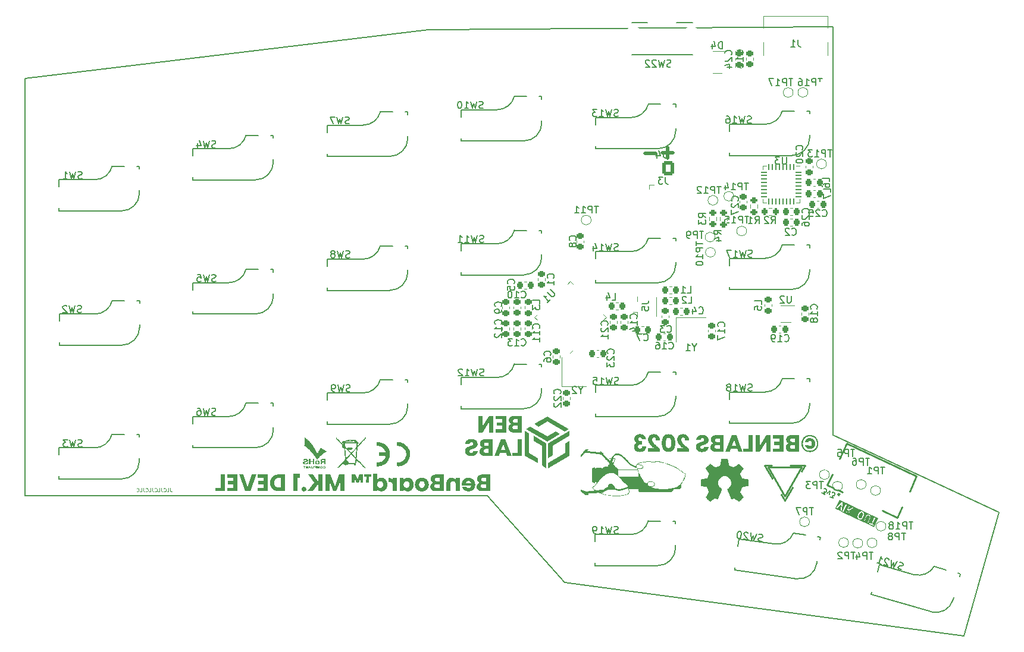
<source format=gbo>
%TF.GenerationSoftware,KiCad,Pcbnew,7.99.0-1450-gc37332bdb3*%
%TF.CreationDate,2023-08-19T18:08:07+01:00*%
%TF.ProjectId,benboard,62656e62-6f61-4726-942e-6b696361645f,rev?*%
%TF.SameCoordinates,Original*%
%TF.FileFunction,Legend,Bot*%
%TF.FilePolarity,Positive*%
%FSLAX46Y46*%
G04 Gerber Fmt 4.6, Leading zero omitted, Abs format (unit mm)*
G04 Created by KiCad (PCBNEW 7.99.0-1450-gc37332bdb3) date 2023-08-19 18:08:07*
%MOMM*%
%LPD*%
G01*
G04 APERTURE LIST*
G04 Aperture macros list*
%AMRoundRect*
0 Rectangle with rounded corners*
0 $1 Rounding radius*
0 $2 $3 $4 $5 $6 $7 $8 $9 X,Y pos of 4 corners*
0 Add a 4 corners polygon primitive as box body*
4,1,4,$2,$3,$4,$5,$6,$7,$8,$9,$2,$3,0*
0 Add four circle primitives for the rounded corners*
1,1,$1+$1,$2,$3*
1,1,$1+$1,$4,$5*
1,1,$1+$1,$6,$7*
1,1,$1+$1,$8,$9*
0 Add four rect primitives between the rounded corners*
20,1,$1+$1,$2,$3,$4,$5,0*
20,1,$1+$1,$4,$5,$6,$7,0*
20,1,$1+$1,$6,$7,$8,$9,0*
20,1,$1+$1,$8,$9,$2,$3,0*%
%AMRotRect*
0 Rectangle, with rotation*
0 The origin of the aperture is its center*
0 $1 length*
0 $2 width*
0 $3 Rotation angle, in degrees counterclockwise*
0 Add horizontal line*
21,1,$1,$2,0,0,$3*%
G04 Aperture macros list end*
%ADD10C,0.125000*%
%ADD11C,0.500000*%
%ADD12C,0.000000*%
%ADD13C,0.150000*%
%ADD14C,0.240000*%
%ADD15C,0.120000*%
%ADD16C,0.254000*%
%ADD17C,2.200000*%
%ADD18RoundRect,0.250000X0.600000X0.750000X-0.600000X0.750000X-0.600000X-0.750000X0.600000X-0.750000X0*%
%ADD19O,1.700000X2.000000*%
%ADD20O,2.200000X3.500000*%
%ADD21R,1.500000X2.500000*%
%ADD22O,1.500000X2.500000*%
%ADD23C,1.000000*%
%ADD24RoundRect,0.200000X0.275000X-0.200000X0.275000X0.200000X-0.275000X0.200000X-0.275000X-0.200000X0*%
%ADD25C,1.701800*%
%ADD26C,3.000000*%
%ADD27C,3.987800*%
%ADD28R,2.550000X2.500000*%
%ADD29RotRect,2.550000X2.500000X164.000000*%
%ADD30RotRect,2.550000X2.500000X172.000000*%
%ADD31RoundRect,0.225000X-0.250000X0.225000X-0.250000X-0.225000X0.250000X-0.225000X0.250000X0.225000X0*%
%ADD32C,0.990600*%
%ADD33C,0.787400*%
%ADD34RoundRect,0.225000X-0.225000X-0.250000X0.225000X-0.250000X0.225000X0.250000X-0.225000X0.250000X0*%
%ADD35RoundRect,0.225000X0.225000X0.250000X-0.225000X0.250000X-0.225000X-0.250000X0.225000X-0.250000X0*%
%ADD36RoundRect,0.225000X0.250000X-0.225000X0.250000X0.225000X-0.250000X0.225000X-0.250000X-0.225000X0*%
%ADD37RotRect,0.280000X1.250000X335.013000*%
%ADD38RotRect,1.800000X2.000000X335.013000*%
%ADD39RoundRect,0.218750X0.218750X0.256250X-0.218750X0.256250X-0.218750X-0.256250X0.218750X-0.256250X0*%
%ADD40R,0.900000X0.400000*%
%ADD41RoundRect,0.218750X-0.256250X0.218750X-0.256250X-0.218750X0.256250X-0.218750X0.256250X0.218750X0*%
%ADD42C,0.650000*%
%ADD43R,0.600000X1.240000*%
%ADD44R,0.300000X1.240000*%
%ADD45O,1.000000X1.800000*%
%ADD46O,1.000000X2.100000*%
%ADD47R,1.200000X1.400000*%
%ADD48R,0.700000X1.000000*%
%ADD49R,0.700000X0.600000*%
%ADD50R,1.400000X1.200000*%
%ADD51R,1.050000X1.000000*%
%ADD52R,2.200000X1.050000*%
%ADD53RoundRect,0.218750X-0.218750X-0.256250X0.218750X-0.256250X0.218750X0.256250X-0.218750X0.256250X0*%
%ADD54RoundRect,0.062500X0.337500X0.062500X-0.337500X0.062500X-0.337500X-0.062500X0.337500X-0.062500X0*%
%ADD55RoundRect,0.062500X0.062500X0.337500X-0.062500X0.337500X-0.062500X-0.337500X0.062500X-0.337500X0*%
%ADD56R,3.600000X3.600000*%
%ADD57RoundRect,0.200000X-0.275000X0.200000X-0.275000X-0.200000X0.275000X-0.200000X0.275000X0.200000X0*%
%ADD58C,0.250000*%
%ADD59RotRect,4.850000X4.850000X225.000000*%
%ADD60RoundRect,0.200000X0.200000X0.275000X-0.200000X0.275000X-0.200000X-0.275000X0.200000X-0.275000X0*%
G04 APERTURE END LIST*
D10*
X83495859Y-109352309D02*
X83495859Y-109709452D01*
X83495859Y-109709452D02*
X83519668Y-109780880D01*
X83519668Y-109780880D02*
X83567287Y-109828500D01*
X83567287Y-109828500D02*
X83638716Y-109852309D01*
X83638716Y-109852309D02*
X83686335Y-109852309D01*
X83019669Y-109852309D02*
X83257764Y-109852309D01*
X83257764Y-109852309D02*
X83257764Y-109352309D01*
X82567288Y-109804690D02*
X82591097Y-109828500D01*
X82591097Y-109828500D02*
X82662526Y-109852309D01*
X82662526Y-109852309D02*
X82710145Y-109852309D01*
X82710145Y-109852309D02*
X82781573Y-109828500D01*
X82781573Y-109828500D02*
X82829192Y-109780880D01*
X82829192Y-109780880D02*
X82853002Y-109733261D01*
X82853002Y-109733261D02*
X82876811Y-109638023D01*
X82876811Y-109638023D02*
X82876811Y-109566595D01*
X82876811Y-109566595D02*
X82853002Y-109471357D01*
X82853002Y-109471357D02*
X82829192Y-109423738D01*
X82829192Y-109423738D02*
X82781573Y-109376119D01*
X82781573Y-109376119D02*
X82710145Y-109352309D01*
X82710145Y-109352309D02*
X82662526Y-109352309D01*
X82662526Y-109352309D02*
X82591097Y-109376119D01*
X82591097Y-109376119D02*
X82567288Y-109399928D01*
X82210145Y-109352309D02*
X82210145Y-109709452D01*
X82210145Y-109709452D02*
X82233954Y-109780880D01*
X82233954Y-109780880D02*
X82281573Y-109828500D01*
X82281573Y-109828500D02*
X82353002Y-109852309D01*
X82353002Y-109852309D02*
X82400621Y-109852309D01*
X81733955Y-109852309D02*
X81972050Y-109852309D01*
X81972050Y-109852309D02*
X81972050Y-109352309D01*
X81281574Y-109804690D02*
X81305383Y-109828500D01*
X81305383Y-109828500D02*
X81376812Y-109852309D01*
X81376812Y-109852309D02*
X81424431Y-109852309D01*
X81424431Y-109852309D02*
X81495859Y-109828500D01*
X81495859Y-109828500D02*
X81543478Y-109780880D01*
X81543478Y-109780880D02*
X81567288Y-109733261D01*
X81567288Y-109733261D02*
X81591097Y-109638023D01*
X81591097Y-109638023D02*
X81591097Y-109566595D01*
X81591097Y-109566595D02*
X81567288Y-109471357D01*
X81567288Y-109471357D02*
X81543478Y-109423738D01*
X81543478Y-109423738D02*
X81495859Y-109376119D01*
X81495859Y-109376119D02*
X81424431Y-109352309D01*
X81424431Y-109352309D02*
X81376812Y-109352309D01*
X81376812Y-109352309D02*
X81305383Y-109376119D01*
X81305383Y-109376119D02*
X81281574Y-109399928D01*
X80924431Y-109352309D02*
X80924431Y-109709452D01*
X80924431Y-109709452D02*
X80948240Y-109780880D01*
X80948240Y-109780880D02*
X80995859Y-109828500D01*
X80995859Y-109828500D02*
X81067288Y-109852309D01*
X81067288Y-109852309D02*
X81114907Y-109852309D01*
X80448241Y-109852309D02*
X80686336Y-109852309D01*
X80686336Y-109852309D02*
X80686336Y-109352309D01*
X79995860Y-109804690D02*
X80019669Y-109828500D01*
X80019669Y-109828500D02*
X80091098Y-109852309D01*
X80091098Y-109852309D02*
X80138717Y-109852309D01*
X80138717Y-109852309D02*
X80210145Y-109828500D01*
X80210145Y-109828500D02*
X80257764Y-109780880D01*
X80257764Y-109780880D02*
X80281574Y-109733261D01*
X80281574Y-109733261D02*
X80305383Y-109638023D01*
X80305383Y-109638023D02*
X80305383Y-109566595D01*
X80305383Y-109566595D02*
X80281574Y-109471357D01*
X80281574Y-109471357D02*
X80257764Y-109423738D01*
X80257764Y-109423738D02*
X80210145Y-109376119D01*
X80210145Y-109376119D02*
X80138717Y-109352309D01*
X80138717Y-109352309D02*
X80091098Y-109352309D01*
X80091098Y-109352309D02*
X80019669Y-109376119D01*
X80019669Y-109376119D02*
X79995860Y-109399928D01*
X79638717Y-109352309D02*
X79638717Y-109709452D01*
X79638717Y-109709452D02*
X79662526Y-109780880D01*
X79662526Y-109780880D02*
X79710145Y-109828500D01*
X79710145Y-109828500D02*
X79781574Y-109852309D01*
X79781574Y-109852309D02*
X79829193Y-109852309D01*
X79162527Y-109852309D02*
X79400622Y-109852309D01*
X79400622Y-109852309D02*
X79400622Y-109352309D01*
X78710146Y-109804690D02*
X78733955Y-109828500D01*
X78733955Y-109828500D02*
X78805384Y-109852309D01*
X78805384Y-109852309D02*
X78853003Y-109852309D01*
X78853003Y-109852309D02*
X78924431Y-109828500D01*
X78924431Y-109828500D02*
X78972050Y-109780880D01*
X78972050Y-109780880D02*
X78995860Y-109733261D01*
X78995860Y-109733261D02*
X79019669Y-109638023D01*
X79019669Y-109638023D02*
X79019669Y-109566595D01*
X79019669Y-109566595D02*
X78995860Y-109471357D01*
X78995860Y-109471357D02*
X78972050Y-109423738D01*
X78972050Y-109423738D02*
X78924431Y-109376119D01*
X78924431Y-109376119D02*
X78853003Y-109352309D01*
X78853003Y-109352309D02*
X78805384Y-109352309D01*
X78805384Y-109352309D02*
X78733955Y-109376119D01*
X78733955Y-109376119D02*
X78710146Y-109399928D01*
D11*
X152554862Y-61677333D02*
X151031053Y-61677333D01*
X154994862Y-61557333D02*
X153471053Y-61557333D01*
X154232957Y-62319238D02*
X154232957Y-60795428D01*
D12*
G36*
X137130489Y-101979686D02*
G01*
X138349551Y-101275720D01*
X138966110Y-101631605D01*
X137130489Y-102691457D01*
X134060179Y-100919834D01*
X134678299Y-100563948D01*
X137130489Y-101979686D01*
G37*
D13*
X177800000Y-101800000D02*
X201400000Y-112800000D01*
D12*
G36*
X170734538Y-104177439D02*
G01*
X169278272Y-104177439D01*
X169278272Y-103713466D01*
X170155419Y-103713466D01*
X170155419Y-103191919D01*
X169379872Y-103191919D01*
X169379872Y-102744880D01*
X170155419Y-102744880D01*
X170155419Y-102263973D01*
X169278272Y-102263973D01*
X169278272Y-101800000D01*
X170734538Y-101800000D01*
X170734538Y-104177439D01*
G37*
G36*
X122380838Y-108784499D02*
G01*
X122380838Y-109776792D01*
X121273398Y-109776792D01*
X121227483Y-109776117D01*
X121182863Y-109774093D01*
X121139540Y-109770720D01*
X121097513Y-109765997D01*
X121056782Y-109759925D01*
X121017347Y-109752503D01*
X120979208Y-109743732D01*
X120942365Y-109733612D01*
X120906818Y-109722142D01*
X120872567Y-109709323D01*
X120839612Y-109695155D01*
X120807953Y-109679637D01*
X120777590Y-109662770D01*
X120748524Y-109644553D01*
X120720753Y-109624987D01*
X120694278Y-109604072D01*
X120668855Y-109581582D01*
X120645071Y-109558140D01*
X120622927Y-109533745D01*
X120602422Y-109508398D01*
X120583558Y-109482099D01*
X120566333Y-109454847D01*
X120550749Y-109426642D01*
X120536804Y-109397485D01*
X120524500Y-109367376D01*
X120513837Y-109336314D01*
X120504813Y-109304299D01*
X120497430Y-109271332D01*
X120491688Y-109237413D01*
X120487586Y-109202541D01*
X120485125Y-109166716D01*
X120484304Y-109129939D01*
X120484794Y-109104300D01*
X120486262Y-109079032D01*
X120488708Y-109054135D01*
X120489000Y-109052045D01*
X121070198Y-109052045D01*
X121070516Y-109067484D01*
X121071468Y-109082473D01*
X121073056Y-109097012D01*
X121075278Y-109111101D01*
X121078136Y-109124741D01*
X121081628Y-109137930D01*
X121085756Y-109150670D01*
X121090518Y-109162960D01*
X121095916Y-109174800D01*
X121101948Y-109186190D01*
X121108616Y-109197131D01*
X121115918Y-109207621D01*
X121123856Y-109217662D01*
X121132428Y-109227253D01*
X121141636Y-109236394D01*
X121151478Y-109245085D01*
X121161476Y-109252877D01*
X121172004Y-109260167D01*
X121183061Y-109266954D01*
X121194648Y-109273238D01*
X121206765Y-109279019D01*
X121219411Y-109284297D01*
X121232586Y-109289073D01*
X121246291Y-109293346D01*
X121260526Y-109297116D01*
X121275291Y-109300383D01*
X121290585Y-109303148D01*
X121306408Y-109305410D01*
X121322761Y-109307170D01*
X121339644Y-109308426D01*
X121357056Y-109309180D01*
X121374998Y-109309432D01*
X121801718Y-109309432D01*
X121801718Y-108784499D01*
X121381771Y-108784499D01*
X121363816Y-108784776D01*
X121346365Y-108785610D01*
X121329417Y-108786999D01*
X121312972Y-108788944D01*
X121297030Y-108791444D01*
X121281592Y-108794500D01*
X121266657Y-108798111D01*
X121252224Y-108802279D01*
X121238295Y-108807001D01*
X121224868Y-108812280D01*
X121211945Y-108818114D01*
X121199523Y-108824504D01*
X121187605Y-108831449D01*
X121176189Y-108838950D01*
X121165275Y-108847006D01*
X121154864Y-108855619D01*
X121144609Y-108864720D01*
X121135015Y-108874245D01*
X121126084Y-108884193D01*
X121117815Y-108894565D01*
X121110208Y-108905360D01*
X121103263Y-108916578D01*
X121096980Y-108928220D01*
X121091358Y-108940285D01*
X121086398Y-108952773D01*
X121082100Y-108965684D01*
X121078463Y-108979019D01*
X121075487Y-108992778D01*
X121073173Y-109006960D01*
X121071521Y-109021565D01*
X121070529Y-109036593D01*
X121070198Y-109052045D01*
X120489000Y-109052045D01*
X120492134Y-109029608D01*
X120496538Y-109005451D01*
X120501921Y-108981665D01*
X120508283Y-108958249D01*
X120515625Y-108935204D01*
X120523945Y-108912529D01*
X120533245Y-108890225D01*
X120543524Y-108868291D01*
X120554782Y-108846728D01*
X120567020Y-108825535D01*
X120580237Y-108804712D01*
X120594434Y-108784260D01*
X120609611Y-108764179D01*
X120625595Y-108744322D01*
X120642212Y-108725391D01*
X120659464Y-108707386D01*
X120677350Y-108690307D01*
X120695870Y-108674154D01*
X120715024Y-108658928D01*
X120734814Y-108644627D01*
X120755238Y-108631253D01*
X120776297Y-108618804D01*
X120797991Y-108607281D01*
X120820321Y-108596685D01*
X120843286Y-108587014D01*
X120866887Y-108578270D01*
X120891123Y-108570451D01*
X120915996Y-108563559D01*
X120941504Y-108557592D01*
X120918935Y-108550488D01*
X120896948Y-108542722D01*
X120875542Y-108534295D01*
X120854718Y-108525206D01*
X120834477Y-108515456D01*
X120814817Y-108505044D01*
X120795740Y-108493972D01*
X120777244Y-108482237D01*
X120759331Y-108469842D01*
X120742001Y-108456784D01*
X120725253Y-108443066D01*
X120709087Y-108428686D01*
X120693504Y-108413645D01*
X120678504Y-108397942D01*
X120664086Y-108381578D01*
X120650251Y-108364552D01*
X120636718Y-108346918D01*
X120624058Y-108328728D01*
X120612270Y-108309982D01*
X120601356Y-108290681D01*
X120591315Y-108270824D01*
X120582147Y-108250411D01*
X120573853Y-108229443D01*
X120566431Y-108207919D01*
X120559883Y-108185839D01*
X120554208Y-108163204D01*
X120549405Y-108140013D01*
X120545476Y-108116266D01*
X120545183Y-108113939D01*
X121127771Y-108113939D01*
X121128076Y-108128954D01*
X121128989Y-108143519D01*
X121130511Y-108157634D01*
X121132642Y-108171300D01*
X121135382Y-108184516D01*
X121138730Y-108197282D01*
X121142686Y-108209598D01*
X121147251Y-108221465D01*
X121152425Y-108232881D01*
X121158206Y-108243848D01*
X121164596Y-108254365D01*
X121171594Y-108264433D01*
X121179200Y-108274051D01*
X121187414Y-108283219D01*
X121196236Y-108291937D01*
X121205665Y-108300205D01*
X121215246Y-108307587D01*
X121225355Y-108314493D01*
X121235993Y-108320922D01*
X121247159Y-108326875D01*
X121258854Y-108332352D01*
X121271078Y-108337353D01*
X121283830Y-108341877D01*
X121297111Y-108345925D01*
X121310922Y-108349497D01*
X121325261Y-108352593D01*
X121340130Y-108355212D01*
X121355527Y-108357355D01*
X121371454Y-108359022D01*
X121387910Y-108360213D01*
X121404896Y-108360927D01*
X121422411Y-108361165D01*
X121801718Y-108361165D01*
X121801718Y-107863325D01*
X121422411Y-107863325D01*
X121404896Y-107863577D01*
X121387910Y-107864331D01*
X121371454Y-107865587D01*
X121355527Y-107867347D01*
X121340130Y-107869609D01*
X121325261Y-107872374D01*
X121310922Y-107875641D01*
X121297111Y-107879411D01*
X121283830Y-107883684D01*
X121271078Y-107888460D01*
X121258854Y-107893738D01*
X121247159Y-107899520D01*
X121235993Y-107905803D01*
X121225355Y-107912590D01*
X121215246Y-107919880D01*
X121205665Y-107927672D01*
X121196236Y-107935940D01*
X121187414Y-107944659D01*
X121179200Y-107953827D01*
X121171594Y-107963444D01*
X121164596Y-107973512D01*
X121158206Y-107984029D01*
X121152425Y-107994996D01*
X121147251Y-108006413D01*
X121142686Y-108018279D01*
X121138730Y-108030595D01*
X121135382Y-108043361D01*
X121132642Y-108056577D01*
X121130511Y-108070243D01*
X121128989Y-108084358D01*
X121128076Y-108098924D01*
X121127771Y-108113939D01*
X120545183Y-108113939D01*
X120542420Y-108091964D01*
X120540238Y-108067107D01*
X120538928Y-108041694D01*
X120538491Y-108015725D01*
X120539298Y-107980628D01*
X120541719Y-107946457D01*
X120545753Y-107913213D01*
X120551401Y-107880894D01*
X120558662Y-107849501D01*
X120567538Y-107819034D01*
X120578028Y-107789494D01*
X120590131Y-107760879D01*
X120603849Y-107733191D01*
X120619182Y-107706428D01*
X120636128Y-107680592D01*
X120654689Y-107655681D01*
X120674864Y-107631696D01*
X120696654Y-107608638D01*
X120720059Y-107586505D01*
X120745078Y-107565299D01*
X120771100Y-107545203D01*
X120798366Y-107526404D01*
X120826875Y-107508902D01*
X120856628Y-107492696D01*
X120887625Y-107477787D01*
X120919866Y-107464174D01*
X120953350Y-107451858D01*
X120988078Y-107440838D01*
X121024048Y-107431115D01*
X121061263Y-107422688D01*
X121099720Y-107415557D01*
X121139420Y-107409723D01*
X121180364Y-107405186D01*
X121222550Y-107401945D01*
X121265979Y-107400000D01*
X121310651Y-107399352D01*
X122380838Y-107399352D01*
X122380838Y-107863325D01*
X122380838Y-108784499D01*
G37*
D14*
X169120000Y-107930000D02*
X168055528Y-106086841D01*
D13*
X139600000Y-122800000D02*
X128600000Y-110400000D01*
D14*
X173315689Y-106373187D02*
X170933787Y-110498762D01*
D12*
G36*
X114359625Y-108864667D02*
G01*
X114358354Y-108900280D01*
X114356237Y-108935363D01*
X114353272Y-108969918D01*
X114349461Y-109003943D01*
X114344803Y-109037439D01*
X114339299Y-109070407D01*
X114332948Y-109102845D01*
X114325750Y-109134753D01*
X114317706Y-109166133D01*
X114308816Y-109196984D01*
X114299080Y-109227305D01*
X114288498Y-109257097D01*
X114277069Y-109286360D01*
X114264795Y-109315094D01*
X114251674Y-109343298D01*
X114237400Y-109370431D01*
X114222517Y-109396797D01*
X114207025Y-109422395D01*
X114190924Y-109447226D01*
X114174214Y-109471290D01*
X114156896Y-109494586D01*
X114138970Y-109517116D01*
X114120435Y-109538878D01*
X114101291Y-109559873D01*
X114081539Y-109580100D01*
X114061180Y-109599560D01*
X114040211Y-109618253D01*
X114018635Y-109636179D01*
X113996451Y-109653337D01*
X113973659Y-109669728D01*
X113950260Y-109685352D01*
X113926384Y-109699705D01*
X113902164Y-109713133D01*
X113877599Y-109725634D01*
X113852690Y-109737209D01*
X113827436Y-109747859D01*
X113801837Y-109757582D01*
X113775895Y-109766380D01*
X113749607Y-109774251D01*
X113722976Y-109781197D01*
X113696001Y-109787216D01*
X113668682Y-109792309D01*
X113641018Y-109796477D01*
X113613011Y-109799718D01*
X113584660Y-109802033D01*
X113555966Y-109803422D01*
X113526928Y-109803885D01*
X113502152Y-109803568D01*
X113477772Y-109802615D01*
X113453788Y-109801028D01*
X113430200Y-109798805D01*
X113407009Y-109795948D01*
X113384214Y-109792455D01*
X113361815Y-109788328D01*
X113339814Y-109783565D01*
X113318209Y-109778168D01*
X113297001Y-109772135D01*
X113276190Y-109765468D01*
X113255777Y-109758165D01*
X113235762Y-109750228D01*
X113216143Y-109741655D01*
X113196923Y-109732448D01*
X113178101Y-109722605D01*
X113159329Y-109712234D01*
X113141112Y-109701439D01*
X113123451Y-109690220D01*
X113106346Y-109678579D01*
X113089796Y-109666514D01*
X113073802Y-109654026D01*
X113058364Y-109641114D01*
X113043481Y-109627779D01*
X113029154Y-109614021D01*
X113015382Y-109599839D01*
X113002166Y-109585234D01*
X112989506Y-109570206D01*
X112977401Y-109554754D01*
X112965852Y-109538879D01*
X112954858Y-109522580D01*
X112944420Y-109505858D01*
X112944420Y-109776792D01*
X112365300Y-109776792D01*
X112365300Y-108831912D01*
X112944420Y-108831912D01*
X112944896Y-108858648D01*
X112946325Y-108884670D01*
X112948707Y-108909978D01*
X112952040Y-108934571D01*
X112956327Y-108958449D01*
X112961565Y-108981613D01*
X112967757Y-109004063D01*
X112974900Y-109025799D01*
X112982997Y-109046820D01*
X112992046Y-109067126D01*
X113002047Y-109086719D01*
X113013001Y-109105596D01*
X113024907Y-109123760D01*
X113037766Y-109141209D01*
X113051577Y-109157945D01*
X113066341Y-109173965D01*
X113081366Y-109189139D01*
X113096816Y-109203335D01*
X113112689Y-109216551D01*
X113128987Y-109228788D01*
X113145708Y-109240046D01*
X113162853Y-109250325D01*
X113180422Y-109259625D01*
X113198415Y-109267946D01*
X113216831Y-109275288D01*
X113235670Y-109281651D01*
X113254933Y-109287035D01*
X113274619Y-109291441D01*
X113294728Y-109294867D01*
X113315261Y-109297314D01*
X113336216Y-109298783D01*
X113357595Y-109299272D01*
X113378986Y-109298783D01*
X113399981Y-109297314D01*
X113420578Y-109294867D01*
X113440779Y-109291441D01*
X113460583Y-109287035D01*
X113479990Y-109281651D01*
X113499001Y-109275288D01*
X113517614Y-109267946D01*
X113535831Y-109259625D01*
X113553650Y-109250325D01*
X113571073Y-109240046D01*
X113588099Y-109228788D01*
X113604728Y-109216551D01*
X113620960Y-109203335D01*
X113636796Y-109189139D01*
X113652234Y-109173965D01*
X113666585Y-109157535D01*
X113680011Y-109140417D01*
X113692511Y-109122610D01*
X113704086Y-109104116D01*
X113714735Y-109084934D01*
X113724458Y-109065064D01*
X113733256Y-109044506D01*
X113741128Y-109023260D01*
X113748074Y-109001326D01*
X113754094Y-108978704D01*
X113759189Y-108955394D01*
X113763357Y-108931396D01*
X113766599Y-108906710D01*
X113768915Y-108881337D01*
X113770304Y-108855275D01*
X113770768Y-108828525D01*
X113770304Y-108801802D01*
X113768915Y-108775820D01*
X113766599Y-108750578D01*
X113763357Y-108726078D01*
X113759189Y-108702318D01*
X113754094Y-108679299D01*
X113748074Y-108657022D01*
X113741128Y-108635485D01*
X113733256Y-108614688D01*
X113724458Y-108594633D01*
X113714735Y-108575319D01*
X113704086Y-108556745D01*
X113692511Y-108538912D01*
X113680011Y-108521820D01*
X113666585Y-108505469D01*
X113652234Y-108489859D01*
X113636796Y-108474684D01*
X113620960Y-108460489D01*
X113604728Y-108447273D01*
X113588099Y-108435036D01*
X113571073Y-108423778D01*
X113553650Y-108413499D01*
X113535831Y-108404199D01*
X113517614Y-108395878D01*
X113499001Y-108388536D01*
X113479990Y-108382173D01*
X113460583Y-108376789D01*
X113440779Y-108372383D01*
X113420578Y-108368957D01*
X113399981Y-108366510D01*
X113378986Y-108365041D01*
X113357595Y-108364552D01*
X113336216Y-108365041D01*
X113315261Y-108366510D01*
X113294728Y-108368957D01*
X113274619Y-108372383D01*
X113254933Y-108376789D01*
X113235670Y-108382173D01*
X113216831Y-108388536D01*
X113198415Y-108395878D01*
X113180422Y-108404199D01*
X113162853Y-108413499D01*
X113145708Y-108423778D01*
X113128987Y-108435036D01*
X113112689Y-108447273D01*
X113096816Y-108460489D01*
X113081366Y-108474684D01*
X113066341Y-108489859D01*
X113051577Y-108505879D01*
X113037766Y-108522614D01*
X113024907Y-108540064D01*
X113013001Y-108558227D01*
X113002047Y-108577105D01*
X112992046Y-108596698D01*
X112982997Y-108617004D01*
X112974900Y-108638025D01*
X112967757Y-108659761D01*
X112961565Y-108682210D01*
X112956327Y-108705374D01*
X112952040Y-108729253D01*
X112948707Y-108753846D01*
X112946325Y-108779154D01*
X112944896Y-108805176D01*
X112944420Y-108831912D01*
X112365300Y-108831912D01*
X112365300Y-107270659D01*
X112944420Y-107270659D01*
X112944420Y-108147805D01*
X112955689Y-108131507D01*
X112967486Y-108115632D01*
X112979814Y-108100180D01*
X112992671Y-108085152D01*
X113006057Y-108070547D01*
X113019973Y-108056365D01*
X113034419Y-108042606D01*
X113049394Y-108029271D01*
X113064899Y-108016360D01*
X113080934Y-108003871D01*
X113097498Y-107991806D01*
X113114591Y-107980165D01*
X113132214Y-107968946D01*
X113150367Y-107958151D01*
X113169049Y-107947780D01*
X113188260Y-107937832D01*
X113207442Y-107928400D01*
X113226889Y-107919576D01*
X113246600Y-107911361D01*
X113266575Y-107903754D01*
X113286814Y-107896756D01*
X113307318Y-107890366D01*
X113328087Y-107884585D01*
X113349121Y-107879413D01*
X113370419Y-107874848D01*
X113391982Y-107870893D01*
X113413810Y-107867546D01*
X113435903Y-107864807D01*
X113458261Y-107862677D01*
X113480885Y-107861156D01*
X113503774Y-107860243D01*
X113526928Y-107859939D01*
X113555966Y-107860402D01*
X113584660Y-107861791D01*
X113613011Y-107864106D01*
X113641018Y-107867347D01*
X113668682Y-107871514D01*
X113696001Y-107876608D01*
X113722976Y-107882627D01*
X113749607Y-107889573D01*
X113775895Y-107897444D01*
X113801837Y-107906241D01*
X113827436Y-107915965D01*
X113852690Y-107926614D01*
X113877599Y-107938190D01*
X113902164Y-107950691D01*
X113926384Y-107964119D01*
X113950260Y-107978472D01*
X113973659Y-107993685D01*
X113996451Y-108009692D01*
X114018635Y-108026493D01*
X114040211Y-108044088D01*
X114061180Y-108062477D01*
X114081539Y-108081659D01*
X114101291Y-108101635D01*
X114120435Y-108122405D01*
X114138970Y-108143969D01*
X114156896Y-108166326D01*
X114174214Y-108189478D01*
X114190924Y-108213422D01*
X114207025Y-108238161D01*
X114222517Y-108263693D01*
X114237400Y-108290019D01*
X114251674Y-108317139D01*
X114264795Y-108344933D01*
X114277069Y-108373283D01*
X114288498Y-108402188D01*
X114299080Y-108431650D01*
X114308816Y-108461667D01*
X114317706Y-108492240D01*
X114325750Y-108523368D01*
X114332948Y-108555052D01*
X114339299Y-108587292D01*
X114344803Y-108620087D01*
X114349461Y-108653438D01*
X114353272Y-108687344D01*
X114356237Y-108721806D01*
X114358354Y-108756824D01*
X114359625Y-108792397D01*
X114360048Y-108828525D01*
X114359625Y-108864667D01*
G37*
G36*
X112064893Y-107721085D02*
G01*
X111783800Y-107721085D01*
X111787186Y-108574525D01*
X111367240Y-108574525D01*
X111370626Y-107721085D01*
X111089534Y-107721085D01*
X111089534Y-107385805D01*
X112064893Y-107385805D01*
X112064893Y-107721085D01*
G37*
G36*
X174518861Y-102220317D02*
G01*
X174545438Y-102221428D01*
X174571672Y-102223280D01*
X174597561Y-102225873D01*
X174623107Y-102229206D01*
X174648309Y-102233281D01*
X174673166Y-102238096D01*
X174697680Y-102243652D01*
X174721849Y-102249949D01*
X174745675Y-102256987D01*
X174769157Y-102264766D01*
X174792294Y-102273286D01*
X174815088Y-102282546D01*
X174837538Y-102292547D01*
X174859644Y-102303290D01*
X174881406Y-102314773D01*
X174902294Y-102326520D01*
X174922627Y-102338903D01*
X174942405Y-102351920D01*
X174961627Y-102365573D01*
X174980293Y-102379860D01*
X174998404Y-102394783D01*
X175015959Y-102410340D01*
X175032959Y-102426533D01*
X175049403Y-102443360D01*
X175065291Y-102460823D01*
X175080624Y-102478920D01*
X175095401Y-102497653D01*
X175109623Y-102517020D01*
X175123288Y-102537023D01*
X175136398Y-102557660D01*
X175148952Y-102578933D01*
X175160436Y-102600748D01*
X175171178Y-102623013D01*
X175181179Y-102645727D01*
X175190440Y-102668891D01*
X175198959Y-102692506D01*
X175206738Y-102716570D01*
X175213776Y-102741083D01*
X175220073Y-102766047D01*
X175225629Y-102791460D01*
X175230445Y-102817323D01*
X175234519Y-102843636D01*
X175237853Y-102870399D01*
X175240445Y-102897611D01*
X175242297Y-102925273D01*
X175243409Y-102953385D01*
X175243779Y-102981946D01*
X175243409Y-103010508D01*
X175242297Y-103038619D01*
X175240445Y-103066282D01*
X175237853Y-103093494D01*
X175234519Y-103120256D01*
X175230445Y-103146569D01*
X175225629Y-103172432D01*
X175220073Y-103197846D01*
X175213776Y-103222809D01*
X175206738Y-103247323D01*
X175198959Y-103271387D01*
X175190440Y-103295001D01*
X175181179Y-103318165D01*
X175171178Y-103340880D01*
X175160436Y-103363145D01*
X175148952Y-103384960D01*
X175136398Y-103406245D01*
X175123288Y-103426922D01*
X175109623Y-103446991D01*
X175095401Y-103466451D01*
X175080624Y-103485302D01*
X175065291Y-103503545D01*
X175049403Y-103521180D01*
X175032959Y-103538205D01*
X175015959Y-103554623D01*
X174998404Y-103570432D01*
X174980293Y-103585632D01*
X174961627Y-103600224D01*
X174942405Y-103614207D01*
X174922627Y-103627582D01*
X174902294Y-103640348D01*
X174881406Y-103652506D01*
X174859644Y-103663579D01*
X174837538Y-103673937D01*
X174815088Y-103683581D01*
X174792294Y-103692511D01*
X174769157Y-103700726D01*
X174745675Y-103708227D01*
X174721849Y-103715014D01*
X174697680Y-103721086D01*
X174673166Y-103726444D01*
X174648309Y-103731087D01*
X174623107Y-103735016D01*
X174597561Y-103738231D01*
X174571672Y-103740731D01*
X174545438Y-103742517D01*
X174518861Y-103743589D01*
X174491939Y-103743946D01*
X174458787Y-103743351D01*
X174426216Y-103741565D01*
X174394228Y-103738588D01*
X174362822Y-103734421D01*
X174331998Y-103729063D01*
X174301756Y-103722515D01*
X174272096Y-103714776D01*
X174243018Y-103705846D01*
X174214523Y-103695726D01*
X174186609Y-103684415D01*
X174159278Y-103671913D01*
X174132529Y-103658221D01*
X174106362Y-103643338D01*
X174080777Y-103627265D01*
X174055773Y-103610001D01*
X174031352Y-103591546D01*
X174007765Y-103572112D01*
X173985262Y-103551911D01*
X173963844Y-103530943D01*
X173943511Y-103509208D01*
X173924263Y-103486705D01*
X173906099Y-103463434D01*
X173889020Y-103439397D01*
X173873026Y-103414592D01*
X173858117Y-103389020D01*
X173844293Y-103362681D01*
X173831553Y-103335574D01*
X173819898Y-103307700D01*
X173809328Y-103279059D01*
X173799842Y-103249651D01*
X173791442Y-103219476D01*
X173784126Y-103188533D01*
X174281966Y-103188533D01*
X174289599Y-103208628D01*
X174293743Y-103218190D01*
X174298105Y-103227427D01*
X174302685Y-103236340D01*
X174307484Y-103244929D01*
X174312502Y-103253194D01*
X174317737Y-103261135D01*
X174323191Y-103268752D01*
X174328863Y-103276045D01*
X174334753Y-103283013D01*
X174340862Y-103289657D01*
X174347189Y-103295978D01*
X174353734Y-103301974D01*
X174360497Y-103307646D01*
X174367479Y-103312994D01*
X174374679Y-103318017D01*
X174382098Y-103322717D01*
X174389734Y-103327092D01*
X174397589Y-103331144D01*
X174405662Y-103334871D01*
X174413954Y-103338274D01*
X174422463Y-103341353D01*
X174431191Y-103344108D01*
X174440138Y-103346539D01*
X174449302Y-103348646D01*
X174458685Y-103350428D01*
X174468286Y-103351887D01*
X174478105Y-103353021D01*
X174488143Y-103353831D01*
X174508873Y-103354480D01*
X174524324Y-103354109D01*
X174539353Y-103352998D01*
X174553958Y-103351146D01*
X174568140Y-103348553D01*
X174581898Y-103345220D01*
X174595233Y-103341145D01*
X174608145Y-103336330D01*
X174620633Y-103330774D01*
X174632698Y-103324477D01*
X174644340Y-103317439D01*
X174655558Y-103309660D01*
X174666353Y-103301140D01*
X174676724Y-103291880D01*
X174686672Y-103281878D01*
X174696197Y-103271136D01*
X174705299Y-103259653D01*
X174713911Y-103247455D01*
X174721968Y-103234570D01*
X174729469Y-103220997D01*
X174736414Y-103206735D01*
X174742804Y-103191786D01*
X174748638Y-103176150D01*
X174753916Y-103159825D01*
X174758639Y-103142812D01*
X174762806Y-103125112D01*
X174766418Y-103106723D01*
X174769474Y-103087647D01*
X174771974Y-103067883D01*
X174773919Y-103047431D01*
X174775308Y-103026290D01*
X174776141Y-103004462D01*
X174776419Y-102981946D01*
X174776141Y-102959430D01*
X174775308Y-102937602D01*
X174773919Y-102916462D01*
X174771974Y-102896010D01*
X174769474Y-102876246D01*
X174766418Y-102857169D01*
X174762806Y-102838781D01*
X174758639Y-102821080D01*
X174753916Y-102804068D01*
X174748638Y-102787743D01*
X174742804Y-102772106D01*
X174736414Y-102757157D01*
X174729469Y-102742896D01*
X174721968Y-102729323D01*
X174713911Y-102716437D01*
X174705299Y-102704240D01*
X174696197Y-102692756D01*
X174686672Y-102682014D01*
X174676724Y-102672013D01*
X174666353Y-102662752D01*
X174655558Y-102654233D01*
X174644340Y-102646454D01*
X174632698Y-102639416D01*
X174620633Y-102633119D01*
X174608145Y-102627563D01*
X174595233Y-102622747D01*
X174581898Y-102618673D01*
X174568140Y-102615339D01*
X174553958Y-102612746D01*
X174539353Y-102610894D01*
X174524324Y-102609783D01*
X174508873Y-102609413D01*
X174498395Y-102609585D01*
X174488129Y-102610101D01*
X174478074Y-102610961D01*
X174468232Y-102612164D01*
X174458601Y-102613712D01*
X174449181Y-102615604D01*
X174439974Y-102617839D01*
X174430978Y-102620419D01*
X174422194Y-102623343D01*
X174413621Y-102626610D01*
X174405261Y-102630222D01*
X174397112Y-102634177D01*
X174389174Y-102638477D01*
X174381449Y-102643120D01*
X174373935Y-102648108D01*
X174366633Y-102653440D01*
X174359158Y-102659076D01*
X174351975Y-102664976D01*
X174345082Y-102671141D01*
X174338481Y-102677571D01*
X174332171Y-102684265D01*
X174326152Y-102691223D01*
X174320424Y-102698447D01*
X174314986Y-102705934D01*
X174309840Y-102713686D01*
X174304985Y-102721703D01*
X174300421Y-102729985D01*
X174296148Y-102738531D01*
X174292166Y-102747341D01*
X174288475Y-102756416D01*
X174285075Y-102765756D01*
X174281966Y-102775360D01*
X173784126Y-102775360D01*
X173791442Y-102743609D01*
X173799842Y-102712706D01*
X173809328Y-102682649D01*
X173819898Y-102653439D01*
X173831553Y-102625075D01*
X173844293Y-102597558D01*
X173858117Y-102570888D01*
X173873026Y-102545065D01*
X173889020Y-102520088D01*
X173906099Y-102495958D01*
X173924263Y-102472675D01*
X173943511Y-102450239D01*
X173963844Y-102428649D01*
X173985262Y-102407906D01*
X174007765Y-102388009D01*
X174031352Y-102368960D01*
X174055376Y-102350915D01*
X174080035Y-102334035D01*
X174105329Y-102318319D01*
X174131259Y-102303767D01*
X174157823Y-102290379D01*
X174185022Y-102278155D01*
X174212856Y-102267096D01*
X174241326Y-102257200D01*
X174270430Y-102248469D01*
X174300169Y-102240902D01*
X174330544Y-102234499D01*
X174361553Y-102229260D01*
X174393197Y-102225185D01*
X174425476Y-102222275D01*
X174458390Y-102220528D01*
X174491939Y-102219946D01*
X174518861Y-102220317D01*
G37*
G36*
X110114174Y-108066525D02*
G01*
X110354627Y-107385805D01*
X110916814Y-107385805D01*
X110916814Y-108574525D01*
X110547666Y-108574525D01*
X110547666Y-107859939D01*
X110269960Y-108574525D01*
X109988866Y-108574525D01*
X109711161Y-107893805D01*
X109701000Y-108574525D01*
X109318306Y-108574525D01*
X109318306Y-107385805D01*
X109836466Y-107385805D01*
X110114174Y-108066525D01*
G37*
G36*
X91222869Y-109776792D02*
G01*
X89885137Y-109776792D01*
X89885137Y-109329752D01*
X90643752Y-109329752D01*
X90643752Y-107399352D01*
X91222869Y-107399352D01*
X91222869Y-109776792D01*
G37*
G36*
X166355684Y-104177439D02*
G01*
X165017952Y-104177439D01*
X165017952Y-103730399D01*
X165776565Y-103730399D01*
X165776565Y-101800000D01*
X166355684Y-101800000D01*
X166355684Y-104177439D01*
G37*
G36*
X101931353Y-107843005D02*
G01*
X101596074Y-107843005D01*
X101596074Y-109776792D01*
X100993245Y-109776792D01*
X100993245Y-107304525D01*
X101931353Y-107304525D01*
X101931353Y-107843005D01*
G37*
D13*
X62800000Y-110400000D02*
X62800000Y-51000000D01*
D12*
G36*
X97361202Y-109776792D02*
G01*
X95904940Y-109776792D01*
X95904940Y-109312818D01*
X96782085Y-109312818D01*
X96782085Y-108791272D01*
X96006539Y-108791272D01*
X96006539Y-108344232D01*
X96782085Y-108344232D01*
X96782085Y-107863325D01*
X95904940Y-107863325D01*
X95904940Y-107399352D01*
X97361202Y-107399352D01*
X97361202Y-109776792D01*
G37*
G36*
X133497992Y-104755816D02*
G01*
X132160260Y-104755816D01*
X132160260Y-104308776D01*
X132918872Y-104308776D01*
X132918872Y-102378376D01*
X133497992Y-102378376D01*
X133497992Y-104755816D01*
G37*
G36*
X175686850Y-103025682D02*
G01*
X175685104Y-103068835D01*
X175682193Y-103111406D01*
X175678119Y-103153395D01*
X175672880Y-103194802D01*
X175666477Y-103235627D01*
X175658910Y-103275871D01*
X175650178Y-103315532D01*
X175640283Y-103354610D01*
X175629223Y-103393107D01*
X175617000Y-103431022D01*
X175603612Y-103468355D01*
X175589060Y-103505106D01*
X175573344Y-103541275D01*
X175556463Y-103576861D01*
X175538419Y-103611866D01*
X175518906Y-103646103D01*
X175498467Y-103679388D01*
X175477102Y-103711720D01*
X175454810Y-103743100D01*
X175431593Y-103773527D01*
X175407450Y-103803001D01*
X175382380Y-103831523D01*
X175356385Y-103859093D01*
X175329464Y-103885710D01*
X175301616Y-103911374D01*
X175272843Y-103936086D01*
X175243143Y-103959846D01*
X175212518Y-103982653D01*
X175180967Y-104004507D01*
X175148489Y-104025410D01*
X175115086Y-104045359D01*
X175080915Y-104064224D01*
X175046136Y-104081872D01*
X175010748Y-104098303D01*
X174974752Y-104113517D01*
X174938147Y-104127513D01*
X174900933Y-104140293D01*
X174863111Y-104151855D01*
X174824680Y-104162200D01*
X174785641Y-104171328D01*
X174745993Y-104179239D01*
X174705737Y-104185933D01*
X174664872Y-104191409D01*
X174623398Y-104195669D01*
X174581316Y-104198712D01*
X174538625Y-104200537D01*
X174495326Y-104201146D01*
X174452026Y-104200537D01*
X174409336Y-104198712D01*
X174367253Y-104195669D01*
X174325780Y-104191409D01*
X174284915Y-104185933D01*
X174244658Y-104179239D01*
X174205010Y-104171328D01*
X174165971Y-104162200D01*
X174127540Y-104151855D01*
X174089718Y-104140293D01*
X174052505Y-104127513D01*
X174015900Y-104113517D01*
X173979903Y-104098303D01*
X173944516Y-104081872D01*
X173909736Y-104064224D01*
X173875566Y-104045359D01*
X173842176Y-104025410D01*
X173809738Y-104004507D01*
X173778252Y-103982653D01*
X173747720Y-103959846D01*
X173718139Y-103936086D01*
X173689511Y-103911374D01*
X173661835Y-103885710D01*
X173635112Y-103859093D01*
X173609342Y-103831523D01*
X173584524Y-103803001D01*
X173560658Y-103773527D01*
X173537745Y-103743100D01*
X173515785Y-103711720D01*
X173494777Y-103679388D01*
X173474722Y-103646103D01*
X173455619Y-103611866D01*
X173437164Y-103576861D01*
X173419900Y-103541275D01*
X173403827Y-103505106D01*
X173388944Y-103468355D01*
X173375252Y-103431022D01*
X173362750Y-103393107D01*
X173351439Y-103354610D01*
X173341319Y-103315532D01*
X173332389Y-103275871D01*
X173324650Y-103235627D01*
X173318102Y-103194802D01*
X173312744Y-103153395D01*
X173308577Y-103111406D01*
X173305600Y-103068835D01*
X173303815Y-103025682D01*
X173303219Y-102981946D01*
X173506419Y-102981946D01*
X173506895Y-103020179D01*
X173508324Y-103057829D01*
X173510705Y-103094897D01*
X173514039Y-103131384D01*
X173518325Y-103167288D01*
X173523564Y-103202609D01*
X173529755Y-103237349D01*
X173536899Y-103271507D01*
X173544995Y-103305082D01*
X173554044Y-103338076D01*
X173564045Y-103370487D01*
X173574999Y-103402316D01*
X173586905Y-103433564D01*
X173599764Y-103464229D01*
X173613575Y-103494312D01*
X173628339Y-103523813D01*
X173643565Y-103552613D01*
X173659612Y-103580592D01*
X173676479Y-103607752D01*
X173694167Y-103634091D01*
X173712674Y-103659610D01*
X173732002Y-103684309D01*
X173752150Y-103708188D01*
X173773119Y-103731247D01*
X173794907Y-103753485D01*
X173817516Y-103774903D01*
X173840945Y-103795501D01*
X173865194Y-103815279D01*
X173890263Y-103834236D01*
X173916153Y-103852373D01*
X173942863Y-103869690D01*
X173970392Y-103886186D01*
X173998637Y-103901360D01*
X174027490Y-103915555D01*
X174056951Y-103928771D01*
X174087021Y-103941009D01*
X174117700Y-103952267D01*
X174148987Y-103962546D01*
X174180882Y-103971846D01*
X174213386Y-103980167D01*
X174246499Y-103987509D01*
X174280220Y-103993872D01*
X174314550Y-103999256D01*
X174349488Y-104003661D01*
X174385035Y-104007088D01*
X174421190Y-104009535D01*
X174457954Y-104011003D01*
X174495326Y-104011493D01*
X174532698Y-104011003D01*
X174569462Y-104009535D01*
X174605617Y-104007088D01*
X174641163Y-104003661D01*
X174676102Y-103999256D01*
X174710431Y-103993872D01*
X174744152Y-103987509D01*
X174777265Y-103980167D01*
X174809769Y-103971846D01*
X174841665Y-103962546D01*
X174872952Y-103952267D01*
X174903630Y-103941009D01*
X174933700Y-103928771D01*
X174963162Y-103915555D01*
X174992015Y-103901360D01*
X175020259Y-103886186D01*
X175047802Y-103869690D01*
X175074552Y-103852373D01*
X175100507Y-103834236D01*
X175125669Y-103815279D01*
X175150037Y-103795501D01*
X175173612Y-103774903D01*
X175196392Y-103753485D01*
X175218379Y-103731247D01*
X175239572Y-103708188D01*
X175259972Y-103684309D01*
X175279577Y-103659610D01*
X175298389Y-103634091D01*
X175316407Y-103607752D01*
X175333632Y-103580592D01*
X175350062Y-103552613D01*
X175365699Y-103523813D01*
X175380052Y-103494312D01*
X175393480Y-103464229D01*
X175405981Y-103433564D01*
X175417557Y-103402316D01*
X175428206Y-103370487D01*
X175437930Y-103338076D01*
X175446727Y-103305082D01*
X175454598Y-103271507D01*
X175461544Y-103237349D01*
X175467563Y-103202609D01*
X175472656Y-103167288D01*
X175476824Y-103131384D01*
X175480065Y-103094897D01*
X175482380Y-103057829D01*
X175483769Y-103020179D01*
X175484232Y-102981946D01*
X175483769Y-102943317D01*
X175482380Y-102905323D01*
X175480065Y-102867964D01*
X175476824Y-102831240D01*
X175472656Y-102795151D01*
X175467563Y-102759697D01*
X175461544Y-102724877D01*
X175454598Y-102690693D01*
X175446727Y-102657144D01*
X175437930Y-102624229D01*
X175428206Y-102591950D01*
X175417557Y-102560306D01*
X175405981Y-102529297D01*
X175393480Y-102498922D01*
X175380052Y-102469183D01*
X175365699Y-102440080D01*
X175350062Y-102411293D01*
X175333632Y-102383353D01*
X175316407Y-102356260D01*
X175298389Y-102330013D01*
X175279577Y-102304613D01*
X175259972Y-102280060D01*
X175239572Y-102256354D01*
X175218379Y-102233494D01*
X175196392Y-102211480D01*
X175173612Y-102190314D01*
X175150037Y-102169994D01*
X175125669Y-102150520D01*
X175100507Y-102131894D01*
X175074552Y-102114113D01*
X175047802Y-102097180D01*
X175020259Y-102081093D01*
X174992015Y-102065919D01*
X174963162Y-102051724D01*
X174933700Y-102038508D01*
X174903630Y-102026271D01*
X174872952Y-102015012D01*
X174841665Y-102004733D01*
X174809769Y-101995433D01*
X174777265Y-101987112D01*
X174744152Y-101979770D01*
X174710431Y-101973407D01*
X174676102Y-101968023D01*
X174641163Y-101963618D01*
X174605617Y-101960191D01*
X174569462Y-101957744D01*
X174532698Y-101956276D01*
X174495326Y-101955786D01*
X174457954Y-101956276D01*
X174421190Y-101957744D01*
X174385035Y-101960191D01*
X174349488Y-101963618D01*
X174314550Y-101968023D01*
X174280220Y-101973407D01*
X174246499Y-101979770D01*
X174213386Y-101987112D01*
X174180882Y-101995433D01*
X174148987Y-102004733D01*
X174117700Y-102015012D01*
X174087021Y-102026271D01*
X174056951Y-102038508D01*
X174027490Y-102051724D01*
X173998637Y-102065919D01*
X173970392Y-102081093D01*
X173942863Y-102097180D01*
X173916153Y-102114113D01*
X173890263Y-102131894D01*
X173865194Y-102150520D01*
X173840945Y-102169994D01*
X173817516Y-102190314D01*
X173794907Y-102211480D01*
X173773119Y-102233494D01*
X173752150Y-102256354D01*
X173732002Y-102280060D01*
X173712674Y-102304613D01*
X173694167Y-102330013D01*
X173676479Y-102356260D01*
X173659612Y-102383353D01*
X173643565Y-102411293D01*
X173628339Y-102440080D01*
X173613575Y-102469183D01*
X173599764Y-102498922D01*
X173586905Y-102529297D01*
X173574999Y-102560306D01*
X173564045Y-102591950D01*
X173554044Y-102624229D01*
X173544995Y-102657144D01*
X173536899Y-102690693D01*
X173529755Y-102724877D01*
X173523564Y-102759697D01*
X173518325Y-102795151D01*
X173514039Y-102831240D01*
X173510705Y-102867964D01*
X173508324Y-102905323D01*
X173506895Y-102943317D01*
X173506419Y-102981946D01*
X173303219Y-102981946D01*
X173303815Y-102938211D01*
X173305600Y-102895058D01*
X173308577Y-102852486D01*
X173312744Y-102810497D01*
X173318102Y-102769090D01*
X173324650Y-102728265D01*
X173332389Y-102688022D01*
X173341319Y-102648361D01*
X173351439Y-102609282D01*
X173362750Y-102570785D01*
X173375252Y-102532870D01*
X173388944Y-102495537D01*
X173403827Y-102458786D01*
X173419900Y-102422618D01*
X173437164Y-102387031D01*
X173455619Y-102352026D01*
X173474722Y-102317802D01*
X173494777Y-102284557D01*
X173515785Y-102252291D01*
X173537745Y-102221004D01*
X173560658Y-102190696D01*
X173584524Y-102161367D01*
X173609342Y-102133017D01*
X173635112Y-102105646D01*
X173661835Y-102079253D01*
X173689511Y-102053840D01*
X173718139Y-102029406D01*
X173747720Y-102005951D01*
X173778252Y-101983475D01*
X173809738Y-101961977D01*
X173842176Y-101941459D01*
X173875566Y-101921920D01*
X173909736Y-101903054D01*
X173944516Y-101885407D01*
X173979903Y-101868976D01*
X174015900Y-101853762D01*
X174052505Y-101839766D01*
X174089718Y-101826986D01*
X174127540Y-101815424D01*
X174165971Y-101805079D01*
X174205010Y-101795951D01*
X174244658Y-101788040D01*
X174284915Y-101781346D01*
X174325780Y-101775869D01*
X174367253Y-101771610D01*
X174409336Y-101768567D01*
X174452026Y-101766741D01*
X174495326Y-101766133D01*
X174538625Y-101766741D01*
X174581316Y-101768567D01*
X174623398Y-101771610D01*
X174664872Y-101775869D01*
X174705737Y-101781346D01*
X174745993Y-101788040D01*
X174785641Y-101795951D01*
X174824680Y-101805079D01*
X174863111Y-101815424D01*
X174900933Y-101826986D01*
X174938147Y-101839766D01*
X174974752Y-101853762D01*
X175010748Y-101868976D01*
X175046136Y-101885407D01*
X175080915Y-101903054D01*
X175115086Y-101921920D01*
X175148489Y-101941459D01*
X175180967Y-101961977D01*
X175212518Y-101983475D01*
X175243143Y-102005951D01*
X175272843Y-102029406D01*
X175301616Y-102053840D01*
X175329464Y-102079253D01*
X175356385Y-102105646D01*
X175382380Y-102133017D01*
X175407450Y-102161367D01*
X175431593Y-102190696D01*
X175454810Y-102221004D01*
X175477102Y-102252291D01*
X175498467Y-102284557D01*
X175518906Y-102317802D01*
X175538419Y-102352026D01*
X175556463Y-102387031D01*
X175573344Y-102422618D01*
X175589060Y-102458786D01*
X175603612Y-102495537D01*
X175617000Y-102532870D01*
X175629223Y-102570785D01*
X175640283Y-102609282D01*
X175650178Y-102648361D01*
X175658910Y-102688022D01*
X175666477Y-102728265D01*
X175672880Y-102769090D01*
X175678119Y-102810497D01*
X175682193Y-102852486D01*
X175685104Y-102895058D01*
X175686850Y-102938211D01*
X175687432Y-102981946D01*
X175686850Y-103025682D01*
G37*
G36*
X134555003Y-101522327D02*
G01*
X134555003Y-104353808D01*
X135774044Y-105059345D01*
X135774044Y-105771128D01*
X133936884Y-104709672D01*
X133936884Y-101166441D01*
X134555003Y-101522327D01*
G37*
G36*
X164897513Y-104177439D02*
G01*
X164291299Y-104177439D01*
X164149060Y-103757493D01*
X163261754Y-103757493D01*
X163119513Y-104177439D01*
X162506527Y-104177439D01*
X162820222Y-103310453D01*
X163410766Y-103310453D01*
X163996660Y-103310453D01*
X163705407Y-102440080D01*
X163410766Y-103310453D01*
X162820222Y-103310453D01*
X163366739Y-101800000D01*
X164037300Y-101800000D01*
X164583817Y-103310453D01*
X164897513Y-104177439D01*
G37*
G36*
X140322549Y-104709725D02*
G01*
X137253817Y-106482910D01*
X137253817Y-105771128D01*
X139705990Y-104353861D01*
X139705990Y-102945902D01*
X140322549Y-102590016D01*
X140322549Y-104709725D01*
G37*
G36*
X140199237Y-100919834D02*
G01*
X139584245Y-101275720D01*
X137130505Y-99859982D01*
X135911437Y-100563948D01*
X135293296Y-100208062D01*
X137130505Y-99146649D01*
X140199237Y-100919834D01*
G37*
D13*
X128600000Y-110400000D02*
X62800000Y-110400000D01*
D12*
G36*
X102516503Y-109174323D02*
G01*
X102534919Y-109175394D01*
X102552912Y-109177180D01*
X102570481Y-109179680D01*
X102587627Y-109182895D01*
X102604350Y-109186824D01*
X102620650Y-109191467D01*
X102636526Y-109196825D01*
X102651978Y-109202897D01*
X102667007Y-109209684D01*
X102681612Y-109217185D01*
X102695794Y-109225400D01*
X102709551Y-109234330D01*
X102722885Y-109243974D01*
X102735795Y-109254332D01*
X102748281Y-109265405D01*
X102759766Y-109277007D01*
X102770510Y-109288953D01*
X102780512Y-109301243D01*
X102789773Y-109313877D01*
X102798293Y-109326854D01*
X102806071Y-109340176D01*
X102813109Y-109353842D01*
X102819405Y-109367851D01*
X102824960Y-109382205D01*
X102829775Y-109396902D01*
X102833848Y-109411944D01*
X102837181Y-109427329D01*
X102839773Y-109443059D01*
X102841624Y-109459133D01*
X102842735Y-109475550D01*
X102843105Y-109492312D01*
X102842735Y-109508663D01*
X102841624Y-109524697D01*
X102839773Y-109540413D01*
X102837181Y-109555812D01*
X102833848Y-109570893D01*
X102829775Y-109585657D01*
X102824960Y-109600103D01*
X102819405Y-109614232D01*
X102813109Y-109628043D01*
X102806071Y-109641537D01*
X102798293Y-109654713D01*
X102789773Y-109667572D01*
X102780512Y-109680113D01*
X102770510Y-109692337D01*
X102759766Y-109704243D01*
X102748281Y-109715832D01*
X102735795Y-109726494D01*
X102722885Y-109736469D01*
X102709551Y-109745756D01*
X102695794Y-109754354D01*
X102681612Y-109762265D01*
X102667007Y-109769489D01*
X102651978Y-109776024D01*
X102636526Y-109781871D01*
X102620650Y-109787031D01*
X102604350Y-109791502D01*
X102587627Y-109795286D01*
X102570481Y-109798382D01*
X102552912Y-109800789D01*
X102534919Y-109802509D01*
X102516503Y-109803541D01*
X102497664Y-109803885D01*
X102479253Y-109803541D01*
X102461264Y-109802509D01*
X102443698Y-109800789D01*
X102426555Y-109798382D01*
X102409835Y-109795286D01*
X102393538Y-109791502D01*
X102377664Y-109787031D01*
X102362212Y-109781871D01*
X102347184Y-109776024D01*
X102332578Y-109769489D01*
X102318396Y-109762265D01*
X102304636Y-109754354D01*
X102291299Y-109745756D01*
X102278385Y-109736469D01*
X102265894Y-109726494D01*
X102253826Y-109715832D01*
X102241936Y-109704243D01*
X102230812Y-109692337D01*
X102220455Y-109680113D01*
X102210865Y-109667572D01*
X102202041Y-109654713D01*
X102193985Y-109641537D01*
X102186695Y-109628043D01*
X102180172Y-109614232D01*
X102174416Y-109600103D01*
X102169428Y-109585657D01*
X102165206Y-109570893D01*
X102161752Y-109555812D01*
X102159066Y-109540413D01*
X102157146Y-109524697D01*
X102155995Y-109508663D01*
X102155611Y-109492312D01*
X102155995Y-109475550D01*
X102157146Y-109459133D01*
X102159066Y-109443059D01*
X102161752Y-109427329D01*
X102165206Y-109411944D01*
X102169428Y-109396902D01*
X102174416Y-109382205D01*
X102180172Y-109367851D01*
X102186695Y-109353842D01*
X102193985Y-109340176D01*
X102202041Y-109326854D01*
X102210865Y-109313877D01*
X102220455Y-109301243D01*
X102230812Y-109288953D01*
X102241936Y-109277007D01*
X102253826Y-109265405D01*
X102265894Y-109254332D01*
X102278385Y-109243974D01*
X102291299Y-109234330D01*
X102304636Y-109225400D01*
X102318396Y-109217185D01*
X102332578Y-109209684D01*
X102347184Y-109202897D01*
X102362212Y-109196825D01*
X102377664Y-109191467D01*
X102393538Y-109186824D01*
X102409835Y-109182895D01*
X102426555Y-109179680D01*
X102443698Y-109177180D01*
X102461264Y-109175394D01*
X102479253Y-109174323D01*
X102497664Y-109173965D01*
X102516503Y-109174323D01*
G37*
G36*
X104550885Y-108442445D02*
G01*
X104550885Y-107399352D01*
X105130007Y-107399352D01*
X105130007Y-109776792D01*
X104550885Y-109776792D01*
X104550885Y-108726925D01*
X103751633Y-109776792D01*
X103043819Y-109776792D01*
X103998859Y-108564365D01*
X103077684Y-107399352D01*
X103758405Y-107399352D01*
X104550885Y-108442445D01*
G37*
D13*
X177800000Y-43600000D02*
X177800000Y-101800000D01*
D12*
G36*
X127885652Y-100517826D02*
G01*
X128854238Y-99044626D01*
X129433358Y-99044626D01*
X129433358Y-101422066D01*
X128854238Y-101422066D01*
X128854238Y-99955639D01*
X127885652Y-101422066D01*
X127306532Y-101422066D01*
X127306532Y-99044626D01*
X127885652Y-99044626D01*
X127885652Y-100517826D01*
G37*
G36*
X93055111Y-109776792D02*
G01*
X91598845Y-109776792D01*
X91598845Y-109312818D01*
X92475991Y-109312818D01*
X92475991Y-108791272D01*
X91700444Y-108791272D01*
X91700444Y-108344232D01*
X92475991Y-108344232D01*
X92475991Y-107863325D01*
X91598845Y-107863325D01*
X91598845Y-107399352D01*
X93055111Y-107399352D01*
X93055111Y-109776792D01*
G37*
G36*
X128982192Y-108784499D02*
G01*
X128982192Y-109776792D01*
X127874752Y-109776792D01*
X127828834Y-109776117D01*
X127784212Y-109774093D01*
X127740887Y-109770720D01*
X127698858Y-109765997D01*
X127658125Y-109759925D01*
X127618689Y-109752503D01*
X127580550Y-109743732D01*
X127543706Y-109733612D01*
X127508160Y-109722142D01*
X127473909Y-109709323D01*
X127440955Y-109695155D01*
X127409298Y-109679637D01*
X127378937Y-109662770D01*
X127349872Y-109644553D01*
X127322104Y-109624987D01*
X127295632Y-109604072D01*
X127270206Y-109581582D01*
X127246420Y-109558140D01*
X127224274Y-109533745D01*
X127203769Y-109508398D01*
X127184905Y-109482099D01*
X127167680Y-109454847D01*
X127152096Y-109426642D01*
X127138153Y-109397485D01*
X127125849Y-109367376D01*
X127115186Y-109336314D01*
X127106164Y-109304299D01*
X127098782Y-109271332D01*
X127093040Y-109237413D01*
X127088939Y-109202541D01*
X127086479Y-109166716D01*
X127085658Y-109129939D01*
X127086148Y-109104300D01*
X127087616Y-109079032D01*
X127090064Y-109054135D01*
X127090356Y-109052045D01*
X127671552Y-109052045D01*
X127671869Y-109067484D01*
X127672822Y-109082473D01*
X127674409Y-109097012D01*
X127676632Y-109111101D01*
X127679489Y-109124741D01*
X127682982Y-109137930D01*
X127687109Y-109150670D01*
X127691872Y-109162960D01*
X127697269Y-109174800D01*
X127703302Y-109186190D01*
X127709969Y-109197131D01*
X127717272Y-109207621D01*
X127725209Y-109217662D01*
X127733782Y-109227253D01*
X127742989Y-109236394D01*
X127752832Y-109245085D01*
X127762833Y-109252877D01*
X127773363Y-109260167D01*
X127784422Y-109266954D01*
X127796011Y-109273238D01*
X127808128Y-109279019D01*
X127820775Y-109284297D01*
X127833952Y-109289073D01*
X127847657Y-109293346D01*
X127861892Y-109297116D01*
X127876656Y-109300383D01*
X127891949Y-109303148D01*
X127907771Y-109305410D01*
X127924122Y-109307170D01*
X127941003Y-109308426D01*
X127958413Y-109309180D01*
X127976352Y-109309432D01*
X128403072Y-109309432D01*
X128403072Y-108784499D01*
X127983125Y-108784499D01*
X127965173Y-108784776D01*
X127947723Y-108785610D01*
X127930777Y-108786999D01*
X127914333Y-108788944D01*
X127898391Y-108791444D01*
X127882953Y-108794500D01*
X127868017Y-108798111D01*
X127853584Y-108802279D01*
X127839654Y-108807001D01*
X127826227Y-108812280D01*
X127813302Y-108818114D01*
X127800880Y-108824504D01*
X127788960Y-108831449D01*
X127777544Y-108838950D01*
X127766630Y-108847006D01*
X127756218Y-108855619D01*
X127745966Y-108864720D01*
X127736374Y-108874245D01*
X127727444Y-108884193D01*
X127719176Y-108894565D01*
X127711569Y-108905360D01*
X127704624Y-108916578D01*
X127698340Y-108928220D01*
X127692718Y-108940285D01*
X127687757Y-108952773D01*
X127683458Y-108965684D01*
X127679820Y-108979019D01*
X127676843Y-108992778D01*
X127674528Y-109006960D01*
X127672875Y-109021565D01*
X127671882Y-109036593D01*
X127671552Y-109052045D01*
X127090356Y-109052045D01*
X127093490Y-109029608D01*
X127097895Y-109005451D01*
X127103279Y-108981665D01*
X127109642Y-108958249D01*
X127116984Y-108935204D01*
X127125306Y-108912529D01*
X127134606Y-108890225D01*
X127144885Y-108868291D01*
X127156143Y-108846728D01*
X127168380Y-108825535D01*
X127181596Y-108804712D01*
X127195791Y-108784260D01*
X127210965Y-108764179D01*
X127226946Y-108744322D01*
X127243562Y-108725391D01*
X127260813Y-108707386D01*
X127278699Y-108690307D01*
X127297220Y-108674154D01*
X127316375Y-108658928D01*
X127336166Y-108644627D01*
X127356592Y-108631253D01*
X127377652Y-108618804D01*
X127399348Y-108607281D01*
X127421679Y-108596685D01*
X127444645Y-108587014D01*
X127468246Y-108578270D01*
X127492481Y-108570451D01*
X127517352Y-108563559D01*
X127542859Y-108557592D01*
X127520290Y-108550488D01*
X127498303Y-108542722D01*
X127476898Y-108534295D01*
X127456075Y-108525206D01*
X127435834Y-108515456D01*
X127416175Y-108505044D01*
X127397099Y-108493972D01*
X127378604Y-108482237D01*
X127360692Y-108469842D01*
X127343362Y-108456784D01*
X127326614Y-108443066D01*
X127310448Y-108428686D01*
X127294864Y-108413645D01*
X127279862Y-108397942D01*
X127265442Y-108381578D01*
X127251605Y-108364552D01*
X127238072Y-108346918D01*
X127225411Y-108328728D01*
X127213624Y-108309982D01*
X127202710Y-108290681D01*
X127192669Y-108270824D01*
X127183501Y-108250411D01*
X127175207Y-108229443D01*
X127167785Y-108207919D01*
X127161237Y-108185839D01*
X127155561Y-108163204D01*
X127150759Y-108140013D01*
X127146830Y-108116266D01*
X127146537Y-108113939D01*
X127729125Y-108113939D01*
X127729429Y-108128954D01*
X127730342Y-108143519D01*
X127731864Y-108157634D01*
X127733994Y-108171300D01*
X127736732Y-108184516D01*
X127740079Y-108197282D01*
X127744035Y-108209598D01*
X127748599Y-108221465D01*
X127753772Y-108232881D01*
X127759553Y-108243848D01*
X127765943Y-108254365D01*
X127772941Y-108264433D01*
X127780547Y-108274051D01*
X127788763Y-108283219D01*
X127797586Y-108291937D01*
X127807018Y-108300205D01*
X127816597Y-108307587D01*
X127826704Y-108314493D01*
X127837340Y-108320922D01*
X127848506Y-108326875D01*
X127860200Y-108332352D01*
X127872424Y-108337353D01*
X127885177Y-108341877D01*
X127898459Y-108345925D01*
X127912270Y-108349497D01*
X127926611Y-108352593D01*
X127941480Y-108355212D01*
X127956879Y-108357355D01*
X127972806Y-108359022D01*
X127989263Y-108360213D01*
X128006250Y-108360927D01*
X128023765Y-108361165D01*
X128403072Y-108361165D01*
X128403072Y-107863325D01*
X128023765Y-107863325D01*
X128006250Y-107863577D01*
X127989263Y-107864331D01*
X127972806Y-107865587D01*
X127956879Y-107867347D01*
X127941480Y-107869609D01*
X127926611Y-107872374D01*
X127912270Y-107875641D01*
X127898459Y-107879411D01*
X127885177Y-107883684D01*
X127872424Y-107888460D01*
X127860200Y-107893738D01*
X127848506Y-107899520D01*
X127837340Y-107905803D01*
X127826704Y-107912590D01*
X127816597Y-107919880D01*
X127807018Y-107927672D01*
X127797586Y-107935940D01*
X127788763Y-107944659D01*
X127780547Y-107953827D01*
X127772941Y-107963444D01*
X127765943Y-107973512D01*
X127759553Y-107984029D01*
X127753772Y-107994996D01*
X127748599Y-108006413D01*
X127744035Y-108018279D01*
X127740079Y-108030595D01*
X127736732Y-108043361D01*
X127733994Y-108056577D01*
X127731864Y-108070243D01*
X127730342Y-108084358D01*
X127729429Y-108098924D01*
X127729125Y-108113939D01*
X127146537Y-108113939D01*
X127143774Y-108091964D01*
X127141591Y-108067107D01*
X127140282Y-108041694D01*
X127139845Y-108015725D01*
X127140652Y-107980628D01*
X127143073Y-107946457D01*
X127147108Y-107913213D01*
X127152757Y-107880894D01*
X127160019Y-107849501D01*
X127168896Y-107819034D01*
X127179386Y-107789494D01*
X127191491Y-107760879D01*
X127205210Y-107733191D01*
X127220542Y-107706428D01*
X127237489Y-107680592D01*
X127256049Y-107655681D01*
X127276224Y-107631696D01*
X127298012Y-107608638D01*
X127321415Y-107586505D01*
X127346432Y-107565299D01*
X127372454Y-107545203D01*
X127399719Y-107526404D01*
X127428228Y-107508902D01*
X127457980Y-107492696D01*
X127488976Y-107477787D01*
X127521216Y-107464174D01*
X127554699Y-107451858D01*
X127589426Y-107440838D01*
X127625396Y-107431115D01*
X127662610Y-107422688D01*
X127701067Y-107415557D01*
X127740767Y-107409723D01*
X127781712Y-107405186D01*
X127823899Y-107401945D01*
X127867330Y-107400000D01*
X127912005Y-107399352D01*
X128982192Y-107399352D01*
X128982192Y-107863325D01*
X128982192Y-108784499D01*
G37*
G36*
X152323878Y-101651343D02*
G01*
X152352612Y-101652415D01*
X152381028Y-101654201D01*
X152409127Y-101656701D01*
X152436908Y-101659916D01*
X152464372Y-101663845D01*
X152491518Y-101668488D01*
X152518347Y-101673846D01*
X152544858Y-101679918D01*
X152571052Y-101686705D01*
X152596928Y-101694206D01*
X152622487Y-101702421D01*
X152647728Y-101711351D01*
X152672652Y-101720995D01*
X152697258Y-101731353D01*
X152721547Y-101742426D01*
X152744972Y-101754253D01*
X152767842Y-101766874D01*
X152790157Y-101780288D01*
X152811916Y-101794496D01*
X152833120Y-101809498D01*
X152853769Y-101825294D01*
X152873862Y-101841883D01*
X152893401Y-101859266D01*
X152912384Y-101877443D01*
X152930812Y-101896414D01*
X152948686Y-101916178D01*
X152966005Y-101936736D01*
X152982769Y-101958088D01*
X152998978Y-101980234D01*
X153014633Y-102003173D01*
X153029733Y-102026906D01*
X153043697Y-102051407D01*
X153056815Y-102076648D01*
X153069088Y-102102630D01*
X153080514Y-102129353D01*
X153091094Y-102156816D01*
X153100829Y-102185021D01*
X153109718Y-102213966D01*
X153117761Y-102243652D01*
X153124958Y-102274079D01*
X153131309Y-102305247D01*
X153136815Y-102337156D01*
X153141474Y-102369806D01*
X153145288Y-102403196D01*
X153148256Y-102437327D01*
X153150378Y-102472200D01*
X153151654Y-102507813D01*
X152592854Y-102507813D01*
X152592576Y-102486117D01*
X152591743Y-102465056D01*
X152590354Y-102444630D01*
X152588409Y-102424839D01*
X152585909Y-102405683D01*
X152582853Y-102387163D01*
X152579241Y-102369277D01*
X152575074Y-102352026D01*
X152570351Y-102335411D01*
X152565073Y-102319430D01*
X152559239Y-102304084D01*
X152552849Y-102289373D01*
X152545903Y-102275298D01*
X152538402Y-102261857D01*
X152530345Y-102249051D01*
X152521733Y-102236879D01*
X152512205Y-102224987D01*
X152502254Y-102213861D01*
X152491880Y-102203503D01*
X152481083Y-102193912D01*
X152469863Y-102185088D01*
X152458221Y-102177032D01*
X152446155Y-102169742D01*
X152433667Y-102163220D01*
X152420755Y-102157465D01*
X152407421Y-102152478D01*
X152393664Y-102148258D01*
X152379484Y-102144805D01*
X152364880Y-102142119D01*
X152349854Y-102140201D01*
X152334405Y-102139050D01*
X152318533Y-102138666D01*
X152302692Y-102138971D01*
X152287354Y-102139883D01*
X152272520Y-102141405D01*
X152258189Y-102143535D01*
X152244362Y-102146273D01*
X152231038Y-102149620D01*
X152218218Y-102153576D01*
X152205901Y-102158140D01*
X152194088Y-102163313D01*
X152182779Y-102169094D01*
X152171972Y-102175484D01*
X152161670Y-102182482D01*
X152151871Y-102190089D01*
X152142575Y-102198304D01*
X152133783Y-102207127D01*
X152125494Y-102216560D01*
X152117699Y-102226534D01*
X152110408Y-102236985D01*
X152103620Y-102247912D01*
X152097335Y-102259316D01*
X152091554Y-102271196D01*
X152086275Y-102283552D01*
X152081500Y-102296384D01*
X152077228Y-102309693D01*
X152073458Y-102323478D01*
X152070192Y-102337739D01*
X152067428Y-102352476D01*
X152065167Y-102367690D01*
X152063408Y-102383380D01*
X152062153Y-102399546D01*
X152061399Y-102416188D01*
X152061148Y-102433306D01*
X152061664Y-102456206D01*
X152063212Y-102479185D01*
X152065791Y-102502243D01*
X152069403Y-102525381D01*
X152074046Y-102548598D01*
X152079721Y-102571895D01*
X152086429Y-102595271D01*
X152094168Y-102618726D01*
X152102939Y-102642261D01*
X152112741Y-102665875D01*
X152123576Y-102689568D01*
X152135443Y-102713341D01*
X152148341Y-102737193D01*
X152162272Y-102761125D01*
X152177234Y-102785136D01*
X152193228Y-102809226D01*
X152227201Y-102857222D01*
X152263078Y-102904688D01*
X152300861Y-102951624D01*
X152340548Y-102998032D01*
X152382140Y-103043911D01*
X152425637Y-103089260D01*
X152471040Y-103134081D01*
X152518347Y-103178373D01*
X152622051Y-103272565D01*
X152743541Y-103379033D01*
X152882820Y-103497778D01*
X153039894Y-103628800D01*
X153039113Y-103628337D01*
X153039311Y-103628641D01*
X153042643Y-103631552D01*
X153061054Y-103646580D01*
X153144880Y-103713466D01*
X153144880Y-104143573D01*
X151444774Y-104143573D01*
X151444774Y-103672826D01*
X152359173Y-103672826D01*
X152265605Y-103598955D01*
X152176274Y-103524660D01*
X152091179Y-103449942D01*
X152010320Y-103374800D01*
X151971480Y-103337071D01*
X151933699Y-103299235D01*
X151896976Y-103261294D01*
X151861314Y-103223247D01*
X151826710Y-103185094D01*
X151793165Y-103146835D01*
X151760680Y-103108470D01*
X151729254Y-103069999D01*
X151699314Y-103030855D01*
X151671305Y-102991313D01*
X151645229Y-102951374D01*
X151621085Y-102911038D01*
X151598873Y-102870306D01*
X151578593Y-102829176D01*
X151560245Y-102787650D01*
X151543828Y-102745726D01*
X151529343Y-102703406D01*
X151516790Y-102660689D01*
X151506168Y-102617575D01*
X151497477Y-102574064D01*
X151490718Y-102530156D01*
X151485890Y-102485852D01*
X151482994Y-102441151D01*
X151482028Y-102396053D01*
X151482835Y-102355056D01*
X151485255Y-102315038D01*
X151489289Y-102275999D01*
X151494937Y-102237939D01*
X151502199Y-102200858D01*
X151511075Y-102164755D01*
X151521564Y-102129632D01*
X151533668Y-102095488D01*
X151547386Y-102062322D01*
X151562718Y-102030135D01*
X151579664Y-101998928D01*
X151598225Y-101968699D01*
X151618400Y-101939449D01*
X151640190Y-101911178D01*
X151663595Y-101883886D01*
X151688614Y-101857573D01*
X151714794Y-101832556D01*
X151742534Y-101809154D01*
X151771835Y-101787365D01*
X151802697Y-101767191D01*
X151835119Y-101748630D01*
X151869103Y-101731683D01*
X151904647Y-101716351D01*
X151941753Y-101702632D01*
X151980421Y-101690528D01*
X152020650Y-101680037D01*
X152062440Y-101671160D01*
X152105793Y-101663898D01*
X152150708Y-101658249D01*
X152197185Y-101654214D01*
X152245225Y-101651793D01*
X152294827Y-101650986D01*
X152323878Y-101651343D01*
G37*
D14*
X168551885Y-106373187D02*
X173315689Y-106373187D01*
D12*
G36*
X162244696Y-103185146D02*
G01*
X162244696Y-104177439D01*
X161137256Y-104177439D01*
X161091340Y-104176765D01*
X161046721Y-104174741D01*
X161003398Y-104171367D01*
X160961370Y-104166644D01*
X160920639Y-104160572D01*
X160881204Y-104153151D01*
X160843065Y-104144380D01*
X160806222Y-104134259D01*
X160770675Y-104122790D01*
X160736424Y-104109971D01*
X160703469Y-104095802D01*
X160671810Y-104080284D01*
X160641447Y-104063417D01*
X160612381Y-104045201D01*
X160584610Y-104025635D01*
X160558136Y-104004719D01*
X160532712Y-103982230D01*
X160508928Y-103958787D01*
X160486784Y-103934393D01*
X160466280Y-103909046D01*
X160447415Y-103882746D01*
X160430191Y-103855494D01*
X160414606Y-103827290D01*
X160400662Y-103798133D01*
X160388358Y-103768023D01*
X160377694Y-103736961D01*
X160368670Y-103704947D01*
X160361287Y-103671980D01*
X160355545Y-103638060D01*
X160351443Y-103603188D01*
X160348982Y-103567364D01*
X160348161Y-103530586D01*
X160348650Y-103504948D01*
X160350118Y-103479680D01*
X160352565Y-103454782D01*
X160352857Y-103452693D01*
X160934056Y-103452693D01*
X160934373Y-103468132D01*
X160935326Y-103483121D01*
X160936913Y-103497660D01*
X160939136Y-103511749D01*
X160941993Y-103525388D01*
X160945485Y-103538578D01*
X160949613Y-103551318D01*
X160954375Y-103563608D01*
X160959773Y-103575448D01*
X160965805Y-103586838D01*
X160972472Y-103597778D01*
X160979775Y-103608269D01*
X160987712Y-103618310D01*
X160996285Y-103627901D01*
X161005492Y-103637042D01*
X161015335Y-103645733D01*
X161025333Y-103653525D01*
X161035861Y-103660815D01*
X161046918Y-103667601D01*
X161058505Y-103673885D01*
X161070622Y-103679666D01*
X161083268Y-103684945D01*
X161096443Y-103689721D01*
X161110148Y-103693994D01*
X161124383Y-103697764D01*
X161139147Y-103701031D01*
X161154441Y-103703796D01*
X161170265Y-103706058D01*
X161186618Y-103707817D01*
X161203501Y-103709074D01*
X161220913Y-103709828D01*
X161238855Y-103710079D01*
X161665576Y-103710079D01*
X161665576Y-103185146D01*
X161245628Y-103185146D01*
X161227673Y-103185424D01*
X161210222Y-103186258D01*
X161193274Y-103187647D01*
X161176829Y-103189591D01*
X161160887Y-103192092D01*
X161145449Y-103195147D01*
X161130514Y-103198759D01*
X161116081Y-103202926D01*
X161102152Y-103207649D01*
X161088726Y-103212927D01*
X161075802Y-103218761D01*
X161063381Y-103225151D01*
X161051462Y-103232096D01*
X161040047Y-103239597D01*
X161029133Y-103247654D01*
X161018722Y-103256266D01*
X161008467Y-103265368D01*
X160998873Y-103274893D01*
X160989942Y-103284841D01*
X160981673Y-103295213D01*
X160974065Y-103306007D01*
X160967120Y-103317226D01*
X160960837Y-103328867D01*
X160955215Y-103340932D01*
X160950255Y-103353420D01*
X160945957Y-103366332D01*
X160942320Y-103379667D01*
X160939345Y-103393425D01*
X160937031Y-103407607D01*
X160935378Y-103422212D01*
X160934386Y-103437241D01*
X160934056Y-103452693D01*
X160352857Y-103452693D01*
X160355990Y-103430255D01*
X160360394Y-103406099D01*
X160365778Y-103382312D01*
X160372140Y-103358897D01*
X160379481Y-103335852D01*
X160387802Y-103313177D01*
X160397101Y-103290872D01*
X160407380Y-103268939D01*
X160418639Y-103247375D01*
X160430876Y-103226182D01*
X160444094Y-103205360D01*
X160458291Y-103184908D01*
X160473468Y-103164826D01*
X160489451Y-103144969D01*
X160506069Y-103126038D01*
X160523320Y-103108034D01*
X160541206Y-103090955D01*
X160559726Y-103074802D01*
X160578881Y-103059575D01*
X160598670Y-103045275D01*
X160619095Y-103031900D01*
X160640154Y-103019452D01*
X160661848Y-103007929D01*
X160684178Y-102997333D01*
X160707143Y-102987662D01*
X160730744Y-102978917D01*
X160754981Y-102971099D01*
X160779853Y-102964206D01*
X160805362Y-102958239D01*
X160782793Y-102951135D01*
X160760805Y-102943369D01*
X160739400Y-102934942D01*
X160718576Y-102925854D01*
X160698334Y-102916103D01*
X160678675Y-102905692D01*
X160659597Y-102894619D01*
X160641102Y-102882885D01*
X160623189Y-102870489D01*
X160605858Y-102857432D01*
X160589110Y-102843714D01*
X160572944Y-102829334D01*
X160557361Y-102814292D01*
X160542360Y-102798589D01*
X160527943Y-102782225D01*
X160514108Y-102765200D01*
X160500575Y-102747565D01*
X160487915Y-102729375D01*
X160476127Y-102710630D01*
X160465213Y-102691328D01*
X160455173Y-102671471D01*
X160446005Y-102651059D01*
X160437710Y-102630090D01*
X160430288Y-102608566D01*
X160423740Y-102586487D01*
X160418065Y-102563851D01*
X160413262Y-102540660D01*
X160409333Y-102516914D01*
X160409040Y-102514586D01*
X160991627Y-102514586D01*
X160991932Y-102529601D01*
X160992845Y-102544166D01*
X160994367Y-102558282D01*
X160996498Y-102571948D01*
X160999238Y-102585163D01*
X161002586Y-102597929D01*
X161006543Y-102610246D01*
X161011108Y-102622112D01*
X161016281Y-102633529D01*
X161022063Y-102644496D01*
X161028453Y-102655013D01*
X161035450Y-102665080D01*
X161043056Y-102674698D01*
X161051270Y-102683866D01*
X161060092Y-102692584D01*
X161069522Y-102700853D01*
X161079103Y-102708235D01*
X161089212Y-102715140D01*
X161099850Y-102721570D01*
X161111016Y-102727523D01*
X161122711Y-102733000D01*
X161134934Y-102738000D01*
X161147687Y-102742525D01*
X161160968Y-102746573D01*
X161174778Y-102750145D01*
X161189118Y-102753240D01*
X161203986Y-102755860D01*
X161219384Y-102758003D01*
X161235311Y-102759670D01*
X161251767Y-102760860D01*
X161268753Y-102761575D01*
X161286268Y-102761813D01*
X161665576Y-102761813D01*
X161665576Y-102263973D01*
X161286268Y-102263973D01*
X161268753Y-102264224D01*
X161251767Y-102264978D01*
X161235311Y-102266235D01*
X161219384Y-102267994D01*
X161203986Y-102270256D01*
X161189118Y-102273021D01*
X161174778Y-102276289D01*
X161160968Y-102280059D01*
X161147687Y-102284332D01*
X161134934Y-102289108D01*
X161122711Y-102294386D01*
X161111016Y-102300167D01*
X161099850Y-102306451D01*
X161089212Y-102313238D01*
X161079103Y-102320527D01*
X161069522Y-102328319D01*
X161060092Y-102336588D01*
X161051270Y-102345306D01*
X161043056Y-102354474D01*
X161035450Y-102364092D01*
X161028453Y-102374159D01*
X161022063Y-102384677D01*
X161016281Y-102395643D01*
X161011108Y-102407060D01*
X161006543Y-102418927D01*
X161002586Y-102431243D01*
X160999238Y-102444009D01*
X160996498Y-102457225D01*
X160994367Y-102470890D01*
X160992845Y-102485006D01*
X160991932Y-102499571D01*
X160991627Y-102514586D01*
X160409040Y-102514586D01*
X160406277Y-102492612D01*
X160404094Y-102467755D01*
X160402785Y-102442342D01*
X160402348Y-102416373D01*
X160403155Y-102381276D01*
X160405575Y-102347105D01*
X160409609Y-102313860D01*
X160415257Y-102281542D01*
X160422519Y-102250149D01*
X160431395Y-102219682D01*
X160441884Y-102190142D01*
X160453988Y-102161527D01*
X160467706Y-102133838D01*
X160483038Y-102107076D01*
X160499985Y-102081239D01*
X160518546Y-102056329D01*
X160538721Y-102032344D01*
X160560511Y-102009286D01*
X160583916Y-101987153D01*
X160608935Y-101965946D01*
X160634957Y-101945851D01*
X160662223Y-101927052D01*
X160690732Y-101909550D01*
X160720486Y-101893344D01*
X160751483Y-101878435D01*
X160783723Y-101864822D01*
X160817207Y-101852505D01*
X160851935Y-101841486D01*
X160887906Y-101831762D01*
X160925120Y-101823335D01*
X160963577Y-101816205D01*
X161003277Y-101810371D01*
X161044221Y-101805834D01*
X161086407Y-101802592D01*
X161129836Y-101800648D01*
X161174508Y-101800000D01*
X162244696Y-101800000D01*
X162244696Y-102263973D01*
X162244696Y-103185146D01*
G37*
G36*
X99821828Y-109776792D02*
G01*
X98931136Y-109776792D01*
X98884920Y-109776210D01*
X98839420Y-109774463D01*
X98794636Y-109771553D01*
X98750567Y-109767478D01*
X98707213Y-109762239D01*
X98664575Y-109755836D01*
X98622651Y-109748269D01*
X98581443Y-109739538D01*
X98540950Y-109729642D01*
X98501172Y-109718583D01*
X98462108Y-109706359D01*
X98423759Y-109692971D01*
X98386125Y-109678419D01*
X98349206Y-109662703D01*
X98313001Y-109645823D01*
X98277510Y-109627778D01*
X98242466Y-109608676D01*
X98208454Y-109588621D01*
X98175473Y-109567613D01*
X98143525Y-109545652D01*
X98112608Y-109522739D01*
X98082723Y-109498874D01*
X98053870Y-109474056D01*
X98026049Y-109448285D01*
X97999260Y-109421562D01*
X97973503Y-109393887D01*
X97948778Y-109365259D01*
X97925084Y-109335678D01*
X97902423Y-109305145D01*
X97880793Y-109273660D01*
X97860196Y-109241222D01*
X97840630Y-109207832D01*
X97821762Y-109173661D01*
X97804112Y-109138882D01*
X97787680Y-109103494D01*
X97772466Y-109067498D01*
X97758469Y-109030893D01*
X97745690Y-108993679D01*
X97734128Y-108955857D01*
X97723783Y-108917427D01*
X97714656Y-108878387D01*
X97706746Y-108838739D01*
X97700054Y-108798483D01*
X97694578Y-108757618D01*
X97690319Y-108716144D01*
X97687277Y-108674062D01*
X97685452Y-108631371D01*
X97684844Y-108588072D01*
X98274123Y-108588072D01*
X98274837Y-108628553D01*
X98276981Y-108667871D01*
X98280553Y-108706024D01*
X98285553Y-108743013D01*
X98291983Y-108778838D01*
X98299841Y-108813498D01*
X98309128Y-108846994D01*
X98319844Y-108879327D01*
X98331988Y-108910494D01*
X98345561Y-108940498D01*
X98360563Y-108969338D01*
X98376994Y-108997013D01*
X98394853Y-109023524D01*
X98414141Y-109048871D01*
X98434857Y-109073053D01*
X98457003Y-109096072D01*
X98480431Y-109117807D01*
X98504998Y-109138140D01*
X98530701Y-109157071D01*
X98557542Y-109174599D01*
X98585521Y-109190726D01*
X98614637Y-109205450D01*
X98644891Y-109218772D01*
X98676283Y-109230691D01*
X98708813Y-109241208D01*
X98742480Y-109250324D01*
X98777286Y-109258036D01*
X98813230Y-109264347D01*
X98850312Y-109269255D01*
X98888533Y-109272761D01*
X98927891Y-109274864D01*
X98968389Y-109275565D01*
X99242708Y-109275565D01*
X99242708Y-107893805D01*
X98968389Y-107893805D01*
X98927891Y-107894520D01*
X98888533Y-107896663D01*
X98850312Y-107900235D01*
X98813230Y-107905235D01*
X98777286Y-107911665D01*
X98742480Y-107919523D01*
X98708813Y-107928810D01*
X98676283Y-107939525D01*
X98644891Y-107951670D01*
X98614637Y-107965243D01*
X98585521Y-107980245D01*
X98557542Y-107996675D01*
X98530701Y-108014535D01*
X98504998Y-108033823D01*
X98480431Y-108054540D01*
X98457003Y-108076685D01*
X98434857Y-108100114D01*
X98414141Y-108124681D01*
X98394853Y-108150385D01*
X98376994Y-108177227D01*
X98360563Y-108205206D01*
X98345561Y-108234324D01*
X98331988Y-108264579D01*
X98319844Y-108295971D01*
X98309128Y-108328502D01*
X98299841Y-108362170D01*
X98291983Y-108396976D01*
X98285553Y-108432920D01*
X98280553Y-108470001D01*
X98276981Y-108508220D01*
X98274837Y-108547577D01*
X98274123Y-108588072D01*
X97684844Y-108588072D01*
X97685452Y-108544376D01*
X97687277Y-108501342D01*
X97690319Y-108458969D01*
X97694578Y-108417258D01*
X97700054Y-108376208D01*
X97706746Y-108335819D01*
X97714656Y-108296092D01*
X97723783Y-108257027D01*
X97734128Y-108218622D01*
X97745690Y-108180879D01*
X97758469Y-108143798D01*
X97772466Y-108107378D01*
X97787680Y-108071619D01*
X97804112Y-108036522D01*
X97821762Y-108002086D01*
X97840630Y-107968312D01*
X97860182Y-107934922D01*
X97880739Y-107902484D01*
X97902301Y-107870999D01*
X97924868Y-107840466D01*
X97948440Y-107810885D01*
X97973017Y-107782257D01*
X97998600Y-107754582D01*
X98025189Y-107727859D01*
X98052783Y-107702088D01*
X98081384Y-107677270D01*
X98110991Y-107653404D01*
X98141604Y-107630491D01*
X98173223Y-107608531D01*
X98205850Y-107587523D01*
X98239483Y-107567468D01*
X98274123Y-107548365D01*
X98309627Y-107530321D01*
X98345873Y-107513441D01*
X98382860Y-107497725D01*
X98420589Y-107483173D01*
X98459059Y-107469785D01*
X98498270Y-107457561D01*
X98538223Y-107446501D01*
X98578916Y-107436606D01*
X98620351Y-107427875D01*
X98662526Y-107420307D01*
X98705443Y-107413904D01*
X98749100Y-107408665D01*
X98793498Y-107404591D01*
X98838637Y-107401680D01*
X98884516Y-107399934D01*
X98931136Y-107399352D01*
X99821828Y-107399352D01*
X99821828Y-107893805D01*
X99821828Y-109776792D01*
G37*
G36*
X131265598Y-101422066D02*
G01*
X129809330Y-101422066D01*
X129809330Y-100958092D01*
X130686477Y-100958092D01*
X130686477Y-100436546D01*
X129910931Y-100436546D01*
X129910931Y-99989506D01*
X130686477Y-99989506D01*
X130686477Y-99508599D01*
X129809330Y-99508599D01*
X129809330Y-99044626D01*
X131265598Y-99044626D01*
X131265598Y-101422066D01*
G37*
G36*
X156467889Y-101651343D02*
G01*
X156496623Y-101652415D01*
X156525039Y-101654201D01*
X156553138Y-101656701D01*
X156580919Y-101659916D01*
X156608382Y-101663845D01*
X156635529Y-101668488D01*
X156662357Y-101673846D01*
X156688868Y-101679918D01*
X156715062Y-101686705D01*
X156740938Y-101694206D01*
X156766497Y-101702421D01*
X156791739Y-101711351D01*
X156816662Y-101720995D01*
X156841269Y-101731353D01*
X156865558Y-101742426D01*
X156888984Y-101754253D01*
X156911855Y-101766874D01*
X156934172Y-101780288D01*
X156955934Y-101794496D01*
X156977141Y-101809498D01*
X156997793Y-101825294D01*
X157017889Y-101841883D01*
X157037430Y-101859266D01*
X157056416Y-101877443D01*
X157074845Y-101896414D01*
X157092719Y-101916178D01*
X157110037Y-101936736D01*
X157126798Y-101958088D01*
X157143003Y-101980234D01*
X157158652Y-102003173D01*
X157173744Y-102026906D01*
X157187717Y-102051407D01*
X157200843Y-102076648D01*
X157213121Y-102102630D01*
X157224553Y-102129353D01*
X157235138Y-102156816D01*
X157244875Y-102185021D01*
X157253766Y-102213966D01*
X157261810Y-102243652D01*
X157269006Y-102274079D01*
X157275355Y-102305247D01*
X157280858Y-102337156D01*
X157285513Y-102369806D01*
X157289321Y-102403196D01*
X157292282Y-102437327D01*
X157294396Y-102472200D01*
X157295663Y-102507813D01*
X156736863Y-102507813D01*
X156736586Y-102486117D01*
X156735752Y-102465056D01*
X156734363Y-102444630D01*
X156732419Y-102424839D01*
X156729918Y-102405683D01*
X156726862Y-102387163D01*
X156723251Y-102369277D01*
X156719084Y-102352026D01*
X156714361Y-102335411D01*
X156709083Y-102319430D01*
X156703249Y-102304084D01*
X156696859Y-102289373D01*
X156689914Y-102275298D01*
X156682413Y-102261857D01*
X156674356Y-102249051D01*
X156665744Y-102236879D01*
X156656216Y-102224987D01*
X156646265Y-102213861D01*
X156635891Y-102203503D01*
X156625094Y-102193912D01*
X156613874Y-102185088D01*
X156602231Y-102177032D01*
X156590166Y-102169742D01*
X156577677Y-102163220D01*
X156564766Y-102157465D01*
X156551431Y-102152478D01*
X156537674Y-102148258D01*
X156523494Y-102144805D01*
X156508891Y-102142119D01*
X156493865Y-102140201D01*
X156478416Y-102139050D01*
X156462544Y-102138666D01*
X156446712Y-102138971D01*
X156431382Y-102139883D01*
X156416554Y-102141405D01*
X156402228Y-102143535D01*
X156388405Y-102146273D01*
X156375085Y-102149620D01*
X156362266Y-102153576D01*
X156349950Y-102158140D01*
X156338136Y-102163313D01*
X156326825Y-102169094D01*
X156316015Y-102175484D01*
X156305708Y-102182482D01*
X156295904Y-102190089D01*
X156286601Y-102198304D01*
X156277801Y-102207127D01*
X156269504Y-102216560D01*
X156261709Y-102226534D01*
X156254417Y-102236985D01*
X156247629Y-102247912D01*
X156241344Y-102259316D01*
X156235563Y-102271196D01*
X156230284Y-102283552D01*
X156225509Y-102296384D01*
X156221236Y-102309693D01*
X156217467Y-102323478D01*
X156214200Y-102337739D01*
X156211436Y-102352476D01*
X156209175Y-102367690D01*
X156207417Y-102383380D01*
X156206160Y-102399546D01*
X156205407Y-102416188D01*
X156205156Y-102433306D01*
X156205672Y-102456206D01*
X156207220Y-102479185D01*
X156209799Y-102502243D01*
X156213411Y-102525381D01*
X156218054Y-102548598D01*
X156223730Y-102571895D01*
X156230437Y-102595271D01*
X156238176Y-102618726D01*
X156246947Y-102642261D01*
X156256750Y-102665875D01*
X156267585Y-102689568D01*
X156279451Y-102713341D01*
X156292350Y-102737193D01*
X156306280Y-102761125D01*
X156321242Y-102785136D01*
X156337236Y-102809226D01*
X156371209Y-102857222D01*
X156407086Y-102904688D01*
X156444869Y-102951624D01*
X156484557Y-102998032D01*
X156526150Y-103043911D01*
X156569647Y-103089260D01*
X156615050Y-103134081D01*
X156662358Y-103178373D01*
X156766069Y-103272565D01*
X156887570Y-103379033D01*
X157026852Y-103497778D01*
X157183903Y-103628800D01*
X157183123Y-103628337D01*
X157183321Y-103628641D01*
X157186653Y-103631552D01*
X157205064Y-103646580D01*
X157288890Y-103713466D01*
X157288890Y-104143573D01*
X155588785Y-104143573D01*
X155588785Y-103672826D01*
X156503184Y-103672826D01*
X156409633Y-103598955D01*
X156320314Y-103524660D01*
X156235226Y-103449942D01*
X156154371Y-103374800D01*
X156115530Y-103337071D01*
X156077747Y-103299235D01*
X156041021Y-103261294D01*
X156005354Y-103223247D01*
X155970745Y-103185094D01*
X155937194Y-103146835D01*
X155904700Y-103108470D01*
X155873265Y-103069999D01*
X155843324Y-103030855D01*
X155815316Y-102991313D01*
X155789239Y-102951374D01*
X155765095Y-102911038D01*
X155742883Y-102870306D01*
X155722602Y-102829176D01*
X155704254Y-102787650D01*
X155687837Y-102745726D01*
X155673352Y-102703406D01*
X155660798Y-102660689D01*
X155650176Y-102617575D01*
X155641485Y-102574064D01*
X155634726Y-102530156D01*
X155629898Y-102485852D01*
X155627001Y-102441151D01*
X155626036Y-102396053D01*
X155626843Y-102355056D01*
X155629263Y-102315038D01*
X155633297Y-102275999D01*
X155638945Y-102237939D01*
X155646207Y-102200858D01*
X155655083Y-102164755D01*
X155665573Y-102129632D01*
X155677677Y-102095488D01*
X155691395Y-102062322D01*
X155706727Y-102030135D01*
X155723674Y-101998928D01*
X155742235Y-101968699D01*
X155762410Y-101939449D01*
X155784201Y-101911178D01*
X155807605Y-101883886D01*
X155832625Y-101857573D01*
X155858805Y-101832556D01*
X155886547Y-101809154D01*
X155915850Y-101787365D01*
X155946715Y-101767191D01*
X155979141Y-101748630D01*
X156013128Y-101731683D01*
X156048675Y-101716351D01*
X156085784Y-101702632D01*
X156124454Y-101690528D01*
X156164684Y-101680037D01*
X156206475Y-101671160D01*
X156249827Y-101663898D01*
X156294739Y-101658249D01*
X156341212Y-101654214D01*
X156389245Y-101651793D01*
X156438838Y-101650986D01*
X156467889Y-101651343D01*
G37*
G36*
X118106811Y-108864667D02*
G01*
X118105541Y-108900280D01*
X118103423Y-108935363D01*
X118100459Y-108969918D01*
X118096648Y-109003943D01*
X118091990Y-109037439D01*
X118086486Y-109070407D01*
X118080135Y-109102845D01*
X118072937Y-109134753D01*
X118064894Y-109166133D01*
X118056004Y-109196984D01*
X118046268Y-109227305D01*
X118035685Y-109257097D01*
X118024257Y-109286360D01*
X118011982Y-109315094D01*
X117998862Y-109343298D01*
X117984588Y-109370431D01*
X117969704Y-109396797D01*
X117954212Y-109422395D01*
X117938111Y-109447226D01*
X117921402Y-109471290D01*
X117904083Y-109494586D01*
X117886157Y-109517116D01*
X117867622Y-109538878D01*
X117848479Y-109559873D01*
X117828727Y-109580100D01*
X117808367Y-109599560D01*
X117787399Y-109618253D01*
X117765824Y-109636179D01*
X117743640Y-109653337D01*
X117720848Y-109669728D01*
X117697448Y-109685352D01*
X117673577Y-109699705D01*
X117649389Y-109713133D01*
X117624885Y-109725634D01*
X117600064Y-109737209D01*
X117574927Y-109747859D01*
X117549473Y-109757582D01*
X117523703Y-109766380D01*
X117497615Y-109774251D01*
X117471211Y-109781197D01*
X117444490Y-109787216D01*
X117417452Y-109792309D01*
X117390096Y-109796477D01*
X117362424Y-109799718D01*
X117334434Y-109802033D01*
X117306127Y-109803422D01*
X117277502Y-109803885D01*
X117252718Y-109803568D01*
X117228332Y-109802615D01*
X117204343Y-109801028D01*
X117180753Y-109798805D01*
X117157560Y-109795948D01*
X117134766Y-109792455D01*
X117112368Y-109788328D01*
X117090369Y-109783565D01*
X117068767Y-109778168D01*
X117047562Y-109772135D01*
X117026755Y-109765468D01*
X117006344Y-109758165D01*
X116986331Y-109750228D01*
X116966716Y-109741655D01*
X116947497Y-109732448D01*
X116928675Y-109722605D01*
X116909889Y-109712247D01*
X116891632Y-109701491D01*
X116873903Y-109690339D01*
X116856703Y-109678790D01*
X116840032Y-109666844D01*
X116823891Y-109654501D01*
X116808278Y-109641762D01*
X116793195Y-109628625D01*
X116778642Y-109615092D01*
X116764618Y-109601161D01*
X116751124Y-109586834D01*
X116738160Y-109572110D01*
X116725727Y-109556989D01*
X116713823Y-109541471D01*
X116702450Y-109525557D01*
X116691608Y-109509245D01*
X116691608Y-109776792D01*
X116112488Y-109776792D01*
X116112488Y-108831912D01*
X116691608Y-108831912D01*
X116692084Y-108858648D01*
X116693513Y-108884670D01*
X116695894Y-108909978D01*
X116699228Y-108934571D01*
X116703515Y-108958449D01*
X116708753Y-108981613D01*
X116714945Y-109004063D01*
X116722089Y-109025799D01*
X116730185Y-109046820D01*
X116739234Y-109067126D01*
X116749235Y-109086719D01*
X116760189Y-109105596D01*
X116772095Y-109123760D01*
X116784954Y-109141209D01*
X116798765Y-109157945D01*
X116813529Y-109173965D01*
X116828554Y-109189139D01*
X116844004Y-109203335D01*
X116859877Y-109216551D01*
X116876174Y-109228788D01*
X116892896Y-109240046D01*
X116910041Y-109250325D01*
X116927609Y-109259625D01*
X116945602Y-109267946D01*
X116964018Y-109275288D01*
X116982857Y-109281651D01*
X117002120Y-109287035D01*
X117021806Y-109291441D01*
X117041915Y-109294867D01*
X117062448Y-109297314D01*
X117083403Y-109298783D01*
X117104782Y-109299272D01*
X117126173Y-109298783D01*
X117147168Y-109297314D01*
X117167766Y-109294867D01*
X117187967Y-109291441D01*
X117207771Y-109287035D01*
X117227178Y-109281651D01*
X117246189Y-109275288D01*
X117264802Y-109267946D01*
X117283019Y-109259625D01*
X117300838Y-109250325D01*
X117318261Y-109240046D01*
X117335287Y-109228788D01*
X117351916Y-109216551D01*
X117368148Y-109203335D01*
X117383984Y-109189139D01*
X117399422Y-109173965D01*
X117413773Y-109157535D01*
X117427198Y-109140417D01*
X117439698Y-109122610D01*
X117451273Y-109104116D01*
X117461922Y-109084934D01*
X117471645Y-109065064D01*
X117480443Y-109044506D01*
X117488315Y-109023260D01*
X117495261Y-109001326D01*
X117501282Y-108978704D01*
X117506376Y-108955394D01*
X117510544Y-108931396D01*
X117513786Y-108906710D01*
X117516102Y-108881337D01*
X117517491Y-108855275D01*
X117517955Y-108828525D01*
X117517491Y-108801802D01*
X117516102Y-108775820D01*
X117513786Y-108750578D01*
X117510544Y-108726078D01*
X117506376Y-108702318D01*
X117501282Y-108679299D01*
X117495261Y-108657022D01*
X117488315Y-108635485D01*
X117480443Y-108614688D01*
X117471645Y-108594633D01*
X117461922Y-108575319D01*
X117451273Y-108556745D01*
X117439698Y-108538912D01*
X117427198Y-108521820D01*
X117413773Y-108505469D01*
X117399422Y-108489859D01*
X117383984Y-108474684D01*
X117368148Y-108460489D01*
X117351916Y-108447273D01*
X117335287Y-108435036D01*
X117318261Y-108423778D01*
X117300838Y-108413499D01*
X117283019Y-108404199D01*
X117264802Y-108395878D01*
X117246189Y-108388536D01*
X117227178Y-108382173D01*
X117207771Y-108376789D01*
X117187967Y-108372383D01*
X117167766Y-108368957D01*
X117147168Y-108366510D01*
X117126173Y-108365041D01*
X117104782Y-108364552D01*
X117083403Y-108365041D01*
X117062448Y-108366510D01*
X117041915Y-108368957D01*
X117021806Y-108372383D01*
X117002120Y-108376789D01*
X116982857Y-108382173D01*
X116964018Y-108388536D01*
X116945602Y-108395878D01*
X116927609Y-108404199D01*
X116910041Y-108413499D01*
X116892896Y-108423778D01*
X116876174Y-108435036D01*
X116859877Y-108447273D01*
X116844004Y-108460489D01*
X116828554Y-108474684D01*
X116813529Y-108489859D01*
X116798765Y-108505879D01*
X116784954Y-108522614D01*
X116772095Y-108540064D01*
X116760189Y-108558227D01*
X116749235Y-108577105D01*
X116739234Y-108596698D01*
X116730185Y-108617004D01*
X116722089Y-108638025D01*
X116714945Y-108659761D01*
X116708753Y-108682210D01*
X116703515Y-108705374D01*
X116699228Y-108729253D01*
X116695894Y-108753846D01*
X116693513Y-108779154D01*
X116692084Y-108805176D01*
X116691608Y-108831912D01*
X116112488Y-108831912D01*
X116112488Y-107887032D01*
X116691608Y-107887032D01*
X116691608Y-108154579D01*
X116702046Y-108138267D01*
X116713039Y-108122352D01*
X116724589Y-108106835D01*
X116736693Y-108091714D01*
X116749354Y-108076990D01*
X116762570Y-108062662D01*
X116776341Y-108048732D01*
X116790669Y-108035199D01*
X116805551Y-108022062D01*
X116820990Y-108009322D01*
X116836984Y-107996980D01*
X116853534Y-107985034D01*
X116870639Y-107973485D01*
X116888300Y-107962332D01*
X116906517Y-107951577D01*
X116925289Y-107941219D01*
X116944111Y-107931376D01*
X116963329Y-107922169D01*
X116982945Y-107913596D01*
X117002958Y-107905659D01*
X117023368Y-107898356D01*
X117044175Y-107891689D01*
X117065380Y-107885656D01*
X117086982Y-107880259D01*
X117108981Y-107875496D01*
X117131379Y-107871369D01*
X117154173Y-107867876D01*
X117177366Y-107865019D01*
X117200956Y-107862796D01*
X117224944Y-107861209D01*
X117249330Y-107860256D01*
X117274115Y-107859939D01*
X117303152Y-107860402D01*
X117331845Y-107861791D01*
X117360194Y-107864106D01*
X117388198Y-107867347D01*
X117415858Y-107871514D01*
X117443174Y-107876608D01*
X117470146Y-107882627D01*
X117496775Y-107889573D01*
X117523060Y-107897444D01*
X117549001Y-107906241D01*
X117574600Y-107915965D01*
X117599855Y-107926614D01*
X117624767Y-107938190D01*
X117649337Y-107950691D01*
X117673564Y-107964119D01*
X117697448Y-107978472D01*
X117720848Y-107993685D01*
X117743640Y-108009692D01*
X117765824Y-108026493D01*
X117787399Y-108044088D01*
X117808367Y-108062477D01*
X117828727Y-108081659D01*
X117848479Y-108101635D01*
X117867622Y-108122405D01*
X117886157Y-108143969D01*
X117904083Y-108166326D01*
X117921402Y-108189478D01*
X117938111Y-108213422D01*
X117954212Y-108238161D01*
X117969704Y-108263693D01*
X117984588Y-108290019D01*
X117998862Y-108317139D01*
X118011982Y-108344933D01*
X118024257Y-108373283D01*
X118035685Y-108402188D01*
X118046268Y-108431650D01*
X118056004Y-108461667D01*
X118064894Y-108492240D01*
X118072937Y-108523368D01*
X118080135Y-108555052D01*
X118086486Y-108587292D01*
X118091990Y-108620087D01*
X118096648Y-108653438D01*
X118100459Y-108687344D01*
X118103423Y-108721806D01*
X118105541Y-108756824D01*
X118106811Y-108792397D01*
X118107235Y-108828525D01*
X118106811Y-108864667D01*
G37*
G36*
X140322549Y-101878213D02*
G01*
X137870370Y-103293950D01*
X137870370Y-104701894D01*
X137253817Y-105059345D01*
X137253817Y-102938065D01*
X140322549Y-101166441D01*
X140322549Y-101878213D01*
G37*
G36*
X129387003Y-103763522D02*
G01*
X129387003Y-104755816D01*
X128279563Y-104755816D01*
X128233648Y-104755141D01*
X128189029Y-104753117D01*
X128145705Y-104749743D01*
X128103678Y-104745021D01*
X128062947Y-104738948D01*
X128023512Y-104731527D01*
X127985373Y-104722756D01*
X127948530Y-104712636D01*
X127912983Y-104701166D01*
X127878732Y-104688347D01*
X127845777Y-104674179D01*
X127814118Y-104658661D01*
X127783755Y-104641794D01*
X127754689Y-104623577D01*
X127726918Y-104604011D01*
X127700444Y-104583096D01*
X127675020Y-104560604D01*
X127651236Y-104537160D01*
X127629091Y-104512764D01*
X127608587Y-104487417D01*
X127589722Y-104461118D01*
X127572498Y-104433868D01*
X127556913Y-104405664D01*
X127542969Y-104376509D01*
X127530665Y-104346401D01*
X127520001Y-104315340D01*
X127510978Y-104283327D01*
X127503595Y-104250360D01*
X127497852Y-104216441D01*
X127493750Y-104181568D01*
X127491289Y-104145742D01*
X127490469Y-104108962D01*
X127490959Y-104083321D01*
X127492428Y-104058051D01*
X127494877Y-104033151D01*
X127495168Y-104031069D01*
X128076364Y-104031069D01*
X128076681Y-104046511D01*
X128077634Y-104061502D01*
X128079221Y-104076043D01*
X128081443Y-104090134D01*
X128084301Y-104103775D01*
X128087793Y-104116965D01*
X128091921Y-104129706D01*
X128096683Y-104141996D01*
X128102080Y-104153836D01*
X128108113Y-104165225D01*
X128114780Y-104176165D01*
X128122083Y-104186654D01*
X128130020Y-104196693D01*
X128138593Y-104206282D01*
X128147800Y-104215421D01*
X128157643Y-104224109D01*
X128167650Y-104231904D01*
X128178186Y-104239195D01*
X128189250Y-104245983D01*
X128200842Y-104252268D01*
X128212963Y-104258050D01*
X128225612Y-104263328D01*
X128238790Y-104268103D01*
X128252496Y-104272376D01*
X128266730Y-104276145D01*
X128281492Y-104279412D01*
X128296783Y-104282175D01*
X128312602Y-104284436D01*
X128328950Y-104286195D01*
X128345826Y-104287451D01*
X128363230Y-104288204D01*
X128381163Y-104288456D01*
X128807883Y-104288456D01*
X128807883Y-103763522D01*
X128387937Y-103763522D01*
X128369990Y-103763800D01*
X128352545Y-103764634D01*
X128335602Y-103766023D01*
X128319160Y-103767967D01*
X128303219Y-103770468D01*
X128287780Y-103773524D01*
X128272844Y-103777135D01*
X128258409Y-103781302D01*
X128244477Y-103786025D01*
X128231048Y-103791304D01*
X128218120Y-103797138D01*
X128205696Y-103803527D01*
X128193775Y-103810473D01*
X128182357Y-103817974D01*
X128171442Y-103826030D01*
X128161030Y-103834642D01*
X128150783Y-103843744D01*
X128141196Y-103853268D01*
X128132269Y-103863216D01*
X128124003Y-103873587D01*
X128116397Y-103884381D01*
X128109452Y-103895598D01*
X128103167Y-103907238D01*
X128097543Y-103919302D01*
X128092580Y-103931790D01*
X128088279Y-103944701D01*
X128084639Y-103958036D01*
X128081660Y-103971795D01*
X128079343Y-103985978D01*
X128077688Y-104000584D01*
X128076695Y-104015615D01*
X128076364Y-104031069D01*
X127495168Y-104031069D01*
X127498306Y-104008622D01*
X127502713Y-103984464D01*
X127508100Y-103960677D01*
X127514465Y-103937261D01*
X127521810Y-103914216D01*
X127530132Y-103891541D01*
X127539433Y-103869237D01*
X127549712Y-103847305D01*
X127560970Y-103825742D01*
X127573205Y-103804551D01*
X127586418Y-103783731D01*
X127600608Y-103763281D01*
X127615776Y-103743202D01*
X127631760Y-103723345D01*
X127648379Y-103704415D01*
X127665633Y-103686411D01*
X127683522Y-103669333D01*
X127702046Y-103653181D01*
X127721204Y-103637956D01*
X127740996Y-103623656D01*
X127761423Y-103610282D01*
X127782484Y-103597834D01*
X127804180Y-103586312D01*
X127826510Y-103575716D01*
X127849474Y-103566045D01*
X127873072Y-103557299D01*
X127897304Y-103549480D01*
X127922170Y-103542585D01*
X127947670Y-103536616D01*
X127925101Y-103529509D01*
X127903115Y-103521740D01*
X127881712Y-103513311D01*
X127860891Y-103504221D01*
X127840652Y-103494470D01*
X127820996Y-103484057D01*
X127801921Y-103472984D01*
X127783429Y-103461249D01*
X127765518Y-103448854D01*
X127748189Y-103435797D01*
X127731441Y-103422079D01*
X127715274Y-103407701D01*
X127699688Y-103392661D01*
X127684683Y-103376960D01*
X127670259Y-103360599D01*
X127656416Y-103343576D01*
X127642882Y-103325942D01*
X127630222Y-103307752D01*
X127618435Y-103289006D01*
X127607521Y-103269705D01*
X127597480Y-103249848D01*
X127588312Y-103229435D01*
X127580018Y-103208467D01*
X127572596Y-103186943D01*
X127566048Y-103164863D01*
X127560373Y-103142228D01*
X127555571Y-103119037D01*
X127551642Y-103095290D01*
X127551349Y-103092962D01*
X128133937Y-103092962D01*
X128134241Y-103107977D01*
X128135154Y-103122543D01*
X128136677Y-103136658D01*
X128138807Y-103150324D01*
X128141547Y-103163540D01*
X128144895Y-103176306D01*
X128148851Y-103188622D01*
X128153416Y-103200488D01*
X128158589Y-103211905D01*
X128164371Y-103222872D01*
X128170761Y-103233389D01*
X128177759Y-103243457D01*
X128185364Y-103253074D01*
X128193578Y-103262242D01*
X128202400Y-103270961D01*
X128211830Y-103279229D01*
X128221411Y-103286611D01*
X128231520Y-103293516D01*
X128242157Y-103299946D01*
X128253324Y-103305899D01*
X128265019Y-103311376D01*
X128277242Y-103316376D01*
X128289995Y-103320901D01*
X128303276Y-103324949D01*
X128317087Y-103328521D01*
X128331426Y-103331616D01*
X128346294Y-103334236D01*
X128361692Y-103336379D01*
X128377619Y-103338046D01*
X128394075Y-103339237D01*
X128411061Y-103339951D01*
X128428576Y-103340189D01*
X128807883Y-103340189D01*
X128807883Y-102842349D01*
X128428576Y-102842349D01*
X128411061Y-102842600D01*
X128394075Y-102843354D01*
X128377619Y-102844611D01*
X128361692Y-102846370D01*
X128346294Y-102848632D01*
X128331426Y-102851397D01*
X128317087Y-102854665D01*
X128303276Y-102858435D01*
X128289995Y-102862708D01*
X128277242Y-102867484D01*
X128265019Y-102872762D01*
X128253324Y-102878543D01*
X128242157Y-102884827D01*
X128231520Y-102891614D01*
X128221411Y-102898903D01*
X128211830Y-102906696D01*
X128202400Y-102914964D01*
X128193578Y-102923682D01*
X128185364Y-102932850D01*
X128177759Y-102942468D01*
X128170761Y-102952536D01*
X128164371Y-102963053D01*
X128158589Y-102974020D01*
X128153416Y-102985436D01*
X128148851Y-102997303D01*
X128144895Y-103009619D01*
X128141547Y-103022385D01*
X128138807Y-103035601D01*
X128136677Y-103049267D01*
X128135154Y-103063382D01*
X128134241Y-103077947D01*
X128133937Y-103092962D01*
X127551349Y-103092962D01*
X127548586Y-103070988D01*
X127546404Y-103046131D01*
X127545094Y-103020718D01*
X127544657Y-102994749D01*
X127545465Y-102959652D01*
X127547887Y-102925481D01*
X127551923Y-102892236D01*
X127557574Y-102859918D01*
X127564839Y-102828525D01*
X127573718Y-102798058D01*
X127584210Y-102768518D01*
X127596317Y-102739903D01*
X127610037Y-102712215D01*
X127625370Y-102685452D01*
X127642317Y-102659615D01*
X127660877Y-102634705D01*
X127681049Y-102610720D01*
X127702835Y-102587662D01*
X127726233Y-102565529D01*
X127751243Y-102544323D01*
X127777265Y-102524227D01*
X127804531Y-102505428D01*
X127833041Y-102487926D01*
X127862794Y-102471720D01*
X127893791Y-102456811D01*
X127926032Y-102443198D01*
X127959516Y-102430882D01*
X127994243Y-102419862D01*
X128030214Y-102410138D01*
X128067428Y-102401711D01*
X128105885Y-102394581D01*
X128145585Y-102388747D01*
X128186529Y-102384210D01*
X128228715Y-102380969D01*
X128272144Y-102379024D01*
X128316816Y-102378376D01*
X129387003Y-102378376D01*
X129387003Y-102842349D01*
X129387003Y-103763522D01*
G37*
G36*
X120263099Y-108868451D02*
G01*
X120261630Y-108904408D01*
X120259181Y-108939783D01*
X120255753Y-108974575D01*
X120251345Y-109008786D01*
X120245959Y-109042415D01*
X120239593Y-109075461D01*
X120232249Y-109107926D01*
X120223927Y-109139808D01*
X120214626Y-109171108D01*
X120204347Y-109201827D01*
X120193089Y-109231963D01*
X120180854Y-109261517D01*
X120167641Y-109290488D01*
X120153451Y-109318878D01*
X120138282Y-109346685D01*
X120121833Y-109373805D01*
X120104670Y-109400131D01*
X120086793Y-109425663D01*
X120068203Y-109450401D01*
X120048900Y-109474346D01*
X120028884Y-109497497D01*
X120008153Y-109519855D01*
X119986709Y-109541419D01*
X119964551Y-109562189D01*
X119941680Y-109582165D01*
X119918094Y-109601347D01*
X119893795Y-109619736D01*
X119868781Y-109637331D01*
X119843054Y-109654131D01*
X119816612Y-109670139D01*
X119789456Y-109685352D01*
X119761304Y-109699705D01*
X119732728Y-109713133D01*
X119703728Y-109725634D01*
X119674304Y-109737209D01*
X119644457Y-109747859D01*
X119614187Y-109757582D01*
X119583493Y-109766380D01*
X119552376Y-109774251D01*
X119520836Y-109781197D01*
X119488874Y-109787216D01*
X119456489Y-109792309D01*
X119423681Y-109796477D01*
X119390451Y-109799718D01*
X119356799Y-109802033D01*
X119322726Y-109803422D01*
X119288230Y-109803885D01*
X119253725Y-109803422D01*
X119219644Y-109802033D01*
X119185988Y-109799718D01*
X119152755Y-109796477D01*
X119119946Y-109792309D01*
X119087561Y-109787216D01*
X119055600Y-109781197D01*
X119024063Y-109774251D01*
X118992948Y-109766380D01*
X118962258Y-109757582D01*
X118931991Y-109747859D01*
X118902147Y-109737209D01*
X118872726Y-109725634D01*
X118843729Y-109713133D01*
X118815154Y-109699705D01*
X118787003Y-109685352D01*
X118759020Y-109670139D01*
X118731805Y-109654131D01*
X118705357Y-109637331D01*
X118679678Y-109619736D01*
X118654766Y-109601347D01*
X118630622Y-109582165D01*
X118607245Y-109562189D01*
X118584636Y-109541419D01*
X118562795Y-109519855D01*
X118541722Y-109497497D01*
X118521416Y-109474346D01*
X118501878Y-109450401D01*
X118483108Y-109425663D01*
X118465105Y-109400131D01*
X118447870Y-109373805D01*
X118431403Y-109346685D01*
X118415409Y-109318481D01*
X118400447Y-109289747D01*
X118386516Y-109260484D01*
X118373618Y-109230692D01*
X118361751Y-109200370D01*
X118350916Y-109169520D01*
X118341114Y-109138140D01*
X118332343Y-109106231D01*
X118324604Y-109073793D01*
X118317897Y-109040826D01*
X118312221Y-109007330D01*
X118307578Y-108973305D01*
X118303966Y-108938750D01*
X118301387Y-108903666D01*
X118299839Y-108868054D01*
X118299323Y-108831912D01*
X118888603Y-108831912D01*
X118889065Y-108859865D01*
X118890453Y-108886999D01*
X118892767Y-108913312D01*
X118896006Y-108938804D01*
X118900171Y-108963477D01*
X118905262Y-108987329D01*
X118911279Y-109010361D01*
X118918223Y-109032573D01*
X118926093Y-109053964D01*
X118934889Y-109074535D01*
X118944613Y-109094286D01*
X118955263Y-109113217D01*
X118966840Y-109131328D01*
X118979344Y-109148618D01*
X118992776Y-109165088D01*
X119007135Y-109180739D01*
X119021721Y-109195502D01*
X119036705Y-109209314D01*
X119052087Y-109222172D01*
X119067867Y-109234079D01*
X119084044Y-109245032D01*
X119100620Y-109255034D01*
X119117593Y-109264082D01*
X119134963Y-109272179D01*
X119152731Y-109279322D01*
X119170896Y-109285514D01*
X119189459Y-109290752D01*
X119208419Y-109295039D01*
X119227776Y-109298372D01*
X119247530Y-109300754D01*
X119267682Y-109302182D01*
X119288230Y-109302659D01*
X119308756Y-109302182D01*
X119328860Y-109300754D01*
X119348542Y-109298372D01*
X119367801Y-109295039D01*
X119386639Y-109290752D01*
X119405054Y-109285514D01*
X119423047Y-109279322D01*
X119440616Y-109272179D01*
X119457763Y-109264082D01*
X119474487Y-109255034D01*
X119490787Y-109245032D01*
X119506664Y-109234079D01*
X119522118Y-109222172D01*
X119537148Y-109209314D01*
X119551754Y-109195502D01*
X119565936Y-109180739D01*
X119579056Y-109165088D01*
X119591331Y-109148618D01*
X119602759Y-109131328D01*
X119613342Y-109113217D01*
X119623078Y-109094286D01*
X119631968Y-109074535D01*
X119640012Y-109053964D01*
X119647209Y-109032573D01*
X119653560Y-109010361D01*
X119659065Y-108987329D01*
X119663722Y-108963477D01*
X119667533Y-108938804D01*
X119670498Y-108913312D01*
X119672615Y-108886999D01*
X119673886Y-108859865D01*
X119674309Y-108831912D01*
X119673873Y-108803562D01*
X119672563Y-108776085D01*
X119670380Y-108749481D01*
X119667324Y-108723751D01*
X119663395Y-108698893D01*
X119658593Y-108674908D01*
X119652918Y-108651797D01*
X119646369Y-108629558D01*
X119638948Y-108608193D01*
X119630653Y-108587701D01*
X119621485Y-108568082D01*
X119611444Y-108549336D01*
X119600530Y-108531464D01*
X119588743Y-108514464D01*
X119576083Y-108498338D01*
X119562549Y-108483085D01*
X119548354Y-108468321D01*
X119533709Y-108454510D01*
X119518614Y-108441651D01*
X119503069Y-108429745D01*
X119487073Y-108418791D01*
X119470628Y-108408790D01*
X119453734Y-108399741D01*
X119436389Y-108391645D01*
X119418595Y-108384501D01*
X119400352Y-108378310D01*
X119381659Y-108373071D01*
X119362517Y-108368785D01*
X119342925Y-108365451D01*
X119322884Y-108363070D01*
X119302395Y-108361641D01*
X119281456Y-108361165D01*
X119260921Y-108361641D01*
X119240811Y-108363070D01*
X119221124Y-108365451D01*
X119201862Y-108368785D01*
X119183023Y-108373071D01*
X119164608Y-108378310D01*
X119146617Y-108384501D01*
X119129049Y-108391645D01*
X119111905Y-108399741D01*
X119095185Y-108408790D01*
X119078887Y-108418791D01*
X119063014Y-108429745D01*
X119047563Y-108441651D01*
X119032535Y-108454510D01*
X119017931Y-108468321D01*
X119003749Y-108483085D01*
X118989803Y-108498735D01*
X118976757Y-108515206D01*
X118964611Y-108532496D01*
X118953365Y-108550607D01*
X118943019Y-108569538D01*
X118933574Y-108589289D01*
X118925028Y-108609860D01*
X118917383Y-108631251D01*
X118910637Y-108653463D01*
X118904790Y-108676495D01*
X118899844Y-108700347D01*
X118895797Y-108725020D01*
X118892649Y-108750512D01*
X118890401Y-108776825D01*
X118889052Y-108803958D01*
X118888603Y-108831912D01*
X118299323Y-108831912D01*
X118299825Y-108795783D01*
X118301332Y-108760210D01*
X118303844Y-108725193D01*
X118307361Y-108690731D01*
X118311883Y-108656824D01*
X118317411Y-108623473D01*
X118323944Y-108590678D01*
X118331483Y-108558439D01*
X118340027Y-108526755D01*
X118349578Y-108495626D01*
X118360134Y-108465053D01*
X118371697Y-108435036D01*
X118384267Y-108405575D01*
X118397843Y-108376669D01*
X118412426Y-108348319D01*
X118428016Y-108320525D01*
X118444470Y-108292995D01*
X118461666Y-108266286D01*
X118479603Y-108240396D01*
X118498282Y-108215327D01*
X118517702Y-108191078D01*
X118537863Y-108167649D01*
X118558766Y-108145040D01*
X118580409Y-108123251D01*
X118602794Y-108102283D01*
X118625920Y-108082135D01*
X118649786Y-108062807D01*
X118674394Y-108044300D01*
X118699742Y-108026612D01*
X118725830Y-108009745D01*
X118752660Y-107993698D01*
X118780230Y-107978472D01*
X118808381Y-107964119D01*
X118836955Y-107950691D01*
X118865953Y-107938190D01*
X118895374Y-107926614D01*
X118925217Y-107915965D01*
X118955485Y-107906241D01*
X118986175Y-107897444D01*
X119017289Y-107889573D01*
X119048827Y-107882627D01*
X119080788Y-107876608D01*
X119113173Y-107871514D01*
X119145982Y-107867347D01*
X119179214Y-107864106D01*
X119212871Y-107861791D01*
X119246951Y-107860402D01*
X119281456Y-107859939D01*
X119315952Y-107860402D01*
X119350026Y-107861791D01*
X119383678Y-107864106D01*
X119416908Y-107867347D01*
X119449715Y-107871514D01*
X119482100Y-107876608D01*
X119514063Y-107882627D01*
X119545603Y-107889573D01*
X119576720Y-107897444D01*
X119607413Y-107906241D01*
X119637684Y-107915965D01*
X119667531Y-107926614D01*
X119696955Y-107938190D01*
X119725954Y-107950691D01*
X119754530Y-107964119D01*
X119782682Y-107978472D01*
X119810252Y-107993698D01*
X119837079Y-108009745D01*
X119863165Y-108026612D01*
X119888511Y-108044300D01*
X119913115Y-108062807D01*
X119936978Y-108082135D01*
X119960100Y-108102283D01*
X119982482Y-108123251D01*
X120004124Y-108145040D01*
X120025025Y-108167649D01*
X120045187Y-108191078D01*
X120064608Y-108215327D01*
X120083289Y-108240396D01*
X120101231Y-108266286D01*
X120118433Y-108292995D01*
X120134896Y-108320525D01*
X120150478Y-108348319D01*
X120165054Y-108376669D01*
X120178626Y-108405575D01*
X120191192Y-108435036D01*
X120202754Y-108465053D01*
X120213311Y-108495626D01*
X120222863Y-108526755D01*
X120231410Y-108558439D01*
X120238951Y-108590678D01*
X120245487Y-108623473D01*
X120251018Y-108656824D01*
X120255543Y-108690731D01*
X120259063Y-108725193D01*
X120261578Y-108760210D01*
X120263086Y-108795783D01*
X120263589Y-108831912D01*
X120263099Y-108868451D01*
G37*
D13*
X62800000Y-51000000D02*
X120200000Y-44000000D01*
X196400000Y-130400000D02*
X139600000Y-122800000D01*
D12*
G36*
X133497992Y-100429773D02*
G01*
X133497992Y-101422066D01*
X132390553Y-101422066D01*
X132344637Y-101421391D01*
X132300018Y-101419367D01*
X132256695Y-101415994D01*
X132214668Y-101411271D01*
X132173936Y-101405199D01*
X132134501Y-101397777D01*
X132096362Y-101389006D01*
X132059519Y-101378886D01*
X132023972Y-101367416D01*
X131989721Y-101354597D01*
X131956767Y-101340429D01*
X131925108Y-101324911D01*
X131894745Y-101308044D01*
X131865678Y-101289827D01*
X131837908Y-101270261D01*
X131811433Y-101249346D01*
X131786009Y-101226856D01*
X131762225Y-101203414D01*
X131740081Y-101179019D01*
X131719577Y-101153672D01*
X131700712Y-101127372D01*
X131683488Y-101100120D01*
X131667904Y-101071916D01*
X131653960Y-101042759D01*
X131641656Y-101012650D01*
X131630992Y-100981588D01*
X131621968Y-100949573D01*
X131614586Y-100916606D01*
X131608843Y-100882687D01*
X131604741Y-100847815D01*
X131602280Y-100811990D01*
X131601460Y-100775213D01*
X131601949Y-100749574D01*
X131603417Y-100724306D01*
X131605864Y-100699409D01*
X131606156Y-100697319D01*
X132187353Y-100697319D01*
X132187671Y-100712758D01*
X132188623Y-100727747D01*
X132190211Y-100742286D01*
X132192433Y-100756375D01*
X132195290Y-100770015D01*
X132198783Y-100783204D01*
X132202910Y-100795944D01*
X132207673Y-100808234D01*
X132213070Y-100820074D01*
X132219103Y-100831464D01*
X132225770Y-100842405D01*
X132233073Y-100852895D01*
X132241010Y-100862936D01*
X132249583Y-100872527D01*
X132258790Y-100881668D01*
X132268633Y-100890359D01*
X132278631Y-100898151D01*
X132289159Y-100905441D01*
X132300216Y-100912228D01*
X132311803Y-100918512D01*
X132323919Y-100924293D01*
X132336565Y-100929571D01*
X132349741Y-100934347D01*
X132363446Y-100938620D01*
X132377681Y-100942390D01*
X132392445Y-100945658D01*
X132407739Y-100948422D01*
X132423563Y-100950684D01*
X132439916Y-100952444D01*
X132456799Y-100953701D01*
X132474211Y-100954455D01*
X132492153Y-100954706D01*
X132918872Y-100954706D01*
X132918872Y-100429773D01*
X132498926Y-100429773D01*
X132480971Y-100430050D01*
X132463520Y-100430884D01*
X132446572Y-100432273D01*
X132430127Y-100434218D01*
X132414185Y-100436718D01*
X132398747Y-100439774D01*
X132383812Y-100443385D01*
X132369380Y-100447553D01*
X132355450Y-100452275D01*
X132342024Y-100457554D01*
X132329100Y-100463388D01*
X132316679Y-100469778D01*
X132304760Y-100476723D01*
X132293344Y-100484224D01*
X132282431Y-100492280D01*
X132272020Y-100500892D01*
X132261764Y-100509994D01*
X132252171Y-100519519D01*
X132243240Y-100529467D01*
X132234970Y-100539839D01*
X132227363Y-100550634D01*
X132220418Y-100561852D01*
X132214135Y-100573494D01*
X132208513Y-100585559D01*
X132203553Y-100598047D01*
X132199255Y-100610958D01*
X132195618Y-100624293D01*
X132192642Y-100638052D01*
X132190328Y-100652234D01*
X132188675Y-100666839D01*
X132187684Y-100681867D01*
X132187353Y-100697319D01*
X131606156Y-100697319D01*
X131609289Y-100674882D01*
X131613693Y-100650725D01*
X131619076Y-100626939D01*
X131625439Y-100603523D01*
X131632780Y-100580478D01*
X131641100Y-100557803D01*
X131650400Y-100535499D01*
X131660679Y-100513565D01*
X131671937Y-100492002D01*
X131684175Y-100470809D01*
X131697392Y-100449986D01*
X131711589Y-100429534D01*
X131726766Y-100409452D01*
X131742749Y-100389596D01*
X131759367Y-100370665D01*
X131776619Y-100352660D01*
X131794505Y-100335581D01*
X131813025Y-100319428D01*
X131832180Y-100304202D01*
X131851969Y-100289901D01*
X131872393Y-100276527D01*
X131893452Y-100264078D01*
X131915147Y-100252555D01*
X131937476Y-100241959D01*
X131960442Y-100232288D01*
X131984042Y-100223544D01*
X132008279Y-100215725D01*
X132033151Y-100208832D01*
X132058660Y-100202866D01*
X132036091Y-100195761D01*
X132014103Y-100187996D01*
X131992698Y-100179568D01*
X131971874Y-100170480D01*
X131951632Y-100160730D01*
X131931972Y-100150318D01*
X131912895Y-100139246D01*
X131894400Y-100127511D01*
X131876487Y-100115116D01*
X131859156Y-100102058D01*
X131842408Y-100088340D01*
X131826242Y-100073960D01*
X131810659Y-100058919D01*
X131795658Y-100043216D01*
X131781241Y-100026852D01*
X131767406Y-100009826D01*
X131753873Y-99992192D01*
X131741212Y-99974002D01*
X131729425Y-99955256D01*
X131718511Y-99935955D01*
X131708470Y-99916098D01*
X131699302Y-99895685D01*
X131691008Y-99874717D01*
X131683586Y-99853193D01*
X131677038Y-99831113D01*
X131671362Y-99808478D01*
X131666560Y-99785287D01*
X131662631Y-99761540D01*
X131662338Y-99759213D01*
X132244927Y-99759213D01*
X132245231Y-99774228D01*
X132246145Y-99788793D01*
X132247667Y-99802908D01*
X132249798Y-99816574D01*
X132252537Y-99829790D01*
X132255885Y-99842556D01*
X132259842Y-99854872D01*
X132264407Y-99866739D01*
X132269580Y-99878155D01*
X132275361Y-99889122D01*
X132281751Y-99899639D01*
X132288749Y-99909707D01*
X132296355Y-99919325D01*
X132304569Y-99928492D01*
X132313390Y-99937211D01*
X132322820Y-99945479D01*
X132332401Y-99952861D01*
X132342510Y-99959767D01*
X132353148Y-99966196D01*
X132364314Y-99972149D01*
X132376009Y-99977626D01*
X132388233Y-99982627D01*
X132400985Y-99987151D01*
X132414266Y-99991199D01*
X132428077Y-99994771D01*
X132442416Y-99997867D01*
X132457285Y-100000486D01*
X132472682Y-100002629D01*
X132488609Y-100004296D01*
X132505065Y-100005487D01*
X132522051Y-100006201D01*
X132539566Y-100006439D01*
X132918872Y-100006439D01*
X132918872Y-99508599D01*
X132539566Y-99508599D01*
X132522051Y-99508851D01*
X132505065Y-99509605D01*
X132488609Y-99510861D01*
X132472682Y-99512621D01*
X132457285Y-99514883D01*
X132442416Y-99517648D01*
X132428077Y-99520915D01*
X132414266Y-99524685D01*
X132400985Y-99528958D01*
X132388233Y-99533734D01*
X132376009Y-99539012D01*
X132364314Y-99544794D01*
X132353148Y-99551077D01*
X132342510Y-99557864D01*
X132332401Y-99565154D01*
X132322820Y-99572946D01*
X132313390Y-99581214D01*
X132304569Y-99589933D01*
X132296355Y-99599101D01*
X132288749Y-99608718D01*
X132281751Y-99618786D01*
X132275361Y-99629303D01*
X132269580Y-99640270D01*
X132264407Y-99651687D01*
X132259842Y-99663553D01*
X132255885Y-99675869D01*
X132252537Y-99688635D01*
X132249798Y-99701851D01*
X132247667Y-99715517D01*
X132246145Y-99729632D01*
X132245231Y-99744197D01*
X132244927Y-99759213D01*
X131662338Y-99759213D01*
X131659575Y-99737238D01*
X131657392Y-99712381D01*
X131656083Y-99686968D01*
X131655646Y-99660999D01*
X131656453Y-99625902D01*
X131658873Y-99591731D01*
X131662907Y-99558487D01*
X131668555Y-99526168D01*
X131675817Y-99494775D01*
X131684693Y-99464308D01*
X131695182Y-99434768D01*
X131707286Y-99406153D01*
X131721004Y-99378465D01*
X131736336Y-99351702D01*
X131753283Y-99325866D01*
X131771844Y-99300955D01*
X131792019Y-99276970D01*
X131813809Y-99253912D01*
X131837213Y-99231779D01*
X131862233Y-99210573D01*
X131888255Y-99190477D01*
X131915520Y-99171678D01*
X131944030Y-99154176D01*
X131973783Y-99137970D01*
X132004780Y-99123061D01*
X132037021Y-99109448D01*
X132070505Y-99097132D01*
X132105233Y-99086112D01*
X132141204Y-99076389D01*
X132178418Y-99067962D01*
X132216875Y-99060831D01*
X132256575Y-99054997D01*
X132297519Y-99050460D01*
X132339705Y-99047219D01*
X132383134Y-99045274D01*
X132427806Y-99044626D01*
X133497992Y-99044626D01*
X133497992Y-99508599D01*
X133497992Y-100429773D01*
G37*
G36*
X167354593Y-103273199D02*
G01*
X168323179Y-101800000D01*
X168902299Y-101800000D01*
X168902299Y-104177439D01*
X168323179Y-104177439D01*
X168323179Y-102711013D01*
X167354593Y-104177439D01*
X166775472Y-104177439D01*
X166775472Y-101800000D01*
X167354593Y-101800000D01*
X167354593Y-103273199D01*
G37*
D13*
X120200000Y-44000000D02*
X177800000Y-43600000D01*
D12*
G36*
X159253963Y-101766874D02*
G01*
X159300516Y-101769096D01*
X159345930Y-101772801D01*
X159390206Y-101777987D01*
X159433344Y-101784654D01*
X159475345Y-101792803D01*
X159516207Y-101802434D01*
X159555933Y-101813547D01*
X159594521Y-101826141D01*
X159631972Y-101840217D01*
X159668286Y-101855775D01*
X159703463Y-101872814D01*
X159737503Y-101891334D01*
X159770407Y-101911337D01*
X159802175Y-101932821D01*
X159832806Y-101955786D01*
X159861921Y-101979639D01*
X159889157Y-102004629D01*
X159914516Y-102030757D01*
X159937997Y-102058022D01*
X159959600Y-102086425D01*
X159979325Y-102115966D01*
X159997171Y-102146645D01*
X160013140Y-102178461D01*
X160027230Y-102211415D01*
X160039442Y-102245506D01*
X160049775Y-102280735D01*
X160058229Y-102317102D01*
X160064805Y-102354607D01*
X160069502Y-102393249D01*
X160072321Y-102433029D01*
X160073260Y-102473946D01*
X160072850Y-102501555D01*
X160071618Y-102528503D01*
X160069566Y-102554790D01*
X160066693Y-102580415D01*
X160063000Y-102605378D01*
X160058487Y-102629680D01*
X160053153Y-102653321D01*
X160047000Y-102676300D01*
X160040026Y-102698618D01*
X160032233Y-102720274D01*
X160023621Y-102741269D01*
X160014189Y-102761602D01*
X160003938Y-102781274D01*
X159992868Y-102800284D01*
X159980980Y-102818632D01*
X159968272Y-102836319D01*
X159954987Y-102853411D01*
X159941384Y-102869974D01*
X159927464Y-102886008D01*
X159913227Y-102901512D01*
X159898672Y-102916488D01*
X159883801Y-102930934D01*
X159868612Y-102944851D01*
X159853106Y-102958239D01*
X159837284Y-102971098D01*
X159821144Y-102983427D01*
X159804688Y-102995228D01*
X159787916Y-103006499D01*
X159770826Y-103017242D01*
X159753421Y-103027455D01*
X159735699Y-103037138D01*
X159717660Y-103046293D01*
X159679924Y-103064073D01*
X159639545Y-103081853D01*
X159596521Y-103099633D01*
X159550853Y-103117413D01*
X159502541Y-103135193D01*
X159451585Y-103152973D01*
X159397985Y-103170753D01*
X159341740Y-103188533D01*
X159303099Y-103200227D01*
X159266790Y-103211604D01*
X159232812Y-103222664D01*
X159201166Y-103233406D01*
X159171852Y-103243831D01*
X159144870Y-103253938D01*
X159120219Y-103263728D01*
X159097900Y-103273199D01*
X159087006Y-103277935D01*
X159076352Y-103282830D01*
X159065937Y-103287883D01*
X159055760Y-103293096D01*
X159045823Y-103298467D01*
X159036125Y-103303997D01*
X159026666Y-103309685D01*
X159017446Y-103315533D01*
X159008464Y-103321539D01*
X158999721Y-103327704D01*
X158991217Y-103334028D01*
X158982951Y-103340510D01*
X158974924Y-103347151D01*
X158967135Y-103353951D01*
X158959584Y-103360909D01*
X158952272Y-103368026D01*
X158944890Y-103375342D01*
X158937985Y-103382895D01*
X158931555Y-103390687D01*
X158925603Y-103398717D01*
X158920126Y-103406986D01*
X158915125Y-103415492D01*
X158910601Y-103424237D01*
X158906553Y-103433219D01*
X158902981Y-103442440D01*
X158899885Y-103451899D01*
X158897266Y-103461596D01*
X158895123Y-103471532D01*
X158893456Y-103481705D01*
X158892265Y-103492116D01*
X158891551Y-103502766D01*
X158891313Y-103513653D01*
X158891604Y-103526605D01*
X158892476Y-103539212D01*
X158893931Y-103551476D01*
X158895967Y-103563395D01*
X158898586Y-103574971D01*
X158901786Y-103586202D01*
X158905568Y-103597090D01*
X158909933Y-103607634D01*
X158914880Y-103617833D01*
X158920410Y-103627689D01*
X158926522Y-103637200D01*
X158933216Y-103646368D01*
X158940493Y-103655192D01*
X158948353Y-103663672D01*
X158956795Y-103671807D01*
X158965820Y-103679599D01*
X158975339Y-103686571D01*
X158985282Y-103693093D01*
X158995649Y-103699165D01*
X159006440Y-103704787D01*
X159017655Y-103709960D01*
X159029295Y-103714682D01*
X159041358Y-103718955D01*
X159053846Y-103722779D01*
X159066758Y-103726152D01*
X159080094Y-103729076D01*
X159093855Y-103731550D01*
X159108039Y-103733574D01*
X159122648Y-103735149D01*
X159137681Y-103736273D01*
X159153138Y-103736948D01*
X159169020Y-103737173D01*
X159184492Y-103736908D01*
X159199594Y-103736115D01*
X159214327Y-103734792D01*
X159228690Y-103732939D01*
X159242683Y-103730558D01*
X159256307Y-103727648D01*
X159269562Y-103724208D01*
X159282447Y-103720239D01*
X159294962Y-103715741D01*
X159307107Y-103710714D01*
X159318883Y-103705158D01*
X159330290Y-103699072D01*
X159341327Y-103692458D01*
X159351994Y-103685314D01*
X159362292Y-103677641D01*
X159372220Y-103669440D01*
X159381702Y-103660311D01*
X159390682Y-103650707D01*
X159399160Y-103640626D01*
X159407135Y-103630070D01*
X159414608Y-103619036D01*
X159421579Y-103607527D01*
X159428047Y-103595541D01*
X159434013Y-103583080D01*
X159439477Y-103570141D01*
X159444439Y-103556727D01*
X159448898Y-103542836D01*
X159452855Y-103528470D01*
X159456309Y-103513626D01*
X159459262Y-103498307D01*
X159461712Y-103482511D01*
X159463659Y-103466240D01*
X160080032Y-103466240D01*
X160078730Y-103495185D01*
X160076530Y-103523601D01*
X160073431Y-103551488D01*
X160069434Y-103578846D01*
X160064539Y-103605675D01*
X160058745Y-103631974D01*
X160052052Y-103657744D01*
X160044460Y-103682985D01*
X160035968Y-103707698D01*
X160026578Y-103731880D01*
X160016288Y-103755534D01*
X160005098Y-103778659D01*
X159993009Y-103801254D01*
X159980019Y-103823321D01*
X159966129Y-103844858D01*
X159951339Y-103865866D01*
X159935356Y-103886292D01*
X159918737Y-103906083D01*
X159901483Y-103925239D01*
X159883594Y-103943760D01*
X159865071Y-103961646D01*
X159845913Y-103978896D01*
X159826121Y-103995512D01*
X159805694Y-104011493D01*
X159784632Y-104026839D01*
X159762937Y-104041549D01*
X159740607Y-104055625D01*
X159717642Y-104069066D01*
X159694044Y-104081871D01*
X159669812Y-104094042D01*
X159644946Y-104105578D01*
X159619446Y-104116479D01*
X159593407Y-104126732D01*
X159566946Y-104136324D01*
X159540062Y-104145254D01*
X159512755Y-104153522D01*
X159485026Y-104161129D01*
X159456873Y-104168074D01*
X159428297Y-104174358D01*
X159399299Y-104179980D01*
X159369877Y-104184941D01*
X159340033Y-104189240D01*
X159309766Y-104192878D01*
X159279076Y-104195855D01*
X159247963Y-104198169D01*
X159216426Y-104199823D01*
X159184468Y-104200815D01*
X159152086Y-104201146D01*
X159118917Y-104200762D01*
X159086304Y-104199611D01*
X159054246Y-104197693D01*
X159022745Y-104195007D01*
X158991799Y-104191554D01*
X158961410Y-104187334D01*
X158931576Y-104182347D01*
X158902299Y-104176592D01*
X158873578Y-104170070D01*
X158845414Y-104162781D01*
X158817806Y-104154724D01*
X158790754Y-104145900D01*
X158764259Y-104136309D01*
X158738320Y-104125951D01*
X158712938Y-104114826D01*
X158688113Y-104102933D01*
X158663927Y-104090392D01*
X158640483Y-104077322D01*
X158617780Y-104063722D01*
X158595819Y-104049594D01*
X158574599Y-104034936D01*
X158554120Y-104019749D01*
X158534383Y-104004033D01*
X158515386Y-103987788D01*
X158497131Y-103971013D01*
X158479617Y-103953709D01*
X158462843Y-103935876D01*
X158446810Y-103917514D01*
X158431519Y-103898622D01*
X158416967Y-103879202D01*
X158403156Y-103859252D01*
X158390086Y-103838773D01*
X158377370Y-103817884D01*
X158365475Y-103796704D01*
X158354401Y-103775232D01*
X158344147Y-103753470D01*
X158334714Y-103731417D01*
X158326102Y-103709073D01*
X158318311Y-103686438D01*
X158311340Y-103663512D01*
X158305189Y-103640295D01*
X158299859Y-103616787D01*
X158295349Y-103592988D01*
X158291659Y-103568898D01*
X158288789Y-103544516D01*
X158286739Y-103519844D01*
X158285509Y-103494881D01*
X158285100Y-103469626D01*
X158285509Y-103443260D01*
X158286739Y-103417503D01*
X158288789Y-103392355D01*
X158291659Y-103367815D01*
X158295349Y-103343883D01*
X158299859Y-103320560D01*
X158305189Y-103297846D01*
X158311340Y-103275740D01*
X158318311Y-103254243D01*
X158326102Y-103233354D01*
X158334714Y-103213074D01*
X158344147Y-103193402D01*
X158354401Y-103174339D01*
X158365475Y-103155884D01*
X158377370Y-103138037D01*
X158390086Y-103120800D01*
X158403362Y-103104117D01*
X158416957Y-103087938D01*
X158430870Y-103072261D01*
X158445102Y-103057087D01*
X158459652Y-103042416D01*
X158474521Y-103028247D01*
X158489708Y-103014582D01*
X158505213Y-103001419D01*
X158521036Y-102988759D01*
X158537177Y-102976601D01*
X158553636Y-102964946D01*
X158570414Y-102953794D01*
X158587509Y-102943145D01*
X158604921Y-102932998D01*
X158622652Y-102923354D01*
X158640700Y-102914213D01*
X158677634Y-102896327D01*
X158717318Y-102878229D01*
X158759753Y-102859920D01*
X158804939Y-102841399D01*
X158852879Y-102822666D01*
X158903574Y-102803722D01*
X158957025Y-102784567D01*
X159013232Y-102765200D01*
X159068894Y-102746731D01*
X159120747Y-102728581D01*
X159168790Y-102710748D01*
X159213026Y-102693233D01*
X159253454Y-102676035D01*
X159290075Y-102659155D01*
X159322890Y-102642592D01*
X159337871Y-102634429D01*
X159351899Y-102626346D01*
X159365020Y-102618104D01*
X159377295Y-102609465D01*
X159388723Y-102600430D01*
X159399306Y-102590997D01*
X159409042Y-102581168D01*
X159417932Y-102570942D01*
X159425975Y-102560319D01*
X159433173Y-102549300D01*
X159439524Y-102537883D01*
X159445028Y-102526069D01*
X159449685Y-102513859D01*
X159453496Y-102501252D01*
X159456461Y-102488248D01*
X159458578Y-102474846D01*
X159459848Y-102461048D01*
X159460272Y-102446853D01*
X159460020Y-102433928D01*
X159459265Y-102421400D01*
X159458007Y-102409268D01*
X159456245Y-102397534D01*
X159453981Y-102386197D01*
X159451214Y-102375256D01*
X159447944Y-102364713D01*
X159444172Y-102354566D01*
X159439898Y-102344816D01*
X159435121Y-102335464D01*
X159429843Y-102326508D01*
X159424062Y-102317948D01*
X159417780Y-102309786D01*
X159410997Y-102302020D01*
X159403712Y-102294651D01*
X159395926Y-102287679D01*
X159387720Y-102280708D01*
X159379198Y-102274186D01*
X159370357Y-102268114D01*
X159361200Y-102262492D01*
X159351725Y-102257319D01*
X159341934Y-102252596D01*
X159331825Y-102248323D01*
X159321399Y-102244500D01*
X159310657Y-102241127D01*
X159299597Y-102238203D01*
X159288221Y-102235729D01*
X159276529Y-102233705D01*
X159264519Y-102232130D01*
X159252193Y-102231006D01*
X159239551Y-102230331D01*
X159226593Y-102230106D01*
X159211524Y-102230371D01*
X159196800Y-102231165D01*
X159182419Y-102232488D01*
X159168382Y-102234340D01*
X159154689Y-102236721D01*
X159141339Y-102239632D01*
X159128334Y-102243071D01*
X159115673Y-102247040D01*
X159103356Y-102251538D01*
X159091383Y-102256565D01*
X159079755Y-102262122D01*
X159068471Y-102268207D01*
X159057531Y-102274821D01*
X159046936Y-102281965D01*
X159036686Y-102289638D01*
X159026780Y-102297839D01*
X159017316Y-102306082D01*
X159008408Y-102314720D01*
X159000056Y-102323756D01*
X158992261Y-102333188D01*
X158985023Y-102343017D01*
X158978341Y-102353244D01*
X158972216Y-102363866D01*
X158966647Y-102374886D01*
X158961634Y-102386303D01*
X158957177Y-102398116D01*
X158953277Y-102410327D01*
X158949932Y-102422934D01*
X158947144Y-102435938D01*
X158944911Y-102449340D01*
X158943234Y-102463138D01*
X158942112Y-102477333D01*
X158315581Y-102477333D01*
X158318567Y-102436005D01*
X158323299Y-102395841D01*
X158329778Y-102356842D01*
X158338004Y-102319007D01*
X158347976Y-102282335D01*
X158359695Y-102246828D01*
X158373160Y-102212486D01*
X158388373Y-102179307D01*
X158405332Y-102147292D01*
X158424038Y-102116442D01*
X158444491Y-102086756D01*
X158466692Y-102058234D01*
X158490639Y-102030876D01*
X158516334Y-102004682D01*
X158543776Y-101979652D01*
X158572966Y-101955786D01*
X158603615Y-101932821D01*
X158635454Y-101911337D01*
X158668485Y-101891334D01*
X158702706Y-101872814D01*
X158738118Y-101855775D01*
X158774721Y-101840217D01*
X158812515Y-101826141D01*
X158851500Y-101813547D01*
X158891677Y-101802434D01*
X158933044Y-101792803D01*
X158975603Y-101784654D01*
X159019354Y-101777987D01*
X159064296Y-101772801D01*
X159110430Y-101769096D01*
X159157755Y-101766874D01*
X159206273Y-101766133D01*
X159253963Y-101766874D01*
G37*
D14*
X171999773Y-109244849D02*
X170935803Y-111088299D01*
D12*
G36*
X106887580Y-109045272D02*
G01*
X107554754Y-107399352D01*
X108238860Y-107399352D01*
X108238860Y-109776792D01*
X107659740Y-109776792D01*
X107659740Y-108347619D01*
X107124646Y-109776792D01*
X106657286Y-109776792D01*
X106125580Y-108351005D01*
X106125580Y-109776792D01*
X105546460Y-109776792D01*
X105546460Y-107399352D01*
X106227179Y-107399352D01*
X106887580Y-109045272D01*
G37*
G36*
X94502803Y-109194285D02*
G01*
X95092086Y-107399352D01*
X95708458Y-107399352D01*
X94865178Y-109776792D01*
X94140432Y-109776792D01*
X93297152Y-107399352D01*
X93910137Y-107399352D01*
X94502803Y-109194285D01*
G37*
G36*
X172966934Y-103185146D02*
G01*
X172966934Y-104177439D01*
X171859494Y-104177439D01*
X171813576Y-104176765D01*
X171768954Y-104174741D01*
X171725629Y-104171367D01*
X171683600Y-104166644D01*
X171642867Y-104160572D01*
X171603431Y-104153151D01*
X171565292Y-104144380D01*
X171528448Y-104134259D01*
X171492902Y-104122790D01*
X171458651Y-104109971D01*
X171425697Y-104095802D01*
X171394040Y-104080284D01*
X171363679Y-104063417D01*
X171334614Y-104045201D01*
X171306846Y-104025635D01*
X171280374Y-104004719D01*
X171254948Y-103982230D01*
X171231162Y-103958787D01*
X171209017Y-103934393D01*
X171188511Y-103909046D01*
X171169647Y-103882746D01*
X171152422Y-103855494D01*
X171136838Y-103827290D01*
X171122895Y-103798133D01*
X171110592Y-103768023D01*
X171099929Y-103736961D01*
X171090906Y-103704947D01*
X171083524Y-103671980D01*
X171077783Y-103638060D01*
X171073682Y-103603188D01*
X171071221Y-103567364D01*
X171070401Y-103530586D01*
X171070890Y-103504948D01*
X171072359Y-103479680D01*
X171074806Y-103454782D01*
X171075098Y-103452693D01*
X171656294Y-103452693D01*
X171656611Y-103468132D01*
X171657564Y-103483121D01*
X171659151Y-103497660D01*
X171661374Y-103511749D01*
X171664231Y-103525388D01*
X171667724Y-103538578D01*
X171671851Y-103551318D01*
X171676614Y-103563608D01*
X171682011Y-103575448D01*
X171688044Y-103586838D01*
X171694711Y-103597778D01*
X171702014Y-103608269D01*
X171709951Y-103618310D01*
X171718524Y-103627901D01*
X171727732Y-103637042D01*
X171737574Y-103645733D01*
X171747575Y-103653525D01*
X171758105Y-103660815D01*
X171769164Y-103667601D01*
X171780753Y-103673885D01*
X171792871Y-103679666D01*
X171805518Y-103684945D01*
X171818694Y-103689721D01*
X171832399Y-103693994D01*
X171846634Y-103697764D01*
X171861398Y-103701031D01*
X171876691Y-103703796D01*
X171892513Y-103706058D01*
X171908864Y-103707817D01*
X171925745Y-103709074D01*
X171943155Y-103709828D01*
X171961094Y-103710079D01*
X172387814Y-103710079D01*
X172387814Y-103185146D01*
X171967867Y-103185146D01*
X171949915Y-103185424D01*
X171932465Y-103186258D01*
X171915519Y-103187647D01*
X171899075Y-103189591D01*
X171883133Y-103192092D01*
X171867695Y-103195147D01*
X171852759Y-103198759D01*
X171838326Y-103202926D01*
X171824396Y-103207649D01*
X171810969Y-103212927D01*
X171798044Y-103218761D01*
X171785622Y-103225151D01*
X171773702Y-103232096D01*
X171762286Y-103239597D01*
X171751372Y-103247654D01*
X171740960Y-103256266D01*
X171730708Y-103265368D01*
X171721116Y-103274893D01*
X171712186Y-103284841D01*
X171703918Y-103295213D01*
X171696311Y-103306007D01*
X171689366Y-103317226D01*
X171683082Y-103328867D01*
X171677460Y-103340932D01*
X171672499Y-103353420D01*
X171668200Y-103366332D01*
X171664562Y-103379667D01*
X171661585Y-103393425D01*
X171659270Y-103407607D01*
X171657617Y-103422212D01*
X171656624Y-103437241D01*
X171656294Y-103452693D01*
X171075098Y-103452693D01*
X171078232Y-103430255D01*
X171082637Y-103406099D01*
X171088021Y-103382312D01*
X171094385Y-103358897D01*
X171101727Y-103335852D01*
X171110048Y-103313177D01*
X171119348Y-103290872D01*
X171129627Y-103268939D01*
X171140885Y-103247375D01*
X171153122Y-103226182D01*
X171166338Y-103205360D01*
X171180533Y-103184908D01*
X171195707Y-103164826D01*
X171211688Y-103144969D01*
X171228304Y-103126038D01*
X171245555Y-103108034D01*
X171263441Y-103090955D01*
X171281962Y-103074802D01*
X171301117Y-103059575D01*
X171320908Y-103045275D01*
X171341334Y-103031900D01*
X171362395Y-103019452D01*
X171384090Y-103007929D01*
X171406421Y-102997333D01*
X171429387Y-102987662D01*
X171452988Y-102978917D01*
X171477224Y-102971099D01*
X171502095Y-102964206D01*
X171527601Y-102958239D01*
X171505032Y-102951135D01*
X171483045Y-102943369D01*
X171461640Y-102934942D01*
X171440817Y-102925854D01*
X171420576Y-102916103D01*
X171400918Y-102905692D01*
X171381841Y-102894619D01*
X171363347Y-102882885D01*
X171345434Y-102870489D01*
X171328104Y-102857432D01*
X171311356Y-102843714D01*
X171295190Y-102829334D01*
X171279606Y-102814292D01*
X171264604Y-102798589D01*
X171250185Y-102782225D01*
X171236347Y-102765200D01*
X171222814Y-102747565D01*
X171210154Y-102729375D01*
X171198366Y-102710630D01*
X171187452Y-102691328D01*
X171177411Y-102671471D01*
X171168244Y-102651059D01*
X171159949Y-102630090D01*
X171152527Y-102608566D01*
X171145979Y-102586487D01*
X171140304Y-102563851D01*
X171135501Y-102540660D01*
X171131572Y-102516914D01*
X171131279Y-102514586D01*
X171713867Y-102514586D01*
X171714171Y-102529601D01*
X171715084Y-102544166D01*
X171716606Y-102558282D01*
X171718736Y-102571948D01*
X171721474Y-102585163D01*
X171724821Y-102597929D01*
X171728777Y-102610246D01*
X171733341Y-102622112D01*
X171738514Y-102633529D01*
X171744295Y-102644496D01*
X171750685Y-102655013D01*
X171757683Y-102665080D01*
X171765289Y-102674698D01*
X171773505Y-102683866D01*
X171782328Y-102692584D01*
X171791760Y-102700853D01*
X171801339Y-102708235D01*
X171811446Y-102715140D01*
X171822082Y-102721570D01*
X171833248Y-102727523D01*
X171844943Y-102733000D01*
X171857166Y-102738000D01*
X171869919Y-102742525D01*
X171883201Y-102746573D01*
X171897012Y-102750145D01*
X171911353Y-102753240D01*
X171926222Y-102755860D01*
X171941621Y-102758003D01*
X171957548Y-102759670D01*
X171974005Y-102760860D01*
X171990992Y-102761575D01*
X172008507Y-102761813D01*
X172387814Y-102761813D01*
X172387814Y-102263973D01*
X172008507Y-102263973D01*
X171990992Y-102264224D01*
X171974005Y-102264978D01*
X171957548Y-102266235D01*
X171941621Y-102267994D01*
X171926222Y-102270256D01*
X171911353Y-102273021D01*
X171897012Y-102276289D01*
X171883201Y-102280059D01*
X171869919Y-102284332D01*
X171857166Y-102289108D01*
X171844943Y-102294386D01*
X171833248Y-102300167D01*
X171822082Y-102306451D01*
X171811446Y-102313238D01*
X171801339Y-102320527D01*
X171791760Y-102328319D01*
X171782328Y-102336588D01*
X171773505Y-102345306D01*
X171765289Y-102354474D01*
X171757683Y-102364092D01*
X171750685Y-102374159D01*
X171744295Y-102384677D01*
X171738514Y-102395643D01*
X171733341Y-102407060D01*
X171728777Y-102418927D01*
X171724821Y-102431243D01*
X171721474Y-102444009D01*
X171718736Y-102457225D01*
X171716606Y-102470890D01*
X171715084Y-102485006D01*
X171714171Y-102499571D01*
X171713867Y-102514586D01*
X171131279Y-102514586D01*
X171128516Y-102492612D01*
X171126334Y-102467755D01*
X171125024Y-102442342D01*
X171124587Y-102416373D01*
X171125394Y-102381276D01*
X171127815Y-102347105D01*
X171131850Y-102313860D01*
X171137499Y-102281542D01*
X171144761Y-102250149D01*
X171153638Y-102219682D01*
X171164129Y-102190142D01*
X171176233Y-102161527D01*
X171189952Y-102133838D01*
X171205284Y-102107076D01*
X171222231Y-102081239D01*
X171240791Y-102056329D01*
X171260966Y-102032344D01*
X171282755Y-102009286D01*
X171306157Y-101987153D01*
X171331174Y-101965946D01*
X171357196Y-101945851D01*
X171384461Y-101927052D01*
X171412970Y-101909550D01*
X171442722Y-101893344D01*
X171473719Y-101878435D01*
X171505958Y-101864822D01*
X171539441Y-101852505D01*
X171574168Y-101841486D01*
X171610138Y-101831762D01*
X171647352Y-101823335D01*
X171685809Y-101816205D01*
X171725510Y-101810371D01*
X171766454Y-101805834D01*
X171808641Y-101802592D01*
X171852072Y-101800648D01*
X171896747Y-101800000D01*
X172966934Y-101800000D01*
X172966934Y-102263973D01*
X172966934Y-103185146D01*
G37*
G36*
X137007177Y-102938081D02*
G01*
X137007177Y-106482910D01*
X136390619Y-106126992D01*
X136390619Y-103293966D01*
X135170000Y-102590000D01*
X135170000Y-101878229D01*
X137007177Y-102938081D01*
G37*
G36*
X132039821Y-104755816D02*
G01*
X131433608Y-104755816D01*
X131291368Y-104335869D01*
X130404061Y-104335869D01*
X130261821Y-104755816D01*
X129648835Y-104755816D01*
X129962531Y-103888829D01*
X130553075Y-103888829D01*
X131138967Y-103888829D01*
X130847715Y-103018456D01*
X130553075Y-103888829D01*
X129962531Y-103888829D01*
X130509048Y-102378376D01*
X131179608Y-102378376D01*
X131726125Y-103888829D01*
X132039821Y-104755816D01*
G37*
G36*
X155332958Y-102980107D02*
G01*
X155330339Y-103050791D01*
X155325973Y-103119490D01*
X155319861Y-103186205D01*
X155312003Y-103250935D01*
X155302399Y-103313681D01*
X155291048Y-103374442D01*
X155277951Y-103433220D01*
X155263108Y-103490012D01*
X155246519Y-103544821D01*
X155228183Y-103597645D01*
X155208101Y-103648485D01*
X155186273Y-103697340D01*
X155162699Y-103744211D01*
X155137378Y-103789097D01*
X155110312Y-103831999D01*
X155080873Y-103872600D01*
X155049292Y-103910581D01*
X155015568Y-103945942D01*
X154979701Y-103978684D01*
X154941691Y-104008807D01*
X154901538Y-104036311D01*
X154859243Y-104061195D01*
X154814805Y-104083459D01*
X154768225Y-104103105D01*
X154719502Y-104120131D01*
X154668637Y-104134537D01*
X154615630Y-104146324D01*
X154560480Y-104155492D01*
X154503188Y-104162041D01*
X154443755Y-104165970D01*
X154382179Y-104167279D01*
X154320608Y-104165970D01*
X154261206Y-104162041D01*
X154203975Y-104155492D01*
X154148915Y-104146324D01*
X154096024Y-104134537D01*
X154045303Y-104120131D01*
X154020757Y-104111945D01*
X153996753Y-104103105D01*
X153973291Y-104093609D01*
X153950372Y-104083459D01*
X153927995Y-104072654D01*
X153906161Y-104061195D01*
X153884869Y-104049080D01*
X153864119Y-104036311D01*
X153843912Y-104022886D01*
X153824248Y-104008807D01*
X153805125Y-103994073D01*
X153786546Y-103978684D01*
X153768508Y-103962641D01*
X153751013Y-103945942D01*
X153734060Y-103928589D01*
X153717650Y-103910581D01*
X153701781Y-103891918D01*
X153686456Y-103872600D01*
X153671672Y-103852627D01*
X153657431Y-103831999D01*
X153629951Y-103789097D01*
X153604245Y-103744211D01*
X153580312Y-103697340D01*
X153558152Y-103648485D01*
X153537766Y-103597645D01*
X153519152Y-103544821D01*
X153502312Y-103490012D01*
X153487245Y-103433220D01*
X153473951Y-103374442D01*
X153462429Y-103313681D01*
X153452680Y-103250935D01*
X153444704Y-103186205D01*
X153438501Y-103119490D01*
X153434070Y-103050791D01*
X153431411Y-102980107D01*
X153430525Y-102907440D01*
X153999486Y-102907440D01*
X153999907Y-102963795D01*
X154001174Y-103017717D01*
X154003286Y-103069205D01*
X154006245Y-103118259D01*
X154010053Y-103164879D01*
X154014710Y-103209064D01*
X154020218Y-103250816D01*
X154026578Y-103290133D01*
X154030186Y-103308548D01*
X154034245Y-103326539D01*
X154038754Y-103344107D01*
X154043713Y-103361252D01*
X154049122Y-103377973D01*
X154054982Y-103394272D01*
X154061291Y-103410147D01*
X154068051Y-103425598D01*
X154075261Y-103440627D01*
X154082922Y-103455232D01*
X154091032Y-103469413D01*
X154099593Y-103483172D01*
X154108604Y-103496507D01*
X154118066Y-103509419D01*
X154127977Y-103521908D01*
X154138339Y-103533973D01*
X154148816Y-103545046D01*
X154159929Y-103555404D01*
X154171676Y-103565048D01*
X154184058Y-103573978D01*
X154197076Y-103582193D01*
X154210728Y-103589694D01*
X154225016Y-103596481D01*
X154239938Y-103602553D01*
X154255496Y-103607911D01*
X154271688Y-103612554D01*
X154288516Y-103616483D01*
X154305979Y-103619698D01*
X154324076Y-103622198D01*
X154342809Y-103623984D01*
X154362176Y-103625056D01*
X154382179Y-103625413D01*
X154402194Y-103625056D01*
X154421601Y-103623984D01*
X154440399Y-103622198D01*
X154458588Y-103619698D01*
X154476168Y-103616483D01*
X154493140Y-103612554D01*
X154509503Y-103607911D01*
X154525258Y-103602553D01*
X154540404Y-103596481D01*
X154554943Y-103589694D01*
X154568873Y-103582193D01*
X154582195Y-103573978D01*
X154594909Y-103565048D01*
X154607016Y-103555404D01*
X154618514Y-103545046D01*
X154629405Y-103533973D01*
X154639353Y-103521908D01*
X154648877Y-103509419D01*
X154657977Y-103496507D01*
X154666653Y-103483172D01*
X154674906Y-103469413D01*
X154682735Y-103455232D01*
X154690141Y-103440627D01*
X154697125Y-103425598D01*
X154703685Y-103410147D01*
X154709823Y-103394272D01*
X154715538Y-103377973D01*
X154720830Y-103361252D01*
X154725700Y-103344107D01*
X154730149Y-103326539D01*
X154734175Y-103308548D01*
X154737779Y-103290133D01*
X154744124Y-103250816D01*
X154749624Y-103209064D01*
X154754280Y-103164879D01*
X154758091Y-103118259D01*
X154761056Y-103069205D01*
X154763175Y-103017717D01*
X154764447Y-102963795D01*
X154764871Y-102907440D01*
X154764580Y-102865305D01*
X154763705Y-102824414D01*
X154762249Y-102784766D01*
X154760209Y-102746362D01*
X154757588Y-102709201D01*
X154754384Y-102673284D01*
X154750599Y-102638610D01*
X154746231Y-102605180D01*
X154741282Y-102572994D01*
X154735752Y-102542050D01*
X154729640Y-102512351D01*
X154722947Y-102483895D01*
X154715673Y-102456682D01*
X154707818Y-102430713D01*
X154699382Y-102405988D01*
X154690365Y-102382506D01*
X154680427Y-102359950D01*
X154669247Y-102338849D01*
X154656823Y-102319204D01*
X154643156Y-102301014D01*
X154628247Y-102284279D01*
X154612094Y-102268999D01*
X154594698Y-102255175D01*
X154576059Y-102242806D01*
X154556176Y-102231892D01*
X154535050Y-102222433D01*
X154512681Y-102214429D01*
X154489068Y-102207881D01*
X154464211Y-102202788D01*
X154438111Y-102199150D01*
X154410767Y-102196967D01*
X154382179Y-102196240D01*
X154353590Y-102196967D01*
X154339762Y-102197877D01*
X154326244Y-102199150D01*
X154313037Y-102200787D01*
X154300141Y-102202788D01*
X154287556Y-102205153D01*
X154275282Y-102207881D01*
X154263318Y-102210973D01*
X154251665Y-102214429D01*
X154240324Y-102218249D01*
X154229293Y-102222433D01*
X154218572Y-102226980D01*
X154208163Y-102231892D01*
X154198065Y-102237167D01*
X154188278Y-102242806D01*
X154178802Y-102248808D01*
X154169637Y-102255175D01*
X154160782Y-102261905D01*
X154152239Y-102268999D01*
X154144007Y-102276457D01*
X154136086Y-102284279D01*
X154128476Y-102292464D01*
X154121178Y-102301014D01*
X154114190Y-102309927D01*
X154107514Y-102319204D01*
X154101149Y-102328845D01*
X154095095Y-102338849D01*
X154089352Y-102349218D01*
X154083920Y-102359950D01*
X154078800Y-102371046D01*
X154073991Y-102382506D01*
X154064966Y-102405988D01*
X154056524Y-102430713D01*
X154048664Y-102456682D01*
X154041387Y-102483895D01*
X154034693Y-102512351D01*
X154028581Y-102542050D01*
X154018105Y-102605180D01*
X154009958Y-102673284D01*
X154004140Y-102746362D01*
X154000649Y-102824414D01*
X153999486Y-102907440D01*
X153430525Y-102907440D01*
X153431411Y-102835592D01*
X153434070Y-102765675D01*
X153438501Y-102697690D01*
X153444704Y-102631637D01*
X153452680Y-102567515D01*
X153462429Y-102505325D01*
X153473951Y-102445066D01*
X153487245Y-102386739D01*
X153502312Y-102330343D01*
X153519152Y-102275879D01*
X153537766Y-102223346D01*
X153558152Y-102172744D01*
X153580312Y-102124074D01*
X153604245Y-102077336D01*
X153629951Y-102032529D01*
X153657431Y-101989653D01*
X153686456Y-101949053D01*
X153717650Y-101911072D01*
X153751013Y-101875710D01*
X153786546Y-101842968D01*
X153824248Y-101812845D01*
X153864119Y-101785342D01*
X153906161Y-101760458D01*
X153950372Y-101738193D01*
X153996753Y-101718548D01*
X154045303Y-101701522D01*
X154096024Y-101687115D01*
X154148915Y-101675328D01*
X154203975Y-101666160D01*
X154261206Y-101659612D01*
X154320608Y-101655683D01*
X154382179Y-101654373D01*
X154443755Y-101655683D01*
X154503188Y-101659612D01*
X154560480Y-101666160D01*
X154615630Y-101675328D01*
X154668637Y-101687115D01*
X154719502Y-101701522D01*
X154744131Y-101709707D01*
X154768225Y-101718548D01*
X154791783Y-101728043D01*
X154814805Y-101738193D01*
X154837292Y-101748998D01*
X154859243Y-101760458D01*
X154880658Y-101772572D01*
X154901538Y-101785342D01*
X154921882Y-101798766D01*
X154941691Y-101812845D01*
X154960964Y-101827579D01*
X154979701Y-101842968D01*
X154997902Y-101859012D01*
X155015568Y-101875710D01*
X155032698Y-101893063D01*
X155049292Y-101911072D01*
X155065351Y-101929735D01*
X155080873Y-101949053D01*
X155095860Y-101969025D01*
X155110312Y-101989653D01*
X155137378Y-102032529D01*
X155162699Y-102077336D01*
X155186273Y-102124074D01*
X155208101Y-102172744D01*
X155228183Y-102223346D01*
X155246519Y-102275879D01*
X155263108Y-102330343D01*
X155277951Y-102386739D01*
X155291048Y-102445066D01*
X155302399Y-102505325D01*
X155312003Y-102567515D01*
X155319861Y-102631637D01*
X155325973Y-102697690D01*
X155330339Y-102765675D01*
X155332958Y-102835592D01*
X155333832Y-102907440D01*
X155332958Y-102980107D01*
G37*
G36*
X123534543Y-107867003D02*
G01*
X123557393Y-107867876D01*
X123579951Y-107869331D01*
X123602217Y-107871368D01*
X123624193Y-107873988D01*
X123645876Y-107877189D01*
X123667268Y-107880972D01*
X123688369Y-107885338D01*
X123709178Y-107890286D01*
X123729696Y-107895815D01*
X123749922Y-107901927D01*
X123769857Y-107908621D01*
X123789501Y-107915897D01*
X123808853Y-107923756D01*
X123827913Y-107932196D01*
X123846682Y-107941219D01*
X123865071Y-107950320D01*
X123882983Y-107959845D01*
X123900419Y-107969793D01*
X123917378Y-107980165D01*
X123933862Y-107990960D01*
X123949870Y-108002178D01*
X123965401Y-108013820D01*
X123980456Y-108025885D01*
X123995034Y-108038373D01*
X124009137Y-108051284D01*
X124022763Y-108064619D01*
X124035913Y-108078378D01*
X124048586Y-108092560D01*
X124060784Y-108107165D01*
X124072504Y-108122193D01*
X124083749Y-108137645D01*
X124083749Y-107887032D01*
X124662869Y-107887032D01*
X124662869Y-109776792D01*
X124083749Y-109776792D01*
X124083749Y-108750632D01*
X124083365Y-108727256D01*
X124082214Y-108704542D01*
X124080296Y-108682489D01*
X124077610Y-108661098D01*
X124074157Y-108640368D01*
X124069937Y-108620299D01*
X124064950Y-108600892D01*
X124059195Y-108582147D01*
X124052673Y-108564062D01*
X124045384Y-108546639D01*
X124037327Y-108529878D01*
X124028503Y-108513778D01*
X124018912Y-108498339D01*
X124008554Y-108483562D01*
X123997428Y-108469446D01*
X123985536Y-108455992D01*
X123972995Y-108443278D01*
X123959925Y-108431385D01*
X123946327Y-108420312D01*
X123932199Y-108410060D01*
X123917542Y-108400627D01*
X123902356Y-108392015D01*
X123886641Y-108384223D01*
X123870396Y-108377251D01*
X123853622Y-108371100D01*
X123836319Y-108365769D01*
X123818486Y-108361257D01*
X123800123Y-108357567D01*
X123781231Y-108354696D01*
X123761809Y-108352646D01*
X123741857Y-108351415D01*
X123721376Y-108351005D01*
X123700894Y-108351415D01*
X123680942Y-108352646D01*
X123661519Y-108354696D01*
X123642626Y-108357567D01*
X123624262Y-108361257D01*
X123606428Y-108365769D01*
X123589124Y-108371100D01*
X123572349Y-108377251D01*
X123556104Y-108384223D01*
X123540388Y-108392015D01*
X123525202Y-108400627D01*
X123510546Y-108410060D01*
X123496419Y-108420312D01*
X123482822Y-108431385D01*
X123469754Y-108443278D01*
X123457216Y-108455992D01*
X123445326Y-108469446D01*
X123434202Y-108483562D01*
X123423845Y-108498339D01*
X123414255Y-108513778D01*
X123405431Y-108529878D01*
X123397375Y-108546639D01*
X123390085Y-108564062D01*
X123383562Y-108582147D01*
X123377807Y-108600892D01*
X123372818Y-108620299D01*
X123368597Y-108640368D01*
X123365143Y-108661098D01*
X123362457Y-108682489D01*
X123360538Y-108704542D01*
X123359386Y-108727256D01*
X123359002Y-108750632D01*
X123359002Y-109776792D01*
X122783269Y-109776792D01*
X122783269Y-108672739D01*
X122784050Y-108626384D01*
X122786392Y-108581299D01*
X122790295Y-108537484D01*
X122795760Y-108494939D01*
X122802786Y-108453664D01*
X122811373Y-108413659D01*
X122821520Y-108374924D01*
X122833229Y-108337459D01*
X122846499Y-108301264D01*
X122861329Y-108266339D01*
X122877720Y-108232684D01*
X122895672Y-108200299D01*
X122915184Y-108169184D01*
X122936256Y-108139339D01*
X122958889Y-108110764D01*
X122983083Y-108083459D01*
X123008168Y-108057212D01*
X123034312Y-108032658D01*
X123061513Y-108009798D01*
X123089772Y-107988631D01*
X123119090Y-107969158D01*
X123149465Y-107951378D01*
X123180898Y-107935291D01*
X123213389Y-107920898D01*
X123246938Y-107908198D01*
X123281545Y-107897191D01*
X123317210Y-107887878D01*
X123353932Y-107880258D01*
X123391713Y-107874332D01*
X123430552Y-107870098D01*
X123470448Y-107867559D01*
X123511403Y-107866712D01*
X123534543Y-107867003D01*
G37*
D14*
X173805404Y-106099501D02*
X173311138Y-106954794D01*
D12*
G36*
X126853341Y-108655038D02*
G01*
X126857508Y-108689248D01*
X126860749Y-108724041D01*
X126863064Y-108759416D01*
X126864454Y-108795373D01*
X126864917Y-108831912D01*
X126864440Y-108868451D01*
X126863012Y-108904408D01*
X126860630Y-108939783D01*
X126857297Y-108974575D01*
X126853010Y-109008786D01*
X126847772Y-109042415D01*
X126841580Y-109075461D01*
X126834437Y-109107926D01*
X126826340Y-109139808D01*
X126817292Y-109171108D01*
X126807290Y-109201827D01*
X126796337Y-109231963D01*
X126784430Y-109261517D01*
X126771572Y-109290488D01*
X126757760Y-109318878D01*
X126742997Y-109346685D01*
X126727386Y-109373805D01*
X126711035Y-109400131D01*
X126693943Y-109425663D01*
X126676110Y-109450401D01*
X126657537Y-109474346D01*
X126638222Y-109497497D01*
X126618167Y-109519855D01*
X126597371Y-109541419D01*
X126575834Y-109562189D01*
X126553556Y-109582165D01*
X126530537Y-109601347D01*
X126506777Y-109619736D01*
X126482277Y-109637331D01*
X126457036Y-109654131D01*
X126431053Y-109670139D01*
X126404330Y-109685352D01*
X126376998Y-109699705D01*
X126349190Y-109713133D01*
X126320906Y-109725634D01*
X126292146Y-109737209D01*
X126262910Y-109747859D01*
X126233197Y-109757582D01*
X126203008Y-109766380D01*
X126172343Y-109774251D01*
X126141202Y-109781197D01*
X126109584Y-109787216D01*
X126077491Y-109792309D01*
X126044920Y-109796477D01*
X126011874Y-109799718D01*
X125978351Y-109802033D01*
X125944352Y-109803422D01*
X125909877Y-109803885D01*
X125881262Y-109803554D01*
X125852992Y-109802562D01*
X125825065Y-109800909D01*
X125797483Y-109798594D01*
X125770244Y-109795617D01*
X125743349Y-109791979D01*
X125716798Y-109787680D01*
X125690591Y-109782719D01*
X125664728Y-109777097D01*
X125639209Y-109770813D01*
X125614034Y-109763868D01*
X125589203Y-109756261D01*
X125564715Y-109747993D01*
X125540572Y-109739063D01*
X125516772Y-109729471D01*
X125493317Y-109719219D01*
X125470284Y-109708384D01*
X125447755Y-109697046D01*
X125425728Y-109685205D01*
X125404204Y-109672862D01*
X125383183Y-109660017D01*
X125362665Y-109646668D01*
X125342649Y-109632817D01*
X125323136Y-109618464D01*
X125304126Y-109603607D01*
X125285618Y-109588248D01*
X125267614Y-109572387D01*
X125250111Y-109556022D01*
X125233112Y-109539155D01*
X125216615Y-109521786D01*
X125200621Y-109503913D01*
X125185130Y-109485538D01*
X125169771Y-109466767D01*
X125155020Y-109447704D01*
X125140878Y-109428350D01*
X125127344Y-109408704D01*
X125114419Y-109388768D01*
X125102103Y-109368541D01*
X125090395Y-109348023D01*
X125079295Y-109327213D01*
X125068805Y-109306113D01*
X125058923Y-109284721D01*
X125049649Y-109263038D01*
X125040984Y-109241064D01*
X125032928Y-109218800D01*
X125025480Y-109196244D01*
X125018641Y-109173397D01*
X125012410Y-109150259D01*
X125628783Y-109150259D01*
X125639883Y-109172404D01*
X125652014Y-109193121D01*
X125665177Y-109212409D01*
X125679372Y-109230269D01*
X125694599Y-109246699D01*
X125710858Y-109261701D01*
X125728148Y-109275274D01*
X125746470Y-109287419D01*
X125765824Y-109298134D01*
X125786210Y-109307421D01*
X125807628Y-109315279D01*
X125830078Y-109321709D01*
X125853559Y-109326709D01*
X125878073Y-109330281D01*
X125903619Y-109332424D01*
X125930196Y-109333139D01*
X125948228Y-109332781D01*
X125965916Y-109331710D01*
X125983259Y-109329924D01*
X126000259Y-109327424D01*
X126016915Y-109324209D01*
X126033226Y-109320280D01*
X126049194Y-109315636D01*
X126064817Y-109310279D01*
X126080097Y-109304206D01*
X126095032Y-109297420D01*
X126109624Y-109289919D01*
X126123872Y-109281704D01*
X126137776Y-109272774D01*
X126151335Y-109263130D01*
X126164551Y-109252771D01*
X126177423Y-109241699D01*
X126189369Y-109229527D01*
X126200653Y-109216721D01*
X126211276Y-109203280D01*
X126221237Y-109189205D01*
X126230537Y-109174494D01*
X126239176Y-109159148D01*
X126247153Y-109143167D01*
X126254469Y-109126552D01*
X126261123Y-109109301D01*
X126267116Y-109091415D01*
X126272447Y-109072895D01*
X126277117Y-109053739D01*
X126281126Y-109033948D01*
X126284473Y-109013522D01*
X126287159Y-108992461D01*
X126289183Y-108970765D01*
X124978543Y-108970765D01*
X124976162Y-108948858D01*
X124974098Y-108927163D01*
X124972352Y-108905678D01*
X124970923Y-108884406D01*
X124969812Y-108863345D01*
X124969018Y-108842495D01*
X124968542Y-108821858D01*
X124968383Y-108801432D01*
X124968859Y-108766150D01*
X124970288Y-108731423D01*
X124972669Y-108697252D01*
X124976003Y-108663637D01*
X124977896Y-108649032D01*
X125561050Y-108649032D01*
X126285797Y-108649032D01*
X126282542Y-108629836D01*
X126278705Y-108611196D01*
X126274286Y-108593112D01*
X126269286Y-108575583D01*
X126263703Y-108558610D01*
X126257538Y-108542193D01*
X126250791Y-108526331D01*
X126243462Y-108511025D01*
X126235551Y-108496275D01*
X126227058Y-108482080D01*
X126217983Y-108468441D01*
X126208326Y-108455357D01*
X126198086Y-108442829D01*
X126187265Y-108430857D01*
X126175862Y-108419440D01*
X126163877Y-108408579D01*
X126151005Y-108398326D01*
X126137789Y-108388734D01*
X126124229Y-108379804D01*
X126110325Y-108371536D01*
X126096078Y-108363929D01*
X126081486Y-108356984D01*
X126066550Y-108350700D01*
X126051271Y-108345078D01*
X126035647Y-108340117D01*
X126019680Y-108335818D01*
X126003368Y-108332180D01*
X125986712Y-108329203D01*
X125969713Y-108326888D01*
X125952369Y-108325235D01*
X125934682Y-108324243D01*
X125916650Y-108323912D01*
X125897798Y-108324256D01*
X125879344Y-108325288D01*
X125861286Y-108327008D01*
X125843625Y-108329416D01*
X125826361Y-108332511D01*
X125809494Y-108336295D01*
X125793023Y-108340766D01*
X125776950Y-108345926D01*
X125761273Y-108351773D01*
X125745994Y-108358309D01*
X125731111Y-108365532D01*
X125716625Y-108373443D01*
X125702536Y-108382042D01*
X125688844Y-108391328D01*
X125675548Y-108401303D01*
X125662650Y-108411965D01*
X125650347Y-108423210D01*
X125638837Y-108434931D01*
X125628122Y-108447128D01*
X125618200Y-108459801D01*
X125609072Y-108472951D01*
X125600737Y-108486577D01*
X125593197Y-108500680D01*
X125586450Y-108515259D01*
X125580497Y-108530314D01*
X125575338Y-108545845D01*
X125570972Y-108561852D01*
X125567400Y-108578336D01*
X125564622Y-108595296D01*
X125562638Y-108612732D01*
X125561447Y-108630644D01*
X125561050Y-108649032D01*
X124977896Y-108649032D01*
X124980289Y-108630577D01*
X124985528Y-108598073D01*
X124991719Y-108566125D01*
X124998863Y-108534732D01*
X125006959Y-108503895D01*
X125016008Y-108473613D01*
X125026009Y-108443887D01*
X125036963Y-108414717D01*
X125048869Y-108386102D01*
X125061728Y-108358043D01*
X125075539Y-108330540D01*
X125090303Y-108303592D01*
X125105490Y-108277306D01*
X125121418Y-108251787D01*
X125138086Y-108227035D01*
X125155496Y-108203051D01*
X125173646Y-108179833D01*
X125192537Y-108157384D01*
X125212170Y-108135701D01*
X125232543Y-108114786D01*
X125253656Y-108094638D01*
X125275511Y-108075257D01*
X125298107Y-108056644D01*
X125321443Y-108038798D01*
X125345520Y-108021719D01*
X125370338Y-108005407D01*
X125395897Y-107989863D01*
X125422197Y-107975085D01*
X125449105Y-107961141D01*
X125476489Y-107948097D01*
X125504350Y-107935953D01*
X125532687Y-107924708D01*
X125561500Y-107914363D01*
X125590789Y-107904917D01*
X125620555Y-107896371D01*
X125650797Y-107888725D01*
X125681515Y-107881978D01*
X125712709Y-107876131D01*
X125744380Y-107871183D01*
X125776527Y-107867135D01*
X125809150Y-107863987D01*
X125842249Y-107861738D01*
X125875825Y-107860388D01*
X125909877Y-107859939D01*
X125944762Y-107860402D01*
X125979144Y-107861791D01*
X126013024Y-107864106D01*
X126046401Y-107867347D01*
X126079275Y-107871514D01*
X126111647Y-107876608D01*
X126143516Y-107882627D01*
X126174882Y-107889573D01*
X126205746Y-107897444D01*
X126236107Y-107906241D01*
X126265965Y-107915965D01*
X126295321Y-107926614D01*
X126324174Y-107938190D01*
X126352524Y-107950691D01*
X126380372Y-107964119D01*
X126407717Y-107978472D01*
X126434440Y-107993685D01*
X126460422Y-108009692D01*
X126485663Y-108026493D01*
X126510164Y-108044088D01*
X126533924Y-108062477D01*
X126556942Y-108081659D01*
X126579220Y-108101635D01*
X126600757Y-108122405D01*
X126621553Y-108143969D01*
X126641609Y-108166326D01*
X126660923Y-108189478D01*
X126679497Y-108213422D01*
X126697330Y-108238161D01*
X126714422Y-108263693D01*
X126730773Y-108290019D01*
X126746383Y-108317139D01*
X126760736Y-108344946D01*
X126774164Y-108373336D01*
X126786665Y-108402307D01*
X126798241Y-108431861D01*
X126808890Y-108461997D01*
X126818614Y-108492715D01*
X126827411Y-108524016D01*
X126835283Y-108555898D01*
X126842228Y-108588362D01*
X126848247Y-108621409D01*
X126852431Y-108649032D01*
X126853341Y-108655038D01*
G37*
D14*
X170935803Y-111088299D02*
X170442230Y-110232606D01*
D13*
X201400000Y-112800000D02*
X196400000Y-130400000D01*
D14*
X168055528Y-106086841D02*
X169043366Y-106087211D01*
D12*
G36*
X114544861Y-107867069D02*
G01*
X114567750Y-107868141D01*
X114590373Y-107869927D01*
X114612731Y-107872427D01*
X114634825Y-107875642D01*
X114656653Y-107879571D01*
X114678216Y-107884214D01*
X114699514Y-107889572D01*
X114720548Y-107895644D01*
X114741317Y-107902431D01*
X114761821Y-107909932D01*
X114782061Y-107918147D01*
X114802036Y-107927077D01*
X114821747Y-107936721D01*
X114841193Y-107947079D01*
X114860375Y-107958152D01*
X114879226Y-107969423D01*
X114897681Y-107981223D01*
X114915739Y-107993552D01*
X114933400Y-108006411D01*
X114950664Y-108019799D01*
X114967532Y-108033716D01*
X114984002Y-108048162D01*
X115000075Y-108063137D01*
X115015752Y-108078642D01*
X115031032Y-108094676D01*
X115045914Y-108111239D01*
X115060400Y-108128331D01*
X115074490Y-108145952D01*
X115088182Y-108164103D01*
X115101477Y-108182783D01*
X115114376Y-108201992D01*
X115114376Y-107887032D01*
X115693494Y-107887032D01*
X115693494Y-109776792D01*
X115114376Y-109776792D01*
X115114376Y-108899645D01*
X115113952Y-108870991D01*
X115112682Y-108843448D01*
X115110564Y-108817016D01*
X115107600Y-108791695D01*
X115103788Y-108767486D01*
X115099131Y-108744388D01*
X115093626Y-108722401D01*
X115087275Y-108701525D01*
X115080078Y-108681761D01*
X115072034Y-108663108D01*
X115063144Y-108645566D01*
X115053407Y-108629135D01*
X115042825Y-108613816D01*
X115037216Y-108606573D01*
X115031396Y-108599608D01*
X115025365Y-108592920D01*
X115019122Y-108586511D01*
X115012668Y-108580379D01*
X115006002Y-108574525D01*
X114992035Y-108563042D01*
X114977221Y-108552300D01*
X114961559Y-108542298D01*
X114945051Y-108533038D01*
X114927696Y-108524518D01*
X114909494Y-108516739D01*
X114890444Y-108509702D01*
X114870548Y-108503405D01*
X114849804Y-108497848D01*
X114828214Y-108493033D01*
X114805776Y-108488959D01*
X114782491Y-108485625D01*
X114758359Y-108483032D01*
X114733380Y-108481180D01*
X114707554Y-108480069D01*
X114680881Y-108479698D01*
X114521708Y-108479698D01*
X114521708Y-107866712D01*
X114544861Y-107867069D01*
G37*
D14*
X171676945Y-106099801D02*
X173805404Y-106099501D01*
D12*
G36*
X150373381Y-101648367D02*
G01*
X150419350Y-101650669D01*
X150464076Y-101654505D01*
X150507560Y-101659876D01*
X150549800Y-101666782D01*
X150590797Y-101675222D01*
X150630552Y-101685196D01*
X150669062Y-101696706D01*
X150706330Y-101709750D01*
X150742354Y-101724328D01*
X150777134Y-101740441D01*
X150810671Y-101758089D01*
X150842965Y-101777271D01*
X150874014Y-101797988D01*
X150903820Y-101820240D01*
X150932382Y-101844026D01*
X150959501Y-101869228D01*
X150984980Y-101895726D01*
X151008818Y-101923521D01*
X151031016Y-101952612D01*
X151051573Y-101983000D01*
X151070490Y-102014684D01*
X151087766Y-102047664D01*
X151103402Y-102081941D01*
X151117398Y-102117514D01*
X151129753Y-102154384D01*
X151140469Y-102192550D01*
X151149545Y-102232012D01*
X151156980Y-102272771D01*
X151162776Y-102314826D01*
X151166932Y-102358178D01*
X151169449Y-102402826D01*
X150603876Y-102402826D01*
X150602407Y-102388578D01*
X150600542Y-102374621D01*
X150598280Y-102360955D01*
X150595621Y-102347580D01*
X150592565Y-102334497D01*
X150589112Y-102321704D01*
X150585263Y-102309202D01*
X150581016Y-102296992D01*
X150576372Y-102285072D01*
X150571332Y-102273444D01*
X150565895Y-102262107D01*
X150560061Y-102251060D01*
X150553830Y-102240305D01*
X150547203Y-102229841D01*
X150540178Y-102219668D01*
X150532757Y-102209786D01*
X150524459Y-102200354D01*
X150515659Y-102191531D01*
X150506356Y-102183315D01*
X150496552Y-102175709D01*
X150486245Y-102168710D01*
X150475435Y-102162321D01*
X150464123Y-102156540D01*
X150452310Y-102151367D01*
X150439993Y-102146803D01*
X150427175Y-102142847D01*
X150413854Y-102139500D01*
X150400031Y-102136761D01*
X150385705Y-102134631D01*
X150370878Y-102133110D01*
X150355548Y-102132197D01*
X150339715Y-102131893D01*
X150325100Y-102132157D01*
X150310880Y-102132951D01*
X150297057Y-102134274D01*
X150283629Y-102136126D01*
X150270598Y-102138508D01*
X150257963Y-102141418D01*
X150245724Y-102144858D01*
X150233882Y-102148827D01*
X150222437Y-102153325D01*
X150211389Y-102158352D01*
X150200739Y-102163908D01*
X150190485Y-102169994D01*
X150180629Y-102176608D01*
X150171171Y-102183752D01*
X150162111Y-102191424D01*
X150153448Y-102199626D01*
X150145249Y-102208304D01*
X150137579Y-102217406D01*
X150130437Y-102226931D01*
X150123823Y-102236879D01*
X150117738Y-102247250D01*
X150112182Y-102258045D01*
X150107154Y-102269264D01*
X150102656Y-102280906D01*
X150098686Y-102292971D01*
X150095245Y-102305459D01*
X150092333Y-102318371D01*
X150089951Y-102331706D01*
X150088098Y-102345464D01*
X150086774Y-102359646D01*
X150085979Y-102374251D01*
X150085714Y-102389280D01*
X150086138Y-102407972D01*
X150086667Y-102417051D01*
X150087409Y-102425951D01*
X150088361Y-102434672D01*
X150089526Y-102443215D01*
X150090902Y-102451579D01*
X150092490Y-102459765D01*
X150094290Y-102467772D01*
X150096301Y-102475600D01*
X150098524Y-102483250D01*
X150100959Y-102490721D01*
X150103606Y-102498013D01*
X150106464Y-102505127D01*
X150109533Y-102512063D01*
X150112814Y-102518820D01*
X150116307Y-102525398D01*
X150120012Y-102531797D01*
X150123928Y-102538018D01*
X150128056Y-102544061D01*
X150132395Y-102549925D01*
X150136946Y-102555610D01*
X150141708Y-102561117D01*
X150146682Y-102566445D01*
X150151868Y-102571594D01*
X150157265Y-102576565D01*
X150162873Y-102581357D01*
X150168693Y-102585971D01*
X150174725Y-102590406D01*
X150180968Y-102594662D01*
X150187422Y-102598740D01*
X150194089Y-102602640D01*
X150207480Y-102609611D01*
X150221399Y-102616133D01*
X150235847Y-102622205D01*
X150250823Y-102627827D01*
X150266329Y-102633000D01*
X150282362Y-102637723D01*
X150298925Y-102641996D01*
X150316016Y-102645819D01*
X150333636Y-102649192D01*
X150351786Y-102652116D01*
X150370464Y-102654590D01*
X150389672Y-102656614D01*
X150409409Y-102658189D01*
X150429675Y-102659313D01*
X150450470Y-102659988D01*
X150471795Y-102660213D01*
X150580169Y-102660213D01*
X150580169Y-103130959D01*
X150471795Y-103130959D01*
X150443919Y-103131250D01*
X150417022Y-103132124D01*
X150391105Y-103133579D01*
X150366167Y-103135616D01*
X150342208Y-103138235D01*
X150319229Y-103141436D01*
X150297230Y-103145220D01*
X150276209Y-103149585D01*
X150256168Y-103154533D01*
X150237106Y-103160063D01*
X150219023Y-103166175D01*
X150201918Y-103172869D01*
X150185793Y-103180145D01*
X150170646Y-103188003D01*
X150156478Y-103196444D01*
X150143289Y-103205466D01*
X150130573Y-103214713D01*
X150118677Y-103224675D01*
X150107603Y-103235351D01*
X150097349Y-103246741D01*
X150087916Y-103258846D01*
X150079304Y-103271665D01*
X150071513Y-103285198D01*
X150064542Y-103299446D01*
X150058391Y-103314408D01*
X150053061Y-103330085D01*
X150048551Y-103346476D01*
X150044861Y-103363581D01*
X150041992Y-103381401D01*
X150039942Y-103399935D01*
X150038712Y-103419183D01*
X150038302Y-103439146D01*
X150038593Y-103454625D01*
X150039466Y-103469733D01*
X150040920Y-103484470D01*
X150042956Y-103498837D01*
X150045575Y-103512834D01*
X150048775Y-103526460D01*
X150052557Y-103539716D01*
X150056922Y-103552601D01*
X150061869Y-103565116D01*
X150067398Y-103577260D01*
X150073510Y-103589034D01*
X150080204Y-103600437D01*
X150087481Y-103611470D01*
X150095340Y-103622133D01*
X150103783Y-103632425D01*
X150112808Y-103642346D01*
X150121936Y-103651369D01*
X150131541Y-103659809D01*
X150141622Y-103667667D01*
X150152179Y-103674943D01*
X150163212Y-103681637D01*
X150174721Y-103687749D01*
X150186707Y-103693279D01*
X150199169Y-103698227D01*
X150212107Y-103702592D01*
X150225521Y-103706376D01*
X150239412Y-103709577D01*
X150253778Y-103712196D01*
X150268622Y-103714234D01*
X150283941Y-103715689D01*
X150299737Y-103716562D01*
X150316009Y-103716853D01*
X150335195Y-103716522D01*
X150353797Y-103715530D01*
X150371817Y-103713876D01*
X150389253Y-103711561D01*
X150406108Y-103708585D01*
X150422380Y-103704947D01*
X150438069Y-103700648D01*
X150453176Y-103695687D01*
X150467701Y-103690065D01*
X150481643Y-103683781D01*
X150495003Y-103676835D01*
X150507782Y-103669229D01*
X150519978Y-103660960D01*
X150531592Y-103652030D01*
X150542625Y-103642439D01*
X150553076Y-103632186D01*
X150562932Y-103620942D01*
X150572178Y-103609221D01*
X150580816Y-103597023D01*
X150588845Y-103584350D01*
X150596266Y-103571200D01*
X150603078Y-103557574D01*
X150609281Y-103543472D01*
X150614876Y-103528893D01*
X150619863Y-103513838D01*
X150624241Y-103498307D01*
X150628011Y-103482299D01*
X150631173Y-103465816D01*
X150633727Y-103448856D01*
X150635673Y-103431420D01*
X150637011Y-103413508D01*
X150637741Y-103395120D01*
X151199930Y-103395120D01*
X151197347Y-103444702D01*
X151192991Y-103492697D01*
X151186864Y-103539105D01*
X151178964Y-103583926D01*
X151169292Y-103627159D01*
X151157848Y-103668804D01*
X151144631Y-103708862D01*
X151129642Y-103747333D01*
X151112881Y-103784216D01*
X151094347Y-103819511D01*
X151074042Y-103853219D01*
X151051964Y-103885340D01*
X151028113Y-103915873D01*
X151002491Y-103944818D01*
X150975096Y-103972176D01*
X150945929Y-103997946D01*
X150914814Y-104022142D01*
X150882429Y-104044777D01*
X150848774Y-104065851D01*
X150813849Y-104085364D01*
X150777654Y-104103316D01*
X150740189Y-104119707D01*
X150701454Y-104134536D01*
X150661449Y-104147805D01*
X150620174Y-104159513D01*
X150577629Y-104169660D01*
X150533814Y-104178246D01*
X150488729Y-104185271D01*
X150442373Y-104190735D01*
X150394748Y-104194637D01*
X150345853Y-104196979D01*
X150295688Y-104197760D01*
X150264216Y-104197402D01*
X150233299Y-104196331D01*
X150202938Y-104194545D01*
X150173133Y-104192045D01*
X150143883Y-104188830D01*
X150115189Y-104184901D01*
X150087051Y-104180257D01*
X150059468Y-104174899D01*
X150032441Y-104168827D01*
X150005969Y-104162041D01*
X149980053Y-104154540D01*
X149954693Y-104146324D01*
X149929888Y-104137395D01*
X149905639Y-104127751D01*
X149881945Y-104117392D01*
X149858807Y-104106319D01*
X149835878Y-104094625D01*
X149813665Y-104082401D01*
X149792167Y-104069648D01*
X149771385Y-104056366D01*
X149751317Y-104042554D01*
X149731964Y-104028214D01*
X149713326Y-104013344D01*
X149695402Y-103997945D01*
X149678193Y-103982017D01*
X149661697Y-103965560D01*
X149645916Y-103948574D01*
X149630849Y-103931059D01*
X149616496Y-103913014D01*
X149602856Y-103894441D01*
X149589929Y-103875338D01*
X149577716Y-103855706D01*
X149565826Y-103835201D01*
X149554702Y-103814325D01*
X149544345Y-103793079D01*
X149534755Y-103771463D01*
X149525931Y-103749476D01*
X149517875Y-103727118D01*
X149510585Y-103704390D01*
X149504062Y-103681292D01*
X149498306Y-103657824D01*
X149493318Y-103633985D01*
X149489096Y-103609775D01*
X149485642Y-103585195D01*
X149482956Y-103560245D01*
X149481037Y-103534925D01*
X149479885Y-103509234D01*
X149479501Y-103483173D01*
X149479938Y-103454294D01*
X149481247Y-103426076D01*
X149483430Y-103398519D01*
X149486486Y-103371624D01*
X149490415Y-103345391D01*
X149495217Y-103319819D01*
X149500893Y-103294908D01*
X149507441Y-103270659D01*
X149514863Y-103247071D01*
X149523157Y-103224145D01*
X149532325Y-103201880D01*
X149542367Y-103180277D01*
X149553281Y-103159335D01*
X149565068Y-103139055D01*
X149577729Y-103119437D01*
X149591263Y-103100479D01*
X149605550Y-103082184D01*
X149620472Y-103064550D01*
X149636030Y-103047577D01*
X149652222Y-103031265D01*
X149669049Y-103015615D01*
X149686512Y-103000627D01*
X149704609Y-102986300D01*
X149723342Y-102972634D01*
X149742709Y-102959630D01*
X149762712Y-102947287D01*
X149783349Y-102935606D01*
X149804622Y-102924586D01*
X149826530Y-102914227D01*
X149849072Y-102904530D01*
X149872250Y-102895494D01*
X149896063Y-102887120D01*
X149896063Y-102873573D01*
X149877585Y-102866879D01*
X149859397Y-102859497D01*
X149841499Y-102851427D01*
X149823892Y-102842669D01*
X149806575Y-102833224D01*
X149789549Y-102823090D01*
X149772813Y-102812268D01*
X149756369Y-102800759D01*
X149740215Y-102788562D01*
X149724352Y-102775676D01*
X149708780Y-102762103D01*
X149693499Y-102747842D01*
X149678509Y-102732893D01*
X149663811Y-102717257D01*
X149649403Y-102700932D01*
X149635287Y-102683920D01*
X149621754Y-102665822D01*
X149609094Y-102647090D01*
X149597307Y-102627722D01*
X149586393Y-102607720D01*
X149576352Y-102587082D01*
X149567184Y-102565810D01*
X149558890Y-102543902D01*
X149551468Y-102521360D01*
X149544920Y-102498182D01*
X149539245Y-102474370D01*
X149534443Y-102449922D01*
X149530514Y-102424839D01*
X149527458Y-102399122D01*
X149525275Y-102372769D01*
X149523965Y-102345782D01*
X149523529Y-102318159D01*
X149523899Y-102294599D01*
X149525010Y-102271329D01*
X149526861Y-102248350D01*
X149529453Y-102225662D01*
X149532786Y-102203265D01*
X149536859Y-102181159D01*
X149541674Y-102159344D01*
X149547229Y-102137820D01*
X149553526Y-102116587D01*
X149560563Y-102095645D01*
X149568342Y-102074995D01*
X149576862Y-102054635D01*
X149586123Y-102034566D01*
X149596126Y-102014788D01*
X149606870Y-101995302D01*
X149618356Y-101976106D01*
X149630143Y-101957308D01*
X149642644Y-101939012D01*
X149655860Y-101921218D01*
X149669790Y-101903928D01*
X149684435Y-101887140D01*
X149699794Y-101870855D01*
X149715867Y-101855072D01*
X149732655Y-101839792D01*
X149750157Y-101825015D01*
X149768374Y-101810741D01*
X149787305Y-101796969D01*
X149806950Y-101783701D01*
X149827310Y-101770935D01*
X149848384Y-101758671D01*
X149870173Y-101746911D01*
X149892676Y-101735653D01*
X149915400Y-101724991D01*
X149938708Y-101715016D01*
X149962598Y-101705729D01*
X149987071Y-101697130D01*
X150012127Y-101689219D01*
X150037765Y-101681996D01*
X150063986Y-101675461D01*
X150090789Y-101669614D01*
X150118174Y-101664454D01*
X150146142Y-101659983D01*
X150174691Y-101656199D01*
X150203823Y-101653103D01*
X150233537Y-101650695D01*
X150263832Y-101648976D01*
X150294710Y-101647944D01*
X150326169Y-101647600D01*
X150373381Y-101648367D01*
G37*
G36*
X126396272Y-102345250D02*
G01*
X126442826Y-102347473D01*
X126488242Y-102351177D01*
X126532521Y-102356363D01*
X126575663Y-102363030D01*
X126617667Y-102371180D01*
X126658533Y-102380811D01*
X126698261Y-102391923D01*
X126736851Y-102404517D01*
X126774303Y-102418593D01*
X126810618Y-102434151D01*
X126845794Y-102451190D01*
X126879832Y-102469711D01*
X126912731Y-102489713D01*
X126944493Y-102511197D01*
X126975116Y-102534163D01*
X127004230Y-102558015D01*
X127031467Y-102583005D01*
X127056825Y-102609133D01*
X127080306Y-102636398D01*
X127101909Y-102664802D01*
X127121633Y-102694342D01*
X127139480Y-102725021D01*
X127155448Y-102756837D01*
X127169537Y-102789791D01*
X127181749Y-102823882D01*
X127192082Y-102859112D01*
X127200536Y-102895478D01*
X127207112Y-102932983D01*
X127211809Y-102971625D01*
X127214627Y-103011405D01*
X127215567Y-103052322D01*
X127215157Y-103079932D01*
X127213927Y-103106880D01*
X127211877Y-103133166D01*
X127209008Y-103158791D01*
X127205318Y-103183755D01*
X127200808Y-103208057D01*
X127195478Y-103231697D01*
X127189327Y-103254677D01*
X127182356Y-103276994D01*
X127174565Y-103298650D01*
X127165953Y-103319645D01*
X127156520Y-103339978D01*
X127146267Y-103359650D01*
X127135193Y-103378660D01*
X127123298Y-103397009D01*
X127110582Y-103414696D01*
X127097297Y-103431785D01*
X127083696Y-103448346D01*
X127069778Y-103464378D01*
X127055543Y-103479882D01*
X127040992Y-103494857D01*
X127026123Y-103509303D01*
X127010938Y-103523220D01*
X126995435Y-103536609D01*
X126979614Y-103549469D01*
X126963476Y-103561799D01*
X126947020Y-103573601D01*
X126930246Y-103584873D01*
X126913154Y-103595616D01*
X126895743Y-103605830D01*
X126878014Y-103615514D01*
X126859967Y-103624669D01*
X126822232Y-103642449D01*
X126781852Y-103660229D01*
X126738828Y-103678009D01*
X126693160Y-103695789D01*
X126644848Y-103713569D01*
X126593892Y-103731349D01*
X126540291Y-103749129D01*
X126484046Y-103766909D01*
X126445424Y-103778599D01*
X126409128Y-103789976D01*
X126375158Y-103801037D01*
X126343515Y-103811782D01*
X126314198Y-103822210D01*
X126287208Y-103832319D01*
X126262545Y-103842108D01*
X126240208Y-103851576D01*
X126229323Y-103856309D01*
X126218675Y-103861202D01*
X126208264Y-103866255D01*
X126198091Y-103871467D01*
X126188155Y-103876839D01*
X126178457Y-103882370D01*
X126168997Y-103888060D01*
X126159775Y-103893909D01*
X126150790Y-103899917D01*
X126142044Y-103906083D01*
X126133537Y-103912408D01*
X126125268Y-103918891D01*
X126117238Y-103925532D01*
X126109447Y-103932331D01*
X126101894Y-103939288D01*
X126094581Y-103946402D01*
X126087199Y-103953715D01*
X126080294Y-103961268D01*
X126073864Y-103969059D01*
X126067911Y-103977089D01*
X126062434Y-103985358D01*
X126057433Y-103993865D01*
X126052909Y-104002611D01*
X126048861Y-104011596D01*
X126045289Y-104020818D01*
X126042193Y-104030278D01*
X126039574Y-104039976D01*
X126037431Y-104049912D01*
X126035764Y-104060086D01*
X126034573Y-104070496D01*
X126033859Y-104081144D01*
X126033621Y-104092029D01*
X126033912Y-104104983D01*
X126034784Y-104117593D01*
X126036239Y-104129858D01*
X126038275Y-104141778D01*
X126040893Y-104153354D01*
X126044093Y-104164586D01*
X126047876Y-104175473D01*
X126052241Y-104186016D01*
X126057187Y-104196214D01*
X126062717Y-104206069D01*
X126068829Y-104215580D01*
X126075523Y-104224746D01*
X126082800Y-104233569D01*
X126090660Y-104242049D01*
X126099102Y-104250184D01*
X126108128Y-104257976D01*
X126117656Y-104264945D01*
X126127607Y-104271464D01*
X126137981Y-104277535D01*
X126148778Y-104283157D01*
X126159998Y-104288329D01*
X126171640Y-104293052D01*
X126183706Y-104297325D01*
X126196195Y-104301149D01*
X126209106Y-104304523D01*
X126222440Y-104307448D01*
X126236198Y-104309923D01*
X126250378Y-104311948D01*
X126264981Y-104313524D01*
X126280007Y-104314649D01*
X126295456Y-104315324D01*
X126311328Y-104315549D01*
X126326809Y-104315284D01*
X126341919Y-104314490D01*
X126356658Y-104313166D01*
X126371027Y-104311313D01*
X126385025Y-104308931D01*
X126398652Y-104306019D01*
X126411908Y-104302579D01*
X126424793Y-104298609D01*
X126437308Y-104294110D01*
X126449452Y-104289083D01*
X126461225Y-104283527D01*
X126472627Y-104277442D01*
X126483658Y-104270828D01*
X126494319Y-104263686D01*
X126504609Y-104256015D01*
X126514527Y-104247816D01*
X126524010Y-104238688D01*
X126532989Y-104229083D01*
X126541467Y-104219003D01*
X126549442Y-104208446D01*
X126556915Y-104197412D01*
X126563886Y-104185903D01*
X126570354Y-104173917D01*
X126576321Y-104161456D01*
X126581784Y-104148518D01*
X126586746Y-104135103D01*
X126591205Y-104121213D01*
X126595162Y-104106846D01*
X126598617Y-104092003D01*
X126601569Y-104076683D01*
X126604020Y-104060887D01*
X126605967Y-104044616D01*
X127222341Y-104044616D01*
X127221048Y-104073561D01*
X127218854Y-104101977D01*
X127215760Y-104129863D01*
X127211765Y-104157220D01*
X127206871Y-104184047D01*
X127201076Y-104210346D01*
X127194382Y-104236115D01*
X127186787Y-104261356D01*
X127178293Y-104286067D01*
X127168899Y-104310250D01*
X127158606Y-104333903D01*
X127147413Y-104357028D01*
X127135320Y-104379624D01*
X127122329Y-104401692D01*
X127108438Y-104423231D01*
X127093647Y-104444242D01*
X127077664Y-104464671D01*
X127061046Y-104484463D01*
X127043795Y-104503620D01*
X127025909Y-104522140D01*
X127007389Y-104540026D01*
X126988234Y-104557275D01*
X126968445Y-104573890D01*
X126948021Y-104589869D01*
X126926962Y-104605213D01*
X126905267Y-104619923D01*
X126882938Y-104633997D01*
X126859973Y-104647438D01*
X126836372Y-104660243D01*
X126812136Y-104672415D01*
X126787263Y-104683952D01*
X126761755Y-104694856D01*
X126735717Y-104705111D01*
X126709256Y-104714705D01*
X126682372Y-104723636D01*
X126655065Y-104731905D01*
X126627335Y-104739512D01*
X126599182Y-104746457D01*
X126570607Y-104752741D01*
X126541608Y-104758362D01*
X126512187Y-104763322D01*
X126482342Y-104767621D01*
X126452075Y-104771258D01*
X126421385Y-104774233D01*
X126390272Y-104776547D01*
X126358736Y-104778200D01*
X126326777Y-104779192D01*
X126294395Y-104779522D01*
X126261227Y-104779139D01*
X126228615Y-104777987D01*
X126196560Y-104776068D01*
X126165061Y-104773382D01*
X126134119Y-104769928D01*
X126103733Y-104765707D01*
X126073902Y-104760718D01*
X126044628Y-104754962D01*
X126015909Y-104748440D01*
X125987746Y-104741150D01*
X125960137Y-104733094D01*
X125933085Y-104724270D01*
X125906587Y-104714680D01*
X125880643Y-104704323D01*
X125855255Y-104693199D01*
X125830421Y-104681309D01*
X125806235Y-104668771D01*
X125782791Y-104655703D01*
X125760088Y-104642106D01*
X125738127Y-104627979D01*
X125716907Y-104613323D01*
X125696428Y-104598137D01*
X125676691Y-104582421D01*
X125657694Y-104566176D01*
X125639439Y-104549401D01*
X125621925Y-104532097D01*
X125605152Y-104514263D01*
X125589119Y-104495899D01*
X125573827Y-104477006D01*
X125559276Y-104457583D01*
X125545466Y-104437631D01*
X125532395Y-104417149D01*
X125519679Y-104396257D01*
X125507784Y-104375075D01*
X125496710Y-104353603D01*
X125486456Y-104331840D01*
X125477023Y-104309787D01*
X125468411Y-104287443D01*
X125460619Y-104264808D01*
X125453648Y-104241882D01*
X125447497Y-104218666D01*
X125442167Y-104195159D01*
X125437657Y-104171361D01*
X125433967Y-104147272D01*
X125431097Y-104122891D01*
X125429047Y-104098220D01*
X125427817Y-104073257D01*
X125427407Y-104048002D01*
X125427817Y-104021637D01*
X125429047Y-103995880D01*
X125431097Y-103970732D01*
X125433967Y-103946193D01*
X125437657Y-103922263D01*
X125442167Y-103898941D01*
X125447497Y-103876227D01*
X125453648Y-103854122D01*
X125460619Y-103832625D01*
X125468411Y-103811737D01*
X125477023Y-103791457D01*
X125486456Y-103771785D01*
X125496710Y-103752721D01*
X125507784Y-103734264D01*
X125519679Y-103716416D01*
X125532395Y-103699176D01*
X125545680Y-103682491D01*
X125559281Y-103666309D01*
X125573199Y-103650631D01*
X125587433Y-103635456D01*
X125601984Y-103620785D01*
X125616853Y-103606617D01*
X125632038Y-103592951D01*
X125647541Y-103579789D01*
X125663362Y-103567130D01*
X125679500Y-103554973D01*
X125695956Y-103543319D01*
X125712730Y-103532168D01*
X125729822Y-103521520D01*
X125747232Y-103511374D01*
X125764960Y-103501730D01*
X125783007Y-103492589D01*
X125819944Y-103474702D01*
X125859634Y-103456603D01*
X125902075Y-103438292D01*
X125947268Y-103419769D01*
X125995212Y-103401035D01*
X126045906Y-103382092D01*
X126099349Y-103362938D01*
X126155542Y-103343576D01*
X126211205Y-103325107D01*
X126263063Y-103306957D01*
X126311113Y-103289124D01*
X126355355Y-103271609D01*
X126395786Y-103254411D01*
X126432406Y-103237531D01*
X126465214Y-103220968D01*
X126480187Y-103212806D01*
X126494207Y-103204723D01*
X126507328Y-103196480D01*
X126519602Y-103187842D01*
X126531031Y-103178806D01*
X126541613Y-103169374D01*
X126551349Y-103159544D01*
X126560239Y-103149318D01*
X126568283Y-103138695D01*
X126575481Y-103127676D01*
X126581832Y-103116259D01*
X126587336Y-103104445D01*
X126591994Y-103092235D01*
X126595805Y-103079628D01*
X126598770Y-103066623D01*
X126600887Y-103053222D01*
X126602158Y-103039424D01*
X126602581Y-103025229D01*
X126602330Y-103012304D01*
X126601577Y-102999776D01*
X126600321Y-102987644D01*
X126598562Y-102975910D01*
X126596301Y-102964573D01*
X126593537Y-102953632D01*
X126590271Y-102943089D01*
X126586501Y-102932942D01*
X126582229Y-102923193D01*
X126577454Y-102913840D01*
X126572176Y-102904884D01*
X126566394Y-102896325D01*
X126560109Y-102888162D01*
X126553321Y-102880397D01*
X126546030Y-102873028D01*
X126538235Y-102866056D01*
X126530030Y-102859084D01*
X126521509Y-102852562D01*
X126512671Y-102846490D01*
X126503516Y-102840868D01*
X126494044Y-102835696D01*
X126484256Y-102830973D01*
X126474150Y-102826700D01*
X126463727Y-102822876D01*
X126452987Y-102819503D01*
X126441929Y-102816579D01*
X126430553Y-102814105D01*
X126418859Y-102812081D01*
X126406847Y-102810507D01*
X126394517Y-102809382D01*
X126381868Y-102808707D01*
X126368901Y-102808482D01*
X126353833Y-102808747D01*
X126339108Y-102809541D01*
X126324727Y-102810864D01*
X126310690Y-102812716D01*
X126296997Y-102815097D01*
X126283648Y-102818008D01*
X126270642Y-102821448D01*
X126257981Y-102825416D01*
X126245664Y-102829914D01*
X126233691Y-102834942D01*
X126222062Y-102840498D01*
X126210778Y-102846583D01*
X126199838Y-102853198D01*
X126189243Y-102860341D01*
X126178993Y-102868014D01*
X126169087Y-102876216D01*
X126159631Y-102884458D01*
X126150729Y-102893097D01*
X126142383Y-102902132D01*
X126134591Y-102911565D01*
X126127354Y-102921394D01*
X126120672Y-102931620D01*
X126114545Y-102942243D01*
X126108974Y-102953263D01*
X126103959Y-102964679D01*
X126099499Y-102976493D01*
X126095596Y-102988703D01*
X126092248Y-103001310D01*
X126089457Y-103014315D01*
X126087222Y-103027716D01*
X126085543Y-103041514D01*
X126084422Y-103055709D01*
X125457887Y-103055709D01*
X125460874Y-103014381D01*
X125465609Y-102974218D01*
X125472090Y-102935218D01*
X125480319Y-102897383D01*
X125490295Y-102860712D01*
X125502017Y-102825205D01*
X125515486Y-102790862D01*
X125530701Y-102757683D01*
X125547663Y-102725669D01*
X125566370Y-102694818D01*
X125586824Y-102665132D01*
X125609023Y-102636610D01*
X125632968Y-102609252D01*
X125658659Y-102583058D01*
X125686094Y-102558028D01*
X125715275Y-102534163D01*
X125745924Y-102511197D01*
X125777765Y-102489713D01*
X125810797Y-102469711D01*
X125845021Y-102451190D01*
X125880436Y-102434151D01*
X125917042Y-102418593D01*
X125954840Y-102404517D01*
X125993828Y-102391923D01*
X126034006Y-102380811D01*
X126075375Y-102371180D01*
X126117935Y-102363030D01*
X126161684Y-102356363D01*
X126206624Y-102351177D01*
X126252753Y-102347473D01*
X126300072Y-102345250D01*
X126348580Y-102344509D01*
X126396272Y-102345250D01*
G37*
D14*
X170933787Y-110498762D02*
X168551885Y-106373187D01*
D13*
X153643333Y-61314819D02*
X153643333Y-62029104D01*
X153643333Y-62029104D02*
X153690952Y-62171961D01*
X153690952Y-62171961D02*
X153786190Y-62267200D01*
X153786190Y-62267200D02*
X153929047Y-62314819D01*
X153929047Y-62314819D02*
X154024285Y-62314819D01*
X152738571Y-61648152D02*
X152738571Y-62314819D01*
X152976666Y-61267200D02*
X153214761Y-61981485D01*
X153214761Y-61981485D02*
X152595714Y-61981485D01*
X154709523Y-49297200D02*
X154566666Y-49344819D01*
X154566666Y-49344819D02*
X154328571Y-49344819D01*
X154328571Y-49344819D02*
X154233333Y-49297200D01*
X154233333Y-49297200D02*
X154185714Y-49249580D01*
X154185714Y-49249580D02*
X154138095Y-49154342D01*
X154138095Y-49154342D02*
X154138095Y-49059104D01*
X154138095Y-49059104D02*
X154185714Y-48963866D01*
X154185714Y-48963866D02*
X154233333Y-48916247D01*
X154233333Y-48916247D02*
X154328571Y-48868628D01*
X154328571Y-48868628D02*
X154519047Y-48821009D01*
X154519047Y-48821009D02*
X154614285Y-48773390D01*
X154614285Y-48773390D02*
X154661904Y-48725771D01*
X154661904Y-48725771D02*
X154709523Y-48630533D01*
X154709523Y-48630533D02*
X154709523Y-48535295D01*
X154709523Y-48535295D02*
X154661904Y-48440057D01*
X154661904Y-48440057D02*
X154614285Y-48392438D01*
X154614285Y-48392438D02*
X154519047Y-48344819D01*
X154519047Y-48344819D02*
X154280952Y-48344819D01*
X154280952Y-48344819D02*
X154138095Y-48392438D01*
X153804761Y-48344819D02*
X153566666Y-49344819D01*
X153566666Y-49344819D02*
X153376190Y-48630533D01*
X153376190Y-48630533D02*
X153185714Y-49344819D01*
X153185714Y-49344819D02*
X152947619Y-48344819D01*
X152614285Y-48440057D02*
X152566666Y-48392438D01*
X152566666Y-48392438D02*
X152471428Y-48344819D01*
X152471428Y-48344819D02*
X152233333Y-48344819D01*
X152233333Y-48344819D02*
X152138095Y-48392438D01*
X152138095Y-48392438D02*
X152090476Y-48440057D01*
X152090476Y-48440057D02*
X152042857Y-48535295D01*
X152042857Y-48535295D02*
X152042857Y-48630533D01*
X152042857Y-48630533D02*
X152090476Y-48773390D01*
X152090476Y-48773390D02*
X152661904Y-49344819D01*
X152661904Y-49344819D02*
X152042857Y-49344819D01*
X151661904Y-48440057D02*
X151614285Y-48392438D01*
X151614285Y-48392438D02*
X151519047Y-48344819D01*
X151519047Y-48344819D02*
X151280952Y-48344819D01*
X151280952Y-48344819D02*
X151185714Y-48392438D01*
X151185714Y-48392438D02*
X151138095Y-48440057D01*
X151138095Y-48440057D02*
X151090476Y-48535295D01*
X151090476Y-48535295D02*
X151090476Y-48630533D01*
X151090476Y-48630533D02*
X151138095Y-48773390D01*
X151138095Y-48773390D02*
X151709523Y-49344819D01*
X151709523Y-49344819D02*
X151090476Y-49344819D01*
X189158094Y-114174819D02*
X188586666Y-114174819D01*
X188872380Y-115174819D02*
X188872380Y-114174819D01*
X188253332Y-115174819D02*
X188253332Y-114174819D01*
X188253332Y-114174819D02*
X187872380Y-114174819D01*
X187872380Y-114174819D02*
X187777142Y-114222438D01*
X187777142Y-114222438D02*
X187729523Y-114270057D01*
X187729523Y-114270057D02*
X187681904Y-114365295D01*
X187681904Y-114365295D02*
X187681904Y-114508152D01*
X187681904Y-114508152D02*
X187729523Y-114603390D01*
X187729523Y-114603390D02*
X187777142Y-114651009D01*
X187777142Y-114651009D02*
X187872380Y-114698628D01*
X187872380Y-114698628D02*
X188253332Y-114698628D01*
X186729523Y-115174819D02*
X187300951Y-115174819D01*
X187015237Y-115174819D02*
X187015237Y-114174819D01*
X187015237Y-114174819D02*
X187110475Y-114317676D01*
X187110475Y-114317676D02*
X187205713Y-114412914D01*
X187205713Y-114412914D02*
X187300951Y-114460533D01*
X186158094Y-114603390D02*
X186253332Y-114555771D01*
X186253332Y-114555771D02*
X186300951Y-114508152D01*
X186300951Y-114508152D02*
X186348570Y-114412914D01*
X186348570Y-114412914D02*
X186348570Y-114365295D01*
X186348570Y-114365295D02*
X186300951Y-114270057D01*
X186300951Y-114270057D02*
X186253332Y-114222438D01*
X186253332Y-114222438D02*
X186158094Y-114174819D01*
X186158094Y-114174819D02*
X185967618Y-114174819D01*
X185967618Y-114174819D02*
X185872380Y-114222438D01*
X185872380Y-114222438D02*
X185824761Y-114270057D01*
X185824761Y-114270057D02*
X185777142Y-114365295D01*
X185777142Y-114365295D02*
X185777142Y-114412914D01*
X185777142Y-114412914D02*
X185824761Y-114508152D01*
X185824761Y-114508152D02*
X185872380Y-114555771D01*
X185872380Y-114555771D02*
X185967618Y-114603390D01*
X185967618Y-114603390D02*
X186158094Y-114603390D01*
X186158094Y-114603390D02*
X186253332Y-114651009D01*
X186253332Y-114651009D02*
X186300951Y-114698628D01*
X186300951Y-114698628D02*
X186348570Y-114793866D01*
X186348570Y-114793866D02*
X186348570Y-114984342D01*
X186348570Y-114984342D02*
X186300951Y-115079580D01*
X186300951Y-115079580D02*
X186253332Y-115127200D01*
X186253332Y-115127200D02*
X186158094Y-115174819D01*
X186158094Y-115174819D02*
X185967618Y-115174819D01*
X185967618Y-115174819D02*
X185872380Y-115127200D01*
X185872380Y-115127200D02*
X185824761Y-115079580D01*
X185824761Y-115079580D02*
X185777142Y-114984342D01*
X185777142Y-114984342D02*
X185777142Y-114793866D01*
X185777142Y-114793866D02*
X185824761Y-114698628D01*
X185824761Y-114698628D02*
X185872380Y-114651009D01*
X185872380Y-114651009D02*
X185967618Y-114603390D01*
X172058094Y-51024819D02*
X171486666Y-51024819D01*
X171772380Y-52024819D02*
X171772380Y-51024819D01*
X171153332Y-52024819D02*
X171153332Y-51024819D01*
X171153332Y-51024819D02*
X170772380Y-51024819D01*
X170772380Y-51024819D02*
X170677142Y-51072438D01*
X170677142Y-51072438D02*
X170629523Y-51120057D01*
X170629523Y-51120057D02*
X170581904Y-51215295D01*
X170581904Y-51215295D02*
X170581904Y-51358152D01*
X170581904Y-51358152D02*
X170629523Y-51453390D01*
X170629523Y-51453390D02*
X170677142Y-51501009D01*
X170677142Y-51501009D02*
X170772380Y-51548628D01*
X170772380Y-51548628D02*
X171153332Y-51548628D01*
X169629523Y-52024819D02*
X170200951Y-52024819D01*
X169915237Y-52024819D02*
X169915237Y-51024819D01*
X169915237Y-51024819D02*
X170010475Y-51167676D01*
X170010475Y-51167676D02*
X170105713Y-51262914D01*
X170105713Y-51262914D02*
X170200951Y-51310533D01*
X169296189Y-51024819D02*
X168629523Y-51024819D01*
X168629523Y-51024819D02*
X169058094Y-52024819D01*
X176238094Y-50984819D02*
X175666666Y-50984819D01*
X175952380Y-51984819D02*
X175952380Y-50984819D01*
X175333332Y-51984819D02*
X175333332Y-50984819D01*
X175333332Y-50984819D02*
X174952380Y-50984819D01*
X174952380Y-50984819D02*
X174857142Y-51032438D01*
X174857142Y-51032438D02*
X174809523Y-51080057D01*
X174809523Y-51080057D02*
X174761904Y-51175295D01*
X174761904Y-51175295D02*
X174761904Y-51318152D01*
X174761904Y-51318152D02*
X174809523Y-51413390D01*
X174809523Y-51413390D02*
X174857142Y-51461009D01*
X174857142Y-51461009D02*
X174952380Y-51508628D01*
X174952380Y-51508628D02*
X175333332Y-51508628D01*
X173809523Y-51984819D02*
X174380951Y-51984819D01*
X174095237Y-51984819D02*
X174095237Y-50984819D01*
X174095237Y-50984819D02*
X174190475Y-51127676D01*
X174190475Y-51127676D02*
X174285713Y-51222914D01*
X174285713Y-51222914D02*
X174380951Y-51270533D01*
X172952380Y-50984819D02*
X173142856Y-50984819D01*
X173142856Y-50984819D02*
X173238094Y-51032438D01*
X173238094Y-51032438D02*
X173285713Y-51080057D01*
X173285713Y-51080057D02*
X173380951Y-51222914D01*
X173380951Y-51222914D02*
X173428570Y-51413390D01*
X173428570Y-51413390D02*
X173428570Y-51794342D01*
X173428570Y-51794342D02*
X173380951Y-51889580D01*
X173380951Y-51889580D02*
X173333332Y-51937200D01*
X173333332Y-51937200D02*
X173238094Y-51984819D01*
X173238094Y-51984819D02*
X173047618Y-51984819D01*
X173047618Y-51984819D02*
X172952380Y-51937200D01*
X172952380Y-51937200D02*
X172904761Y-51889580D01*
X172904761Y-51889580D02*
X172857142Y-51794342D01*
X172857142Y-51794342D02*
X172857142Y-51556247D01*
X172857142Y-51556247D02*
X172904761Y-51461009D01*
X172904761Y-51461009D02*
X172952380Y-51413390D01*
X172952380Y-51413390D02*
X173047618Y-51365771D01*
X173047618Y-51365771D02*
X173238094Y-51365771D01*
X173238094Y-51365771D02*
X173333332Y-51413390D01*
X173333332Y-51413390D02*
X173380951Y-51461009D01*
X173380951Y-51461009D02*
X173428570Y-51556247D01*
X165798094Y-70584819D02*
X165226666Y-70584819D01*
X165512380Y-71584819D02*
X165512380Y-70584819D01*
X164893332Y-71584819D02*
X164893332Y-70584819D01*
X164893332Y-70584819D02*
X164512380Y-70584819D01*
X164512380Y-70584819D02*
X164417142Y-70632438D01*
X164417142Y-70632438D02*
X164369523Y-70680057D01*
X164369523Y-70680057D02*
X164321904Y-70775295D01*
X164321904Y-70775295D02*
X164321904Y-70918152D01*
X164321904Y-70918152D02*
X164369523Y-71013390D01*
X164369523Y-71013390D02*
X164417142Y-71061009D01*
X164417142Y-71061009D02*
X164512380Y-71108628D01*
X164512380Y-71108628D02*
X164893332Y-71108628D01*
X163369523Y-71584819D02*
X163940951Y-71584819D01*
X163655237Y-71584819D02*
X163655237Y-70584819D01*
X163655237Y-70584819D02*
X163750475Y-70727676D01*
X163750475Y-70727676D02*
X163845713Y-70822914D01*
X163845713Y-70822914D02*
X163940951Y-70870533D01*
X162464761Y-70584819D02*
X162940951Y-70584819D01*
X162940951Y-70584819D02*
X162988570Y-71061009D01*
X162988570Y-71061009D02*
X162940951Y-71013390D01*
X162940951Y-71013390D02*
X162845713Y-70965771D01*
X162845713Y-70965771D02*
X162607618Y-70965771D01*
X162607618Y-70965771D02*
X162512380Y-71013390D01*
X162512380Y-71013390D02*
X162464761Y-71061009D01*
X162464761Y-71061009D02*
X162417142Y-71156247D01*
X162417142Y-71156247D02*
X162417142Y-71394342D01*
X162417142Y-71394342D02*
X162464761Y-71489580D01*
X162464761Y-71489580D02*
X162512380Y-71537200D01*
X162512380Y-71537200D02*
X162607618Y-71584819D01*
X162607618Y-71584819D02*
X162845713Y-71584819D01*
X162845713Y-71584819D02*
X162940951Y-71537200D01*
X162940951Y-71537200D02*
X162988570Y-71489580D01*
X165738094Y-65854819D02*
X165166666Y-65854819D01*
X165452380Y-66854819D02*
X165452380Y-65854819D01*
X164833332Y-66854819D02*
X164833332Y-65854819D01*
X164833332Y-65854819D02*
X164452380Y-65854819D01*
X164452380Y-65854819D02*
X164357142Y-65902438D01*
X164357142Y-65902438D02*
X164309523Y-65950057D01*
X164309523Y-65950057D02*
X164261904Y-66045295D01*
X164261904Y-66045295D02*
X164261904Y-66188152D01*
X164261904Y-66188152D02*
X164309523Y-66283390D01*
X164309523Y-66283390D02*
X164357142Y-66331009D01*
X164357142Y-66331009D02*
X164452380Y-66378628D01*
X164452380Y-66378628D02*
X164833332Y-66378628D01*
X163309523Y-66854819D02*
X163880951Y-66854819D01*
X163595237Y-66854819D02*
X163595237Y-65854819D01*
X163595237Y-65854819D02*
X163690475Y-65997676D01*
X163690475Y-65997676D02*
X163785713Y-66092914D01*
X163785713Y-66092914D02*
X163880951Y-66140533D01*
X162452380Y-66188152D02*
X162452380Y-66854819D01*
X162690475Y-65807200D02*
X162928570Y-66521485D01*
X162928570Y-66521485D02*
X162309523Y-66521485D01*
X177618094Y-61124819D02*
X177046666Y-61124819D01*
X177332380Y-62124819D02*
X177332380Y-61124819D01*
X176713332Y-62124819D02*
X176713332Y-61124819D01*
X176713332Y-61124819D02*
X176332380Y-61124819D01*
X176332380Y-61124819D02*
X176237142Y-61172438D01*
X176237142Y-61172438D02*
X176189523Y-61220057D01*
X176189523Y-61220057D02*
X176141904Y-61315295D01*
X176141904Y-61315295D02*
X176141904Y-61458152D01*
X176141904Y-61458152D02*
X176189523Y-61553390D01*
X176189523Y-61553390D02*
X176237142Y-61601009D01*
X176237142Y-61601009D02*
X176332380Y-61648628D01*
X176332380Y-61648628D02*
X176713332Y-61648628D01*
X175189523Y-62124819D02*
X175760951Y-62124819D01*
X175475237Y-62124819D02*
X175475237Y-61124819D01*
X175475237Y-61124819D02*
X175570475Y-61267676D01*
X175570475Y-61267676D02*
X175665713Y-61362914D01*
X175665713Y-61362914D02*
X175760951Y-61410533D01*
X174856189Y-61124819D02*
X174237142Y-61124819D01*
X174237142Y-61124819D02*
X174570475Y-61505771D01*
X174570475Y-61505771D02*
X174427618Y-61505771D01*
X174427618Y-61505771D02*
X174332380Y-61553390D01*
X174332380Y-61553390D02*
X174284761Y-61601009D01*
X174284761Y-61601009D02*
X174237142Y-61696247D01*
X174237142Y-61696247D02*
X174237142Y-61934342D01*
X174237142Y-61934342D02*
X174284761Y-62029580D01*
X174284761Y-62029580D02*
X174332380Y-62077200D01*
X174332380Y-62077200D02*
X174427618Y-62124819D01*
X174427618Y-62124819D02*
X174713332Y-62124819D01*
X174713332Y-62124819D02*
X174808570Y-62077200D01*
X174808570Y-62077200D02*
X174856189Y-62029580D01*
X161848094Y-66364819D02*
X161276666Y-66364819D01*
X161562380Y-67364819D02*
X161562380Y-66364819D01*
X160943332Y-67364819D02*
X160943332Y-66364819D01*
X160943332Y-66364819D02*
X160562380Y-66364819D01*
X160562380Y-66364819D02*
X160467142Y-66412438D01*
X160467142Y-66412438D02*
X160419523Y-66460057D01*
X160419523Y-66460057D02*
X160371904Y-66555295D01*
X160371904Y-66555295D02*
X160371904Y-66698152D01*
X160371904Y-66698152D02*
X160419523Y-66793390D01*
X160419523Y-66793390D02*
X160467142Y-66841009D01*
X160467142Y-66841009D02*
X160562380Y-66888628D01*
X160562380Y-66888628D02*
X160943332Y-66888628D01*
X159419523Y-67364819D02*
X159990951Y-67364819D01*
X159705237Y-67364819D02*
X159705237Y-66364819D01*
X159705237Y-66364819D02*
X159800475Y-66507676D01*
X159800475Y-66507676D02*
X159895713Y-66602914D01*
X159895713Y-66602914D02*
X159990951Y-66650533D01*
X159038570Y-66460057D02*
X158990951Y-66412438D01*
X158990951Y-66412438D02*
X158895713Y-66364819D01*
X158895713Y-66364819D02*
X158657618Y-66364819D01*
X158657618Y-66364819D02*
X158562380Y-66412438D01*
X158562380Y-66412438D02*
X158514761Y-66460057D01*
X158514761Y-66460057D02*
X158467142Y-66555295D01*
X158467142Y-66555295D02*
X158467142Y-66650533D01*
X158467142Y-66650533D02*
X158514761Y-66793390D01*
X158514761Y-66793390D02*
X159086189Y-67364819D01*
X159086189Y-67364819D02*
X158467142Y-67364819D01*
X144408094Y-69156819D02*
X143836666Y-69156819D01*
X144122380Y-70156819D02*
X144122380Y-69156819D01*
X143503332Y-70156819D02*
X143503332Y-69156819D01*
X143503332Y-69156819D02*
X143122380Y-69156819D01*
X143122380Y-69156819D02*
X143027142Y-69204438D01*
X143027142Y-69204438D02*
X142979523Y-69252057D01*
X142979523Y-69252057D02*
X142931904Y-69347295D01*
X142931904Y-69347295D02*
X142931904Y-69490152D01*
X142931904Y-69490152D02*
X142979523Y-69585390D01*
X142979523Y-69585390D02*
X143027142Y-69633009D01*
X143027142Y-69633009D02*
X143122380Y-69680628D01*
X143122380Y-69680628D02*
X143503332Y-69680628D01*
X141979523Y-70156819D02*
X142550951Y-70156819D01*
X142265237Y-70156819D02*
X142265237Y-69156819D01*
X142265237Y-69156819D02*
X142360475Y-69299676D01*
X142360475Y-69299676D02*
X142455713Y-69394914D01*
X142455713Y-69394914D02*
X142550951Y-69442533D01*
X141027142Y-70156819D02*
X141598570Y-70156819D01*
X141312856Y-70156819D02*
X141312856Y-69156819D01*
X141312856Y-69156819D02*
X141408094Y-69299676D01*
X141408094Y-69299676D02*
X141503332Y-69394914D01*
X141503332Y-69394914D02*
X141598570Y-69442533D01*
X158274819Y-74221905D02*
X158274819Y-74793333D01*
X159274819Y-74507619D02*
X158274819Y-74507619D01*
X159274819Y-75126667D02*
X158274819Y-75126667D01*
X158274819Y-75126667D02*
X158274819Y-75507619D01*
X158274819Y-75507619D02*
X158322438Y-75602857D01*
X158322438Y-75602857D02*
X158370057Y-75650476D01*
X158370057Y-75650476D02*
X158465295Y-75698095D01*
X158465295Y-75698095D02*
X158608152Y-75698095D01*
X158608152Y-75698095D02*
X158703390Y-75650476D01*
X158703390Y-75650476D02*
X158751009Y-75602857D01*
X158751009Y-75602857D02*
X158798628Y-75507619D01*
X158798628Y-75507619D02*
X158798628Y-75126667D01*
X159274819Y-76650476D02*
X159274819Y-76079048D01*
X159274819Y-76364762D02*
X158274819Y-76364762D01*
X158274819Y-76364762D02*
X158417676Y-76269524D01*
X158417676Y-76269524D02*
X158512914Y-76174286D01*
X158512914Y-76174286D02*
X158560533Y-76079048D01*
X158274819Y-77269524D02*
X158274819Y-77364762D01*
X158274819Y-77364762D02*
X158322438Y-77460000D01*
X158322438Y-77460000D02*
X158370057Y-77507619D01*
X158370057Y-77507619D02*
X158465295Y-77555238D01*
X158465295Y-77555238D02*
X158655771Y-77602857D01*
X158655771Y-77602857D02*
X158893866Y-77602857D01*
X158893866Y-77602857D02*
X159084342Y-77555238D01*
X159084342Y-77555238D02*
X159179580Y-77507619D01*
X159179580Y-77507619D02*
X159227200Y-77460000D01*
X159227200Y-77460000D02*
X159274819Y-77364762D01*
X159274819Y-77364762D02*
X159274819Y-77269524D01*
X159274819Y-77269524D02*
X159227200Y-77174286D01*
X159227200Y-77174286D02*
X159179580Y-77126667D01*
X159179580Y-77126667D02*
X159084342Y-77079048D01*
X159084342Y-77079048D02*
X158893866Y-77031429D01*
X158893866Y-77031429D02*
X158655771Y-77031429D01*
X158655771Y-77031429D02*
X158465295Y-77079048D01*
X158465295Y-77079048D02*
X158370057Y-77126667D01*
X158370057Y-77126667D02*
X158322438Y-77174286D01*
X158322438Y-77174286D02*
X158274819Y-77269524D01*
X159371904Y-72744819D02*
X158800476Y-72744819D01*
X159086190Y-73744819D02*
X159086190Y-72744819D01*
X158467142Y-73744819D02*
X158467142Y-72744819D01*
X158467142Y-72744819D02*
X158086190Y-72744819D01*
X158086190Y-72744819D02*
X157990952Y-72792438D01*
X157990952Y-72792438D02*
X157943333Y-72840057D01*
X157943333Y-72840057D02*
X157895714Y-72935295D01*
X157895714Y-72935295D02*
X157895714Y-73078152D01*
X157895714Y-73078152D02*
X157943333Y-73173390D01*
X157943333Y-73173390D02*
X157990952Y-73221009D01*
X157990952Y-73221009D02*
X158086190Y-73268628D01*
X158086190Y-73268628D02*
X158467142Y-73268628D01*
X157419523Y-73744819D02*
X157229047Y-73744819D01*
X157229047Y-73744819D02*
X157133809Y-73697200D01*
X157133809Y-73697200D02*
X157086190Y-73649580D01*
X157086190Y-73649580D02*
X156990952Y-73506723D01*
X156990952Y-73506723D02*
X156943333Y-73316247D01*
X156943333Y-73316247D02*
X156943333Y-72935295D01*
X156943333Y-72935295D02*
X156990952Y-72840057D01*
X156990952Y-72840057D02*
X157038571Y-72792438D01*
X157038571Y-72792438D02*
X157133809Y-72744819D01*
X157133809Y-72744819D02*
X157324285Y-72744819D01*
X157324285Y-72744819D02*
X157419523Y-72792438D01*
X157419523Y-72792438D02*
X157467142Y-72840057D01*
X157467142Y-72840057D02*
X157514761Y-72935295D01*
X157514761Y-72935295D02*
X157514761Y-73173390D01*
X157514761Y-73173390D02*
X157467142Y-73268628D01*
X157467142Y-73268628D02*
X157419523Y-73316247D01*
X157419523Y-73316247D02*
X157324285Y-73363866D01*
X157324285Y-73363866D02*
X157133809Y-73363866D01*
X157133809Y-73363866D02*
X157038571Y-73316247D01*
X157038571Y-73316247D02*
X156990952Y-73268628D01*
X156990952Y-73268628D02*
X156943333Y-73173390D01*
X188111904Y-115724819D02*
X187540476Y-115724819D01*
X187826190Y-116724819D02*
X187826190Y-115724819D01*
X187207142Y-116724819D02*
X187207142Y-115724819D01*
X187207142Y-115724819D02*
X186826190Y-115724819D01*
X186826190Y-115724819D02*
X186730952Y-115772438D01*
X186730952Y-115772438D02*
X186683333Y-115820057D01*
X186683333Y-115820057D02*
X186635714Y-115915295D01*
X186635714Y-115915295D02*
X186635714Y-116058152D01*
X186635714Y-116058152D02*
X186683333Y-116153390D01*
X186683333Y-116153390D02*
X186730952Y-116201009D01*
X186730952Y-116201009D02*
X186826190Y-116248628D01*
X186826190Y-116248628D02*
X187207142Y-116248628D01*
X186064285Y-116153390D02*
X186159523Y-116105771D01*
X186159523Y-116105771D02*
X186207142Y-116058152D01*
X186207142Y-116058152D02*
X186254761Y-115962914D01*
X186254761Y-115962914D02*
X186254761Y-115915295D01*
X186254761Y-115915295D02*
X186207142Y-115820057D01*
X186207142Y-115820057D02*
X186159523Y-115772438D01*
X186159523Y-115772438D02*
X186064285Y-115724819D01*
X186064285Y-115724819D02*
X185873809Y-115724819D01*
X185873809Y-115724819D02*
X185778571Y-115772438D01*
X185778571Y-115772438D02*
X185730952Y-115820057D01*
X185730952Y-115820057D02*
X185683333Y-115915295D01*
X185683333Y-115915295D02*
X185683333Y-115962914D01*
X185683333Y-115962914D02*
X185730952Y-116058152D01*
X185730952Y-116058152D02*
X185778571Y-116105771D01*
X185778571Y-116105771D02*
X185873809Y-116153390D01*
X185873809Y-116153390D02*
X186064285Y-116153390D01*
X186064285Y-116153390D02*
X186159523Y-116201009D01*
X186159523Y-116201009D02*
X186207142Y-116248628D01*
X186207142Y-116248628D02*
X186254761Y-116343866D01*
X186254761Y-116343866D02*
X186254761Y-116534342D01*
X186254761Y-116534342D02*
X186207142Y-116629580D01*
X186207142Y-116629580D02*
X186159523Y-116677200D01*
X186159523Y-116677200D02*
X186064285Y-116724819D01*
X186064285Y-116724819D02*
X185873809Y-116724819D01*
X185873809Y-116724819D02*
X185778571Y-116677200D01*
X185778571Y-116677200D02*
X185730952Y-116629580D01*
X185730952Y-116629580D02*
X185683333Y-116534342D01*
X185683333Y-116534342D02*
X185683333Y-116343866D01*
X185683333Y-116343866D02*
X185730952Y-116248628D01*
X185730952Y-116248628D02*
X185778571Y-116201009D01*
X185778571Y-116201009D02*
X185873809Y-116153390D01*
X175001904Y-112146819D02*
X174430476Y-112146819D01*
X174716190Y-113146819D02*
X174716190Y-112146819D01*
X174097142Y-113146819D02*
X174097142Y-112146819D01*
X174097142Y-112146819D02*
X173716190Y-112146819D01*
X173716190Y-112146819D02*
X173620952Y-112194438D01*
X173620952Y-112194438D02*
X173573333Y-112242057D01*
X173573333Y-112242057D02*
X173525714Y-112337295D01*
X173525714Y-112337295D02*
X173525714Y-112480152D01*
X173525714Y-112480152D02*
X173573333Y-112575390D01*
X173573333Y-112575390D02*
X173620952Y-112623009D01*
X173620952Y-112623009D02*
X173716190Y-112670628D01*
X173716190Y-112670628D02*
X174097142Y-112670628D01*
X173192380Y-112146819D02*
X172525714Y-112146819D01*
X172525714Y-112146819D02*
X172954285Y-113146819D01*
X182981904Y-105064819D02*
X182410476Y-105064819D01*
X182696190Y-106064819D02*
X182696190Y-105064819D01*
X182077142Y-106064819D02*
X182077142Y-105064819D01*
X182077142Y-105064819D02*
X181696190Y-105064819D01*
X181696190Y-105064819D02*
X181600952Y-105112438D01*
X181600952Y-105112438D02*
X181553333Y-105160057D01*
X181553333Y-105160057D02*
X181505714Y-105255295D01*
X181505714Y-105255295D02*
X181505714Y-105398152D01*
X181505714Y-105398152D02*
X181553333Y-105493390D01*
X181553333Y-105493390D02*
X181600952Y-105541009D01*
X181600952Y-105541009D02*
X181696190Y-105588628D01*
X181696190Y-105588628D02*
X182077142Y-105588628D01*
X180648571Y-105064819D02*
X180839047Y-105064819D01*
X180839047Y-105064819D02*
X180934285Y-105112438D01*
X180934285Y-105112438D02*
X180981904Y-105160057D01*
X180981904Y-105160057D02*
X181077142Y-105302914D01*
X181077142Y-105302914D02*
X181124761Y-105493390D01*
X181124761Y-105493390D02*
X181124761Y-105874342D01*
X181124761Y-105874342D02*
X181077142Y-105969580D01*
X181077142Y-105969580D02*
X181029523Y-106017200D01*
X181029523Y-106017200D02*
X180934285Y-106064819D01*
X180934285Y-106064819D02*
X180743809Y-106064819D01*
X180743809Y-106064819D02*
X180648571Y-106017200D01*
X180648571Y-106017200D02*
X180600952Y-105969580D01*
X180600952Y-105969580D02*
X180553333Y-105874342D01*
X180553333Y-105874342D02*
X180553333Y-105636247D01*
X180553333Y-105636247D02*
X180600952Y-105541009D01*
X180600952Y-105541009D02*
X180648571Y-105493390D01*
X180648571Y-105493390D02*
X180743809Y-105445771D01*
X180743809Y-105445771D02*
X180934285Y-105445771D01*
X180934285Y-105445771D02*
X181029523Y-105493390D01*
X181029523Y-105493390D02*
X181077142Y-105541009D01*
X181077142Y-105541009D02*
X181124761Y-105636247D01*
X180861904Y-103844819D02*
X180290476Y-103844819D01*
X180576190Y-104844819D02*
X180576190Y-103844819D01*
X179957142Y-104844819D02*
X179957142Y-103844819D01*
X179957142Y-103844819D02*
X179576190Y-103844819D01*
X179576190Y-103844819D02*
X179480952Y-103892438D01*
X179480952Y-103892438D02*
X179433333Y-103940057D01*
X179433333Y-103940057D02*
X179385714Y-104035295D01*
X179385714Y-104035295D02*
X179385714Y-104178152D01*
X179385714Y-104178152D02*
X179433333Y-104273390D01*
X179433333Y-104273390D02*
X179480952Y-104321009D01*
X179480952Y-104321009D02*
X179576190Y-104368628D01*
X179576190Y-104368628D02*
X179957142Y-104368628D01*
X178480952Y-103844819D02*
X178957142Y-103844819D01*
X178957142Y-103844819D02*
X179004761Y-104321009D01*
X179004761Y-104321009D02*
X178957142Y-104273390D01*
X178957142Y-104273390D02*
X178861904Y-104225771D01*
X178861904Y-104225771D02*
X178623809Y-104225771D01*
X178623809Y-104225771D02*
X178528571Y-104273390D01*
X178528571Y-104273390D02*
X178480952Y-104321009D01*
X178480952Y-104321009D02*
X178433333Y-104416247D01*
X178433333Y-104416247D02*
X178433333Y-104654342D01*
X178433333Y-104654342D02*
X178480952Y-104749580D01*
X178480952Y-104749580D02*
X178528571Y-104797200D01*
X178528571Y-104797200D02*
X178623809Y-104844819D01*
X178623809Y-104844819D02*
X178861904Y-104844819D01*
X178861904Y-104844819D02*
X178957142Y-104797200D01*
X178957142Y-104797200D02*
X179004761Y-104749580D01*
X183491904Y-118474819D02*
X182920476Y-118474819D01*
X183206190Y-119474819D02*
X183206190Y-118474819D01*
X182587142Y-119474819D02*
X182587142Y-118474819D01*
X182587142Y-118474819D02*
X182206190Y-118474819D01*
X182206190Y-118474819D02*
X182110952Y-118522438D01*
X182110952Y-118522438D02*
X182063333Y-118570057D01*
X182063333Y-118570057D02*
X182015714Y-118665295D01*
X182015714Y-118665295D02*
X182015714Y-118808152D01*
X182015714Y-118808152D02*
X182063333Y-118903390D01*
X182063333Y-118903390D02*
X182110952Y-118951009D01*
X182110952Y-118951009D02*
X182206190Y-118998628D01*
X182206190Y-118998628D02*
X182587142Y-118998628D01*
X181158571Y-118808152D02*
X181158571Y-119474819D01*
X181396666Y-118427200D02*
X181634761Y-119141485D01*
X181634761Y-119141485D02*
X181015714Y-119141485D01*
X176421904Y-108394819D02*
X175850476Y-108394819D01*
X176136190Y-109394819D02*
X176136190Y-108394819D01*
X175517142Y-109394819D02*
X175517142Y-108394819D01*
X175517142Y-108394819D02*
X175136190Y-108394819D01*
X175136190Y-108394819D02*
X175040952Y-108442438D01*
X175040952Y-108442438D02*
X174993333Y-108490057D01*
X174993333Y-108490057D02*
X174945714Y-108585295D01*
X174945714Y-108585295D02*
X174945714Y-108728152D01*
X174945714Y-108728152D02*
X174993333Y-108823390D01*
X174993333Y-108823390D02*
X175040952Y-108871009D01*
X175040952Y-108871009D02*
X175136190Y-108918628D01*
X175136190Y-108918628D02*
X175517142Y-108918628D01*
X174612380Y-108394819D02*
X173993333Y-108394819D01*
X173993333Y-108394819D02*
X174326666Y-108775771D01*
X174326666Y-108775771D02*
X174183809Y-108775771D01*
X174183809Y-108775771D02*
X174088571Y-10882
... [239885 chars truncated]
</source>
